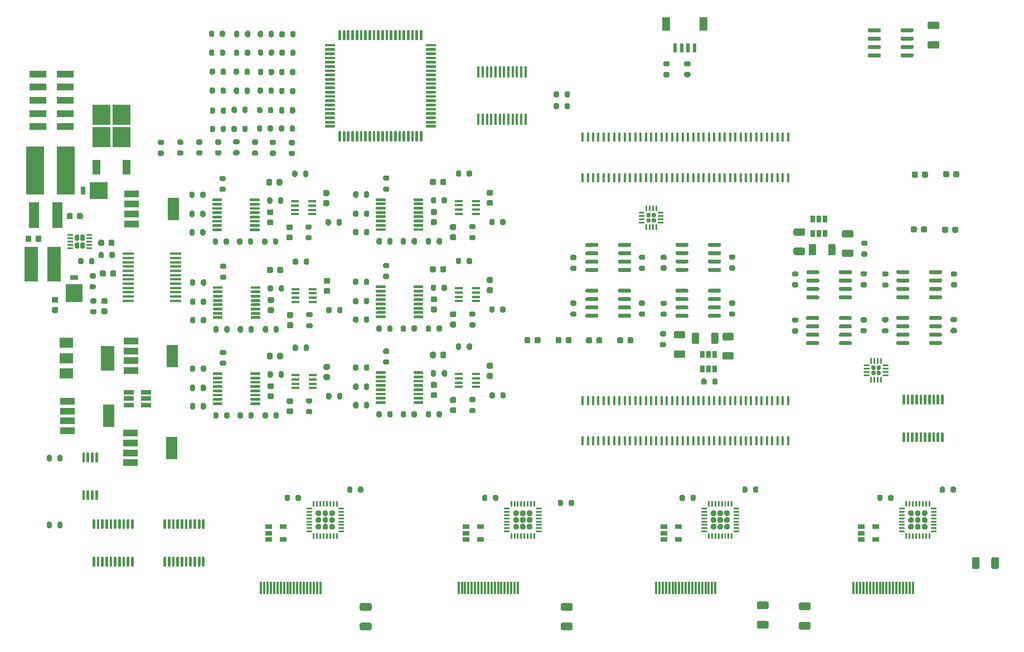
<source format=gtp>
G04 #@! TF.GenerationSoftware,KiCad,Pcbnew,(5.1.9-0-10_14)*
G04 #@! TF.CreationDate,2021-06-30T17:42:43-05:00*
G04 #@! TF.ProjectId,covg_daq_v2,636f7667-5f64-4617-915f-76322e6b6963,rev?*
G04 #@! TF.SameCoordinates,Original*
G04 #@! TF.FileFunction,Paste,Top*
G04 #@! TF.FilePolarity,Positive*
%FSLAX46Y46*%
G04 Gerber Fmt 4.6, Leading zero omitted, Abs format (unit mm)*
G04 Created by KiCad (PCBNEW (5.1.9-0-10_14)) date 2021-06-30 17:42:43*
%MOMM*%
%LPD*%
G01*
G04 APERTURE LIST*
%ADD10C,0.100000*%
%ADD11R,0.300000X1.900000*%
%ADD12R,0.457000X1.448000*%
%ADD13R,2.670000X2.540000*%
%ADD14R,0.762000X1.270000*%
%ADD15R,2.540000X2.670000*%
%ADD16R,1.270000X0.762000*%
%ADD17R,1.198880X1.998980*%
%ADD18R,0.599440X1.348740*%
%ADD19R,2.200000X1.000000*%
%ADD20R,1.800000X3.400000*%
%ADD21R,2.006600X5.308600*%
%ADD22R,2.692400X7.289800*%
%ADD23R,1.498600X3.987800*%
%ADD24R,0.650000X1.060000*%
%ADD25R,1.220000X0.400000*%
%ADD26R,1.060000X0.650000*%
%ADD27R,0.450000X1.750000*%
%ADD28R,1.750000X0.450000*%
%ADD29R,2.750000X3.050000*%
%ADD30R,1.200000X2.200000*%
%ADD31R,1.560000X0.650000*%
%ADD32R,2.000000X1.500000*%
%ADD33R,2.000000X3.800000*%
%ADD34R,2.580000X1.000000*%
G04 APERTURE END LIST*
D10*
G36*
X44156600Y7291800D02*
G01*
X44334400Y7291800D01*
X44334400Y8612600D01*
X44156600Y8612600D01*
X44156600Y7291800D01*
G37*
G36*
X44664600Y7291800D02*
G01*
X44842400Y7291800D01*
X44842400Y8612600D01*
X44664600Y8612600D01*
X44664600Y7291800D01*
G37*
G36*
X45172600Y7291800D02*
G01*
X45350400Y7291800D01*
X45350400Y8612600D01*
X45172600Y8612600D01*
X45172600Y7291800D01*
G37*
G36*
X45655200Y7291800D02*
G01*
X45833000Y7291800D01*
X45833000Y8612600D01*
X45655200Y8612600D01*
X45655200Y7291800D01*
G37*
G36*
X46163200Y7291800D02*
G01*
X46341000Y7291800D01*
X46341000Y8612600D01*
X46163200Y8612600D01*
X46163200Y7291800D01*
G37*
G36*
X46671200Y7266400D02*
G01*
X46849000Y7266400D01*
X46849000Y8587200D01*
X46671200Y8587200D01*
X46671200Y7266400D01*
G37*
G36*
X47153800Y7291800D02*
G01*
X47331600Y7291800D01*
X47331600Y8612600D01*
X47153800Y8612600D01*
X47153800Y7291800D01*
G37*
G36*
X47661800Y7317200D02*
G01*
X47839600Y7317200D01*
X47839600Y8638000D01*
X47661800Y8638000D01*
X47661800Y7317200D01*
G37*
G36*
X48169800Y7266400D02*
G01*
X48347600Y7266400D01*
X48347600Y8587200D01*
X48169800Y8587200D01*
X48169800Y7266400D01*
G37*
G36*
X48677800Y7266400D02*
G01*
X48855600Y7266400D01*
X48855600Y8587200D01*
X48677800Y8587200D01*
X48677800Y7266400D01*
G37*
G36*
X49160400Y7291800D02*
G01*
X49338200Y7291800D01*
X49338200Y8612600D01*
X49160400Y8612600D01*
X49160400Y7291800D01*
G37*
G36*
X49668400Y7266400D02*
G01*
X49846200Y7266400D01*
X49846200Y8587200D01*
X49668400Y8587200D01*
X49668400Y7266400D01*
G37*
G36*
X50151000Y7266400D02*
G01*
X50328800Y7266400D01*
X50328800Y8587200D01*
X50151000Y8587200D01*
X50151000Y7266400D01*
G37*
G36*
X50659000Y7291800D02*
G01*
X50836800Y7291800D01*
X50836800Y8612600D01*
X50659000Y8612600D01*
X50659000Y7291800D01*
G37*
G36*
X51167000Y7291800D02*
G01*
X51344800Y7291800D01*
X51344800Y8612600D01*
X51167000Y8612600D01*
X51167000Y7291800D01*
G37*
G36*
X51649600Y7291800D02*
G01*
X51827400Y7291800D01*
X51827400Y8612600D01*
X51649600Y8612600D01*
X51649600Y7291800D01*
G37*
G36*
X52157600Y7291800D02*
G01*
X52335400Y7291800D01*
X52335400Y8612600D01*
X52157600Y8612600D01*
X52157600Y7291800D01*
G37*
G36*
X52665600Y7291800D02*
G01*
X52843400Y7291800D01*
X52843400Y8612600D01*
X52665600Y8612600D01*
X52665600Y7291800D01*
G37*
G36*
X53173600Y7266400D02*
G01*
X53351400Y7266400D01*
X53351400Y8587200D01*
X53173600Y8587200D01*
X53173600Y7266400D01*
G37*
G36*
X134156600Y7291800D02*
G01*
X134334400Y7291800D01*
X134334400Y8612600D01*
X134156600Y8612600D01*
X134156600Y7291800D01*
G37*
G36*
X134664600Y7291800D02*
G01*
X134842400Y7291800D01*
X134842400Y8612600D01*
X134664600Y8612600D01*
X134664600Y7291800D01*
G37*
G36*
X135172600Y7291800D02*
G01*
X135350400Y7291800D01*
X135350400Y8612600D01*
X135172600Y8612600D01*
X135172600Y7291800D01*
G37*
G36*
X135655200Y7291800D02*
G01*
X135833000Y7291800D01*
X135833000Y8612600D01*
X135655200Y8612600D01*
X135655200Y7291800D01*
G37*
G36*
X136163200Y7291800D02*
G01*
X136341000Y7291800D01*
X136341000Y8612600D01*
X136163200Y8612600D01*
X136163200Y7291800D01*
G37*
G36*
X136671200Y7266400D02*
G01*
X136849000Y7266400D01*
X136849000Y8587200D01*
X136671200Y8587200D01*
X136671200Y7266400D01*
G37*
G36*
X137153800Y7291800D02*
G01*
X137331600Y7291800D01*
X137331600Y8612600D01*
X137153800Y8612600D01*
X137153800Y7291800D01*
G37*
G36*
X137661800Y7317200D02*
G01*
X137839600Y7317200D01*
X137839600Y8638000D01*
X137661800Y8638000D01*
X137661800Y7317200D01*
G37*
G36*
X138169800Y7266400D02*
G01*
X138347600Y7266400D01*
X138347600Y8587200D01*
X138169800Y8587200D01*
X138169800Y7266400D01*
G37*
G36*
X138677800Y7266400D02*
G01*
X138855600Y7266400D01*
X138855600Y8587200D01*
X138677800Y8587200D01*
X138677800Y7266400D01*
G37*
G36*
X139160400Y7291800D02*
G01*
X139338200Y7291800D01*
X139338200Y8612600D01*
X139160400Y8612600D01*
X139160400Y7291800D01*
G37*
G36*
X139668400Y7266400D02*
G01*
X139846200Y7266400D01*
X139846200Y8587200D01*
X139668400Y8587200D01*
X139668400Y7266400D01*
G37*
G36*
X140151000Y7266400D02*
G01*
X140328800Y7266400D01*
X140328800Y8587200D01*
X140151000Y8587200D01*
X140151000Y7266400D01*
G37*
G36*
X140659000Y7291800D02*
G01*
X140836800Y7291800D01*
X140836800Y8612600D01*
X140659000Y8612600D01*
X140659000Y7291800D01*
G37*
G36*
X141167000Y7291800D02*
G01*
X141344800Y7291800D01*
X141344800Y8612600D01*
X141167000Y8612600D01*
X141167000Y7291800D01*
G37*
G36*
X141649600Y7291800D02*
G01*
X141827400Y7291800D01*
X141827400Y8612600D01*
X141649600Y8612600D01*
X141649600Y7291800D01*
G37*
G36*
X142157600Y7291800D02*
G01*
X142335400Y7291800D01*
X142335400Y8612600D01*
X142157600Y8612600D01*
X142157600Y7291800D01*
G37*
G36*
X142665600Y7291800D02*
G01*
X142843400Y7291800D01*
X142843400Y8612600D01*
X142665600Y8612600D01*
X142665600Y7291800D01*
G37*
G36*
X143173600Y7266400D02*
G01*
X143351400Y7266400D01*
X143351400Y8587200D01*
X143173600Y8587200D01*
X143173600Y7266400D01*
G37*
G36*
X104156600Y7291800D02*
G01*
X104334400Y7291800D01*
X104334400Y8612600D01*
X104156600Y8612600D01*
X104156600Y7291800D01*
G37*
G36*
X104664600Y7291800D02*
G01*
X104842400Y7291800D01*
X104842400Y8612600D01*
X104664600Y8612600D01*
X104664600Y7291800D01*
G37*
G36*
X105172600Y7291800D02*
G01*
X105350400Y7291800D01*
X105350400Y8612600D01*
X105172600Y8612600D01*
X105172600Y7291800D01*
G37*
G36*
X105655200Y7291800D02*
G01*
X105833000Y7291800D01*
X105833000Y8612600D01*
X105655200Y8612600D01*
X105655200Y7291800D01*
G37*
G36*
X106163200Y7291800D02*
G01*
X106341000Y7291800D01*
X106341000Y8612600D01*
X106163200Y8612600D01*
X106163200Y7291800D01*
G37*
G36*
X106671200Y7266400D02*
G01*
X106849000Y7266400D01*
X106849000Y8587200D01*
X106671200Y8587200D01*
X106671200Y7266400D01*
G37*
G36*
X107153800Y7291800D02*
G01*
X107331600Y7291800D01*
X107331600Y8612600D01*
X107153800Y8612600D01*
X107153800Y7291800D01*
G37*
G36*
X107661800Y7317200D02*
G01*
X107839600Y7317200D01*
X107839600Y8638000D01*
X107661800Y8638000D01*
X107661800Y7317200D01*
G37*
G36*
X108169800Y7266400D02*
G01*
X108347600Y7266400D01*
X108347600Y8587200D01*
X108169800Y8587200D01*
X108169800Y7266400D01*
G37*
G36*
X108677800Y7266400D02*
G01*
X108855600Y7266400D01*
X108855600Y8587200D01*
X108677800Y8587200D01*
X108677800Y7266400D01*
G37*
G36*
X109160400Y7291800D02*
G01*
X109338200Y7291800D01*
X109338200Y8612600D01*
X109160400Y8612600D01*
X109160400Y7291800D01*
G37*
G36*
X109668400Y7266400D02*
G01*
X109846200Y7266400D01*
X109846200Y8587200D01*
X109668400Y8587200D01*
X109668400Y7266400D01*
G37*
G36*
X110151000Y7266400D02*
G01*
X110328800Y7266400D01*
X110328800Y8587200D01*
X110151000Y8587200D01*
X110151000Y7266400D01*
G37*
G36*
X110659000Y7291800D02*
G01*
X110836800Y7291800D01*
X110836800Y8612600D01*
X110659000Y8612600D01*
X110659000Y7291800D01*
G37*
G36*
X111167000Y7291800D02*
G01*
X111344800Y7291800D01*
X111344800Y8612600D01*
X111167000Y8612600D01*
X111167000Y7291800D01*
G37*
G36*
X111649600Y7291800D02*
G01*
X111827400Y7291800D01*
X111827400Y8612600D01*
X111649600Y8612600D01*
X111649600Y7291800D01*
G37*
G36*
X112157600Y7291800D02*
G01*
X112335400Y7291800D01*
X112335400Y8612600D01*
X112157600Y8612600D01*
X112157600Y7291800D01*
G37*
G36*
X112665600Y7291800D02*
G01*
X112843400Y7291800D01*
X112843400Y8612600D01*
X112665600Y8612600D01*
X112665600Y7291800D01*
G37*
G36*
X113173600Y7266400D02*
G01*
X113351400Y7266400D01*
X113351400Y8587200D01*
X113173600Y8587200D01*
X113173600Y7266400D01*
G37*
G36*
X74156600Y7291800D02*
G01*
X74334400Y7291800D01*
X74334400Y8612600D01*
X74156600Y8612600D01*
X74156600Y7291800D01*
G37*
G36*
X74664600Y7291800D02*
G01*
X74842400Y7291800D01*
X74842400Y8612600D01*
X74664600Y8612600D01*
X74664600Y7291800D01*
G37*
G36*
X75172600Y7291800D02*
G01*
X75350400Y7291800D01*
X75350400Y8612600D01*
X75172600Y8612600D01*
X75172600Y7291800D01*
G37*
G36*
X75655200Y7291800D02*
G01*
X75833000Y7291800D01*
X75833000Y8612600D01*
X75655200Y8612600D01*
X75655200Y7291800D01*
G37*
G36*
X76163200Y7291800D02*
G01*
X76341000Y7291800D01*
X76341000Y8612600D01*
X76163200Y8612600D01*
X76163200Y7291800D01*
G37*
G36*
X76671200Y7266400D02*
G01*
X76849000Y7266400D01*
X76849000Y8587200D01*
X76671200Y8587200D01*
X76671200Y7266400D01*
G37*
G36*
X77153800Y7291800D02*
G01*
X77331600Y7291800D01*
X77331600Y8612600D01*
X77153800Y8612600D01*
X77153800Y7291800D01*
G37*
G36*
X77661800Y7317200D02*
G01*
X77839600Y7317200D01*
X77839600Y8638000D01*
X77661800Y8638000D01*
X77661800Y7317200D01*
G37*
G36*
X78169800Y7266400D02*
G01*
X78347600Y7266400D01*
X78347600Y8587200D01*
X78169800Y8587200D01*
X78169800Y7266400D01*
G37*
G36*
X78677800Y7266400D02*
G01*
X78855600Y7266400D01*
X78855600Y8587200D01*
X78677800Y8587200D01*
X78677800Y7266400D01*
G37*
G36*
X79160400Y7291800D02*
G01*
X79338200Y7291800D01*
X79338200Y8612600D01*
X79160400Y8612600D01*
X79160400Y7291800D01*
G37*
G36*
X79668400Y7266400D02*
G01*
X79846200Y7266400D01*
X79846200Y8587200D01*
X79668400Y8587200D01*
X79668400Y7266400D01*
G37*
G36*
X80151000Y7266400D02*
G01*
X80328800Y7266400D01*
X80328800Y8587200D01*
X80151000Y8587200D01*
X80151000Y7266400D01*
G37*
G36*
X80659000Y7291800D02*
G01*
X80836800Y7291800D01*
X80836800Y8612600D01*
X80659000Y8612600D01*
X80659000Y7291800D01*
G37*
G36*
X81167000Y7291800D02*
G01*
X81344800Y7291800D01*
X81344800Y8612600D01*
X81167000Y8612600D01*
X81167000Y7291800D01*
G37*
G36*
X81649600Y7291800D02*
G01*
X81827400Y7291800D01*
X81827400Y8612600D01*
X81649600Y8612600D01*
X81649600Y7291800D01*
G37*
G36*
X82157600Y7291800D02*
G01*
X82335400Y7291800D01*
X82335400Y8612600D01*
X82157600Y8612600D01*
X82157600Y7291800D01*
G37*
G36*
X82665600Y7291800D02*
G01*
X82843400Y7291800D01*
X82843400Y8612600D01*
X82665600Y8612600D01*
X82665600Y7291800D01*
G37*
G36*
X83173600Y7266400D02*
G01*
X83351400Y7266400D01*
X83351400Y8587200D01*
X83173600Y8587200D01*
X83173600Y7266400D01*
G37*
D11*
X44250000Y7810000D03*
X44750000Y7810000D03*
X45250000Y7810000D03*
X45750000Y7810000D03*
X46250000Y7810000D03*
X46750000Y7810000D03*
X47250000Y7810000D03*
X47750000Y7810000D03*
X48250000Y7810000D03*
X53250000Y7810000D03*
X52750000Y7810000D03*
X52250000Y7810000D03*
X51750000Y7810000D03*
X51250000Y7810000D03*
X50750000Y7810000D03*
X50250000Y7810000D03*
X49750000Y7810000D03*
X49250000Y7810000D03*
X48750000Y7810000D03*
D12*
X109085000Y30095200D03*
X108285000Y30095200D03*
X109885000Y30095200D03*
X110685000Y30095200D03*
X111485000Y30095200D03*
X112285000Y30095200D03*
X113085000Y30095200D03*
X113885000Y30095200D03*
X114685000Y30095200D03*
X115485000Y30095200D03*
X116285000Y30095200D03*
X117085000Y30095200D03*
X117885000Y30095200D03*
X118685000Y30095200D03*
X119485000Y30095200D03*
X120285000Y30095200D03*
X121085000Y30095200D03*
X121885000Y30095200D03*
X122685000Y30095200D03*
X107485000Y30095200D03*
X106685000Y30095200D03*
X105885000Y30095200D03*
X105085000Y30095200D03*
X104285000Y30095200D03*
X103485000Y30095200D03*
X102685000Y30095200D03*
X101885000Y30095200D03*
X101085000Y30095200D03*
X100285000Y30095200D03*
X99485000Y30095200D03*
X98685000Y30095200D03*
X97885000Y30095200D03*
X97085000Y30095200D03*
X96285000Y30095200D03*
X95485000Y30095200D03*
X94685000Y30095200D03*
X123485000Y30095200D03*
X93885000Y30095200D03*
X124285000Y30095200D03*
X93085000Y30095200D03*
X109085000Y36267200D03*
X108285000Y36267200D03*
X109885000Y36267200D03*
X110685000Y36267200D03*
X111485000Y36267200D03*
X112285000Y36267200D03*
X113085000Y36267200D03*
X113885000Y36267200D03*
X114685000Y36267200D03*
X115485000Y36267200D03*
X116285000Y36267200D03*
X117085000Y36267200D03*
X117885000Y36267200D03*
X118685000Y36267200D03*
X119485000Y36267200D03*
X120285000Y36267200D03*
X121085000Y36267200D03*
X121885000Y36267200D03*
X122685000Y36267200D03*
X107485000Y36267200D03*
X106685000Y36267200D03*
X105885000Y36267200D03*
X105085000Y36267200D03*
X104285000Y36267200D03*
X103485000Y36267200D03*
X102685000Y36267200D03*
X101885000Y36267200D03*
X101085000Y36267200D03*
X100285000Y36267200D03*
X99485000Y36267200D03*
X98685000Y36267200D03*
X97885000Y36267200D03*
X97085000Y36267200D03*
X96285000Y36267200D03*
X95485000Y36267200D03*
X94685000Y36267200D03*
X123485000Y36267200D03*
X93885000Y36267200D03*
X124285000Y36267200D03*
X93085000Y36267200D03*
X109085000Y70095200D03*
X108285000Y70095200D03*
X109885000Y70095200D03*
X110685000Y70095200D03*
X111485000Y70095200D03*
X112285000Y70095200D03*
X113085000Y70095200D03*
X113885000Y70095200D03*
X114685000Y70095200D03*
X115485000Y70095200D03*
X116285000Y70095200D03*
X117085000Y70095200D03*
X117885000Y70095200D03*
X118685000Y70095200D03*
X119485000Y70095200D03*
X120285000Y70095200D03*
X121085000Y70095200D03*
X121885000Y70095200D03*
X122685000Y70095200D03*
X107485000Y70095200D03*
X106685000Y70095200D03*
X105885000Y70095200D03*
X105085000Y70095200D03*
X104285000Y70095200D03*
X103485000Y70095200D03*
X102685000Y70095200D03*
X101885000Y70095200D03*
X101085000Y70095200D03*
X100285000Y70095200D03*
X99485000Y70095200D03*
X98685000Y70095200D03*
X97885000Y70095200D03*
X97085000Y70095200D03*
X96285000Y70095200D03*
X95485000Y70095200D03*
X94685000Y70095200D03*
X123485000Y70095200D03*
X93885000Y70095200D03*
X124285000Y70095200D03*
X93085000Y70095200D03*
X109085000Y76267200D03*
X108285000Y76267200D03*
X109885000Y76267200D03*
X110685000Y76267200D03*
X111485000Y76267200D03*
X112285000Y76267200D03*
X113085000Y76267200D03*
X113885000Y76267200D03*
X114685000Y76267200D03*
X115485000Y76267200D03*
X116285000Y76267200D03*
X117085000Y76267200D03*
X117885000Y76267200D03*
X118685000Y76267200D03*
X119485000Y76267200D03*
X120285000Y76267200D03*
X121085000Y76267200D03*
X121885000Y76267200D03*
X122685000Y76267200D03*
X107485000Y76267200D03*
X106685000Y76267200D03*
X105885000Y76267200D03*
X105085000Y76267200D03*
X104285000Y76267200D03*
X103485000Y76267200D03*
X102685000Y76267200D03*
X101885000Y76267200D03*
X101085000Y76267200D03*
X100285000Y76267200D03*
X99485000Y76267200D03*
X98685000Y76267200D03*
X97885000Y76267200D03*
X97085000Y76267200D03*
X96285000Y76267200D03*
X95485000Y76267200D03*
X94685000Y76267200D03*
X123485000Y76267200D03*
X93885000Y76267200D03*
X124285000Y76267200D03*
X93085000Y76267200D03*
G36*
G01*
X144648000Y70336600D02*
X144648000Y70836600D01*
G75*
G02*
X144873000Y71061600I225000J0D01*
G01*
X145323000Y71061600D01*
G75*
G02*
X145548000Y70836600I0J-225000D01*
G01*
X145548000Y70336600D01*
G75*
G02*
X145323000Y70111600I-225000J0D01*
G01*
X144873000Y70111600D01*
G75*
G02*
X144648000Y70336600I0J225000D01*
G01*
G37*
G36*
G01*
X143098000Y70336600D02*
X143098000Y70836600D01*
G75*
G02*
X143323000Y71061600I225000J0D01*
G01*
X143773000Y71061600D01*
G75*
G02*
X143998000Y70836600I0J-225000D01*
G01*
X143998000Y70336600D01*
G75*
G02*
X143773000Y70111600I-225000J0D01*
G01*
X143323000Y70111600D01*
G75*
G02*
X143098000Y70336600I0J225000D01*
G01*
G37*
G36*
G01*
X144495000Y62005400D02*
X144495000Y62505400D01*
G75*
G02*
X144720000Y62730400I225000J0D01*
G01*
X145170000Y62730400D01*
G75*
G02*
X145395000Y62505400I0J-225000D01*
G01*
X145395000Y62005400D01*
G75*
G02*
X145170000Y61780400I-225000J0D01*
G01*
X144720000Y61780400D01*
G75*
G02*
X144495000Y62005400I0J225000D01*
G01*
G37*
G36*
G01*
X142945000Y62005400D02*
X142945000Y62505400D01*
G75*
G02*
X143170000Y62730400I225000J0D01*
G01*
X143620000Y62730400D01*
G75*
G02*
X143845000Y62505400I0J-225000D01*
G01*
X143845000Y62005400D01*
G75*
G02*
X143620000Y61780400I-225000J0D01*
G01*
X143170000Y61780400D01*
G75*
G02*
X142945000Y62005400I0J225000D01*
G01*
G37*
G36*
G01*
X149398000Y70387400D02*
X149398000Y70887400D01*
G75*
G02*
X149623000Y71112400I225000J0D01*
G01*
X150073000Y71112400D01*
G75*
G02*
X150298000Y70887400I0J-225000D01*
G01*
X150298000Y70387400D01*
G75*
G02*
X150073000Y70162400I-225000J0D01*
G01*
X149623000Y70162400D01*
G75*
G02*
X149398000Y70387400I0J225000D01*
G01*
G37*
G36*
G01*
X147848000Y70387400D02*
X147848000Y70887400D01*
G75*
G02*
X148073000Y71112400I225000J0D01*
G01*
X148523000Y71112400D01*
G75*
G02*
X148748000Y70887400I0J-225000D01*
G01*
X148748000Y70387400D01*
G75*
G02*
X148523000Y70162400I-225000J0D01*
G01*
X148073000Y70162400D01*
G75*
G02*
X147848000Y70387400I0J225000D01*
G01*
G37*
G36*
G01*
X149245000Y61954600D02*
X149245000Y62454600D01*
G75*
G02*
X149470000Y62679600I225000J0D01*
G01*
X149920000Y62679600D01*
G75*
G02*
X150145000Y62454600I0J-225000D01*
G01*
X150145000Y61954600D01*
G75*
G02*
X149920000Y61729600I-225000J0D01*
G01*
X149470000Y61729600D01*
G75*
G02*
X149245000Y61954600I0J225000D01*
G01*
G37*
G36*
G01*
X147695000Y61954600D02*
X147695000Y62454600D01*
G75*
G02*
X147920000Y62679600I225000J0D01*
G01*
X148370000Y62679600D01*
G75*
G02*
X148595000Y62454600I0J-225000D01*
G01*
X148595000Y61954600D01*
G75*
G02*
X148370000Y61729600I-225000J0D01*
G01*
X147920000Y61729600D01*
G75*
G02*
X147695000Y61954600I0J225000D01*
G01*
G37*
G36*
G01*
X90520400Y45165200D02*
X90520400Y45665200D01*
G75*
G02*
X90745400Y45890200I225000J0D01*
G01*
X91195400Y45890200D01*
G75*
G02*
X91420400Y45665200I0J-225000D01*
G01*
X91420400Y45165200D01*
G75*
G02*
X91195400Y44940200I-225000J0D01*
G01*
X90745400Y44940200D01*
G75*
G02*
X90520400Y45165200I0J225000D01*
G01*
G37*
G36*
G01*
X88970400Y45165200D02*
X88970400Y45665200D01*
G75*
G02*
X89195400Y45890200I225000J0D01*
G01*
X89645400Y45890200D01*
G75*
G02*
X89870400Y45665200I0J-225000D01*
G01*
X89870400Y45165200D01*
G75*
G02*
X89645400Y44940200I-225000J0D01*
G01*
X89195400Y44940200D01*
G75*
G02*
X88970400Y45165200I0J225000D01*
G01*
G37*
G36*
G01*
X99893000Y45139800D02*
X99893000Y45639800D01*
G75*
G02*
X100118000Y45864800I225000J0D01*
G01*
X100568000Y45864800D01*
G75*
G02*
X100793000Y45639800I0J-225000D01*
G01*
X100793000Y45139800D01*
G75*
G02*
X100568000Y44914800I-225000J0D01*
G01*
X100118000Y44914800D01*
G75*
G02*
X99893000Y45139800I0J225000D01*
G01*
G37*
G36*
G01*
X98343000Y45139800D02*
X98343000Y45639800D01*
G75*
G02*
X98568000Y45864800I225000J0D01*
G01*
X99018000Y45864800D01*
G75*
G02*
X99243000Y45639800I0J-225000D01*
G01*
X99243000Y45139800D01*
G75*
G02*
X99018000Y44914800I-225000J0D01*
G01*
X98568000Y44914800D01*
G75*
G02*
X98343000Y45139800I0J225000D01*
G01*
G37*
G36*
G01*
X85796000Y45165200D02*
X85796000Y45665200D01*
G75*
G02*
X86021000Y45890200I225000J0D01*
G01*
X86471000Y45890200D01*
G75*
G02*
X86696000Y45665200I0J-225000D01*
G01*
X86696000Y45165200D01*
G75*
G02*
X86471000Y44940200I-225000J0D01*
G01*
X86021000Y44940200D01*
G75*
G02*
X85796000Y45165200I0J225000D01*
G01*
G37*
G36*
G01*
X84246000Y45165200D02*
X84246000Y45665200D01*
G75*
G02*
X84471000Y45890200I225000J0D01*
G01*
X84921000Y45890200D01*
G75*
G02*
X85146000Y45665200I0J-225000D01*
G01*
X85146000Y45165200D01*
G75*
G02*
X84921000Y44940200I-225000J0D01*
G01*
X84471000Y44940200D01*
G75*
G02*
X84246000Y45165200I0J225000D01*
G01*
G37*
G36*
G01*
X95168600Y45139800D02*
X95168600Y45639800D01*
G75*
G02*
X95393600Y45864800I225000J0D01*
G01*
X95843600Y45864800D01*
G75*
G02*
X96068600Y45639800I0J-225000D01*
G01*
X96068600Y45139800D01*
G75*
G02*
X95843600Y44914800I-225000J0D01*
G01*
X95393600Y44914800D01*
G75*
G02*
X95168600Y45139800I0J225000D01*
G01*
G37*
G36*
G01*
X93618600Y45139800D02*
X93618600Y45639800D01*
G75*
G02*
X93843600Y45864800I225000J0D01*
G01*
X94293600Y45864800D01*
G75*
G02*
X94518600Y45639800I0J-225000D01*
G01*
X94518600Y45139800D01*
G75*
G02*
X94293600Y44914800I-225000J0D01*
G01*
X93843600Y44914800D01*
G75*
G02*
X93618600Y45139800I0J225000D01*
G01*
G37*
G36*
G01*
X142711000Y52092200D02*
X142711000Y51792200D01*
G75*
G02*
X142561000Y51642200I-150000J0D01*
G01*
X140911000Y51642200D01*
G75*
G02*
X140761000Y51792200I0J150000D01*
G01*
X140761000Y52092200D01*
G75*
G02*
X140911000Y52242200I150000J0D01*
G01*
X142561000Y52242200D01*
G75*
G02*
X142711000Y52092200I0J-150000D01*
G01*
G37*
G36*
G01*
X142711000Y53362200D02*
X142711000Y53062200D01*
G75*
G02*
X142561000Y52912200I-150000J0D01*
G01*
X140911000Y52912200D01*
G75*
G02*
X140761000Y53062200I0J150000D01*
G01*
X140761000Y53362200D01*
G75*
G02*
X140911000Y53512200I150000J0D01*
G01*
X142561000Y53512200D01*
G75*
G02*
X142711000Y53362200I0J-150000D01*
G01*
G37*
G36*
G01*
X142711000Y54632200D02*
X142711000Y54332200D01*
G75*
G02*
X142561000Y54182200I-150000J0D01*
G01*
X140911000Y54182200D01*
G75*
G02*
X140761000Y54332200I0J150000D01*
G01*
X140761000Y54632200D01*
G75*
G02*
X140911000Y54782200I150000J0D01*
G01*
X142561000Y54782200D01*
G75*
G02*
X142711000Y54632200I0J-150000D01*
G01*
G37*
G36*
G01*
X142711000Y55902200D02*
X142711000Y55602200D01*
G75*
G02*
X142561000Y55452200I-150000J0D01*
G01*
X140911000Y55452200D01*
G75*
G02*
X140761000Y55602200I0J150000D01*
G01*
X140761000Y55902200D01*
G75*
G02*
X140911000Y56052200I150000J0D01*
G01*
X142561000Y56052200D01*
G75*
G02*
X142711000Y55902200I0J-150000D01*
G01*
G37*
G36*
G01*
X147661000Y55902200D02*
X147661000Y55602200D01*
G75*
G02*
X147511000Y55452200I-150000J0D01*
G01*
X145861000Y55452200D01*
G75*
G02*
X145711000Y55602200I0J150000D01*
G01*
X145711000Y55902200D01*
G75*
G02*
X145861000Y56052200I150000J0D01*
G01*
X147511000Y56052200D01*
G75*
G02*
X147661000Y55902200I0J-150000D01*
G01*
G37*
G36*
G01*
X147661000Y54632200D02*
X147661000Y54332200D01*
G75*
G02*
X147511000Y54182200I-150000J0D01*
G01*
X145861000Y54182200D01*
G75*
G02*
X145711000Y54332200I0J150000D01*
G01*
X145711000Y54632200D01*
G75*
G02*
X145861000Y54782200I150000J0D01*
G01*
X147511000Y54782200D01*
G75*
G02*
X147661000Y54632200I0J-150000D01*
G01*
G37*
G36*
G01*
X147661000Y53362200D02*
X147661000Y53062200D01*
G75*
G02*
X147511000Y52912200I-150000J0D01*
G01*
X145861000Y52912200D01*
G75*
G02*
X145711000Y53062200I0J150000D01*
G01*
X145711000Y53362200D01*
G75*
G02*
X145861000Y53512200I150000J0D01*
G01*
X147511000Y53512200D01*
G75*
G02*
X147661000Y53362200I0J-150000D01*
G01*
G37*
G36*
G01*
X147661000Y52092200D02*
X147661000Y51792200D01*
G75*
G02*
X147511000Y51642200I-150000J0D01*
G01*
X145861000Y51642200D01*
G75*
G02*
X145711000Y51792200I0J150000D01*
G01*
X145711000Y52092200D01*
G75*
G02*
X145861000Y52242200I150000J0D01*
G01*
X147511000Y52242200D01*
G75*
G02*
X147661000Y52092200I0J-150000D01*
G01*
G37*
G36*
G01*
X142699000Y45136400D02*
X142699000Y44836400D01*
G75*
G02*
X142549000Y44686400I-150000J0D01*
G01*
X140899000Y44686400D01*
G75*
G02*
X140749000Y44836400I0J150000D01*
G01*
X140749000Y45136400D01*
G75*
G02*
X140899000Y45286400I150000J0D01*
G01*
X142549000Y45286400D01*
G75*
G02*
X142699000Y45136400I0J-150000D01*
G01*
G37*
G36*
G01*
X142699000Y46406400D02*
X142699000Y46106400D01*
G75*
G02*
X142549000Y45956400I-150000J0D01*
G01*
X140899000Y45956400D01*
G75*
G02*
X140749000Y46106400I0J150000D01*
G01*
X140749000Y46406400D01*
G75*
G02*
X140899000Y46556400I150000J0D01*
G01*
X142549000Y46556400D01*
G75*
G02*
X142699000Y46406400I0J-150000D01*
G01*
G37*
G36*
G01*
X142699000Y47676400D02*
X142699000Y47376400D01*
G75*
G02*
X142549000Y47226400I-150000J0D01*
G01*
X140899000Y47226400D01*
G75*
G02*
X140749000Y47376400I0J150000D01*
G01*
X140749000Y47676400D01*
G75*
G02*
X140899000Y47826400I150000J0D01*
G01*
X142549000Y47826400D01*
G75*
G02*
X142699000Y47676400I0J-150000D01*
G01*
G37*
G36*
G01*
X142699000Y48946400D02*
X142699000Y48646400D01*
G75*
G02*
X142549000Y48496400I-150000J0D01*
G01*
X140899000Y48496400D01*
G75*
G02*
X140749000Y48646400I0J150000D01*
G01*
X140749000Y48946400D01*
G75*
G02*
X140899000Y49096400I150000J0D01*
G01*
X142549000Y49096400D01*
G75*
G02*
X142699000Y48946400I0J-150000D01*
G01*
G37*
G36*
G01*
X147649000Y48946400D02*
X147649000Y48646400D01*
G75*
G02*
X147499000Y48496400I-150000J0D01*
G01*
X145849000Y48496400D01*
G75*
G02*
X145699000Y48646400I0J150000D01*
G01*
X145699000Y48946400D01*
G75*
G02*
X145849000Y49096400I150000J0D01*
G01*
X147499000Y49096400D01*
G75*
G02*
X147649000Y48946400I0J-150000D01*
G01*
G37*
G36*
G01*
X147649000Y47676400D02*
X147649000Y47376400D01*
G75*
G02*
X147499000Y47226400I-150000J0D01*
G01*
X145849000Y47226400D01*
G75*
G02*
X145699000Y47376400I0J150000D01*
G01*
X145699000Y47676400D01*
G75*
G02*
X145849000Y47826400I150000J0D01*
G01*
X147499000Y47826400D01*
G75*
G02*
X147649000Y47676400I0J-150000D01*
G01*
G37*
G36*
G01*
X147649000Y46406400D02*
X147649000Y46106400D01*
G75*
G02*
X147499000Y45956400I-150000J0D01*
G01*
X145849000Y45956400D01*
G75*
G02*
X145699000Y46106400I0J150000D01*
G01*
X145699000Y46406400D01*
G75*
G02*
X145849000Y46556400I150000J0D01*
G01*
X147499000Y46556400D01*
G75*
G02*
X147649000Y46406400I0J-150000D01*
G01*
G37*
G36*
G01*
X147649000Y45136400D02*
X147649000Y44836400D01*
G75*
G02*
X147499000Y44686400I-150000J0D01*
G01*
X145849000Y44686400D01*
G75*
G02*
X145699000Y44836400I0J150000D01*
G01*
X145699000Y45136400D01*
G75*
G02*
X145849000Y45286400I150000J0D01*
G01*
X147499000Y45286400D01*
G75*
G02*
X147649000Y45136400I0J-150000D01*
G01*
G37*
G36*
G01*
X129014000Y45102200D02*
X129014000Y44802200D01*
G75*
G02*
X128864000Y44652200I-150000J0D01*
G01*
X127214000Y44652200D01*
G75*
G02*
X127064000Y44802200I0J150000D01*
G01*
X127064000Y45102200D01*
G75*
G02*
X127214000Y45252200I150000J0D01*
G01*
X128864000Y45252200D01*
G75*
G02*
X129014000Y45102200I0J-150000D01*
G01*
G37*
G36*
G01*
X129014000Y46372200D02*
X129014000Y46072200D01*
G75*
G02*
X128864000Y45922200I-150000J0D01*
G01*
X127214000Y45922200D01*
G75*
G02*
X127064000Y46072200I0J150000D01*
G01*
X127064000Y46372200D01*
G75*
G02*
X127214000Y46522200I150000J0D01*
G01*
X128864000Y46522200D01*
G75*
G02*
X129014000Y46372200I0J-150000D01*
G01*
G37*
G36*
G01*
X129014000Y47642200D02*
X129014000Y47342200D01*
G75*
G02*
X128864000Y47192200I-150000J0D01*
G01*
X127214000Y47192200D01*
G75*
G02*
X127064000Y47342200I0J150000D01*
G01*
X127064000Y47642200D01*
G75*
G02*
X127214000Y47792200I150000J0D01*
G01*
X128864000Y47792200D01*
G75*
G02*
X129014000Y47642200I0J-150000D01*
G01*
G37*
G36*
G01*
X129014000Y48912200D02*
X129014000Y48612200D01*
G75*
G02*
X128864000Y48462200I-150000J0D01*
G01*
X127214000Y48462200D01*
G75*
G02*
X127064000Y48612200I0J150000D01*
G01*
X127064000Y48912200D01*
G75*
G02*
X127214000Y49062200I150000J0D01*
G01*
X128864000Y49062200D01*
G75*
G02*
X129014000Y48912200I0J-150000D01*
G01*
G37*
G36*
G01*
X133964000Y48912200D02*
X133964000Y48612200D01*
G75*
G02*
X133814000Y48462200I-150000J0D01*
G01*
X132164000Y48462200D01*
G75*
G02*
X132014000Y48612200I0J150000D01*
G01*
X132014000Y48912200D01*
G75*
G02*
X132164000Y49062200I150000J0D01*
G01*
X133814000Y49062200D01*
G75*
G02*
X133964000Y48912200I0J-150000D01*
G01*
G37*
G36*
G01*
X133964000Y47642200D02*
X133964000Y47342200D01*
G75*
G02*
X133814000Y47192200I-150000J0D01*
G01*
X132164000Y47192200D01*
G75*
G02*
X132014000Y47342200I0J150000D01*
G01*
X132014000Y47642200D01*
G75*
G02*
X132164000Y47792200I150000J0D01*
G01*
X133814000Y47792200D01*
G75*
G02*
X133964000Y47642200I0J-150000D01*
G01*
G37*
G36*
G01*
X133964000Y46372200D02*
X133964000Y46072200D01*
G75*
G02*
X133814000Y45922200I-150000J0D01*
G01*
X132164000Y45922200D01*
G75*
G02*
X132014000Y46072200I0J150000D01*
G01*
X132014000Y46372200D01*
G75*
G02*
X132164000Y46522200I150000J0D01*
G01*
X133814000Y46522200D01*
G75*
G02*
X133964000Y46372200I0J-150000D01*
G01*
G37*
G36*
G01*
X133964000Y45102200D02*
X133964000Y44802200D01*
G75*
G02*
X133814000Y44652200I-150000J0D01*
G01*
X132164000Y44652200D01*
G75*
G02*
X132014000Y44802200I0J150000D01*
G01*
X132014000Y45102200D01*
G75*
G02*
X132164000Y45252200I150000J0D01*
G01*
X133814000Y45252200D01*
G75*
G02*
X133964000Y45102200I0J-150000D01*
G01*
G37*
G36*
G01*
X112162000Y59768400D02*
X112162000Y60068400D01*
G75*
G02*
X112312000Y60218400I150000J0D01*
G01*
X113962000Y60218400D01*
G75*
G02*
X114112000Y60068400I0J-150000D01*
G01*
X114112000Y59768400D01*
G75*
G02*
X113962000Y59618400I-150000J0D01*
G01*
X112312000Y59618400D01*
G75*
G02*
X112162000Y59768400I0J150000D01*
G01*
G37*
G36*
G01*
X112162000Y58498400D02*
X112162000Y58798400D01*
G75*
G02*
X112312000Y58948400I150000J0D01*
G01*
X113962000Y58948400D01*
G75*
G02*
X114112000Y58798400I0J-150000D01*
G01*
X114112000Y58498400D01*
G75*
G02*
X113962000Y58348400I-150000J0D01*
G01*
X112312000Y58348400D01*
G75*
G02*
X112162000Y58498400I0J150000D01*
G01*
G37*
G36*
G01*
X112162000Y57228400D02*
X112162000Y57528400D01*
G75*
G02*
X112312000Y57678400I150000J0D01*
G01*
X113962000Y57678400D01*
G75*
G02*
X114112000Y57528400I0J-150000D01*
G01*
X114112000Y57228400D01*
G75*
G02*
X113962000Y57078400I-150000J0D01*
G01*
X112312000Y57078400D01*
G75*
G02*
X112162000Y57228400I0J150000D01*
G01*
G37*
G36*
G01*
X112162000Y55958400D02*
X112162000Y56258400D01*
G75*
G02*
X112312000Y56408400I150000J0D01*
G01*
X113962000Y56408400D01*
G75*
G02*
X114112000Y56258400I0J-150000D01*
G01*
X114112000Y55958400D01*
G75*
G02*
X113962000Y55808400I-150000J0D01*
G01*
X112312000Y55808400D01*
G75*
G02*
X112162000Y55958400I0J150000D01*
G01*
G37*
G36*
G01*
X107212000Y55958400D02*
X107212000Y56258400D01*
G75*
G02*
X107362000Y56408400I150000J0D01*
G01*
X109012000Y56408400D01*
G75*
G02*
X109162000Y56258400I0J-150000D01*
G01*
X109162000Y55958400D01*
G75*
G02*
X109012000Y55808400I-150000J0D01*
G01*
X107362000Y55808400D01*
G75*
G02*
X107212000Y55958400I0J150000D01*
G01*
G37*
G36*
G01*
X107212000Y57228400D02*
X107212000Y57528400D01*
G75*
G02*
X107362000Y57678400I150000J0D01*
G01*
X109012000Y57678400D01*
G75*
G02*
X109162000Y57528400I0J-150000D01*
G01*
X109162000Y57228400D01*
G75*
G02*
X109012000Y57078400I-150000J0D01*
G01*
X107362000Y57078400D01*
G75*
G02*
X107212000Y57228400I0J150000D01*
G01*
G37*
G36*
G01*
X107212000Y58498400D02*
X107212000Y58798400D01*
G75*
G02*
X107362000Y58948400I150000J0D01*
G01*
X109012000Y58948400D01*
G75*
G02*
X109162000Y58798400I0J-150000D01*
G01*
X109162000Y58498400D01*
G75*
G02*
X109012000Y58348400I-150000J0D01*
G01*
X107362000Y58348400D01*
G75*
G02*
X107212000Y58498400I0J150000D01*
G01*
G37*
G36*
G01*
X107212000Y59768400D02*
X107212000Y60068400D01*
G75*
G02*
X107362000Y60218400I150000J0D01*
G01*
X109012000Y60218400D01*
G75*
G02*
X109162000Y60068400I0J-150000D01*
G01*
X109162000Y59768400D01*
G75*
G02*
X109012000Y59618400I-150000J0D01*
G01*
X107362000Y59618400D01*
G75*
G02*
X107212000Y59768400I0J150000D01*
G01*
G37*
G36*
G01*
X129022000Y52094200D02*
X129022000Y51794200D01*
G75*
G02*
X128872000Y51644200I-150000J0D01*
G01*
X127222000Y51644200D01*
G75*
G02*
X127072000Y51794200I0J150000D01*
G01*
X127072000Y52094200D01*
G75*
G02*
X127222000Y52244200I150000J0D01*
G01*
X128872000Y52244200D01*
G75*
G02*
X129022000Y52094200I0J-150000D01*
G01*
G37*
G36*
G01*
X129022000Y53364200D02*
X129022000Y53064200D01*
G75*
G02*
X128872000Y52914200I-150000J0D01*
G01*
X127222000Y52914200D01*
G75*
G02*
X127072000Y53064200I0J150000D01*
G01*
X127072000Y53364200D01*
G75*
G02*
X127222000Y53514200I150000J0D01*
G01*
X128872000Y53514200D01*
G75*
G02*
X129022000Y53364200I0J-150000D01*
G01*
G37*
G36*
G01*
X129022000Y54634200D02*
X129022000Y54334200D01*
G75*
G02*
X128872000Y54184200I-150000J0D01*
G01*
X127222000Y54184200D01*
G75*
G02*
X127072000Y54334200I0J150000D01*
G01*
X127072000Y54634200D01*
G75*
G02*
X127222000Y54784200I150000J0D01*
G01*
X128872000Y54784200D01*
G75*
G02*
X129022000Y54634200I0J-150000D01*
G01*
G37*
G36*
G01*
X129022000Y55904200D02*
X129022000Y55604200D01*
G75*
G02*
X128872000Y55454200I-150000J0D01*
G01*
X127222000Y55454200D01*
G75*
G02*
X127072000Y55604200I0J150000D01*
G01*
X127072000Y55904200D01*
G75*
G02*
X127222000Y56054200I150000J0D01*
G01*
X128872000Y56054200D01*
G75*
G02*
X129022000Y55904200I0J-150000D01*
G01*
G37*
G36*
G01*
X133972000Y55904200D02*
X133972000Y55604200D01*
G75*
G02*
X133822000Y55454200I-150000J0D01*
G01*
X132172000Y55454200D01*
G75*
G02*
X132022000Y55604200I0J150000D01*
G01*
X132022000Y55904200D01*
G75*
G02*
X132172000Y56054200I150000J0D01*
G01*
X133822000Y56054200D01*
G75*
G02*
X133972000Y55904200I0J-150000D01*
G01*
G37*
G36*
G01*
X133972000Y54634200D02*
X133972000Y54334200D01*
G75*
G02*
X133822000Y54184200I-150000J0D01*
G01*
X132172000Y54184200D01*
G75*
G02*
X132022000Y54334200I0J150000D01*
G01*
X132022000Y54634200D01*
G75*
G02*
X132172000Y54784200I150000J0D01*
G01*
X133822000Y54784200D01*
G75*
G02*
X133972000Y54634200I0J-150000D01*
G01*
G37*
G36*
G01*
X133972000Y53364200D02*
X133972000Y53064200D01*
G75*
G02*
X133822000Y52914200I-150000J0D01*
G01*
X132172000Y52914200D01*
G75*
G02*
X132022000Y53064200I0J150000D01*
G01*
X132022000Y53364200D01*
G75*
G02*
X132172000Y53514200I150000J0D01*
G01*
X133822000Y53514200D01*
G75*
G02*
X133972000Y53364200I0J-150000D01*
G01*
G37*
G36*
G01*
X133972000Y52094200D02*
X133972000Y51794200D01*
G75*
G02*
X133822000Y51644200I-150000J0D01*
G01*
X132172000Y51644200D01*
G75*
G02*
X132022000Y51794200I0J150000D01*
G01*
X132022000Y52094200D01*
G75*
G02*
X132172000Y52244200I150000J0D01*
G01*
X133822000Y52244200D01*
G75*
G02*
X133972000Y52094200I0J-150000D01*
G01*
G37*
G36*
G01*
X112154000Y52776400D02*
X112154000Y53076400D01*
G75*
G02*
X112304000Y53226400I150000J0D01*
G01*
X113954000Y53226400D01*
G75*
G02*
X114104000Y53076400I0J-150000D01*
G01*
X114104000Y52776400D01*
G75*
G02*
X113954000Y52626400I-150000J0D01*
G01*
X112304000Y52626400D01*
G75*
G02*
X112154000Y52776400I0J150000D01*
G01*
G37*
G36*
G01*
X112154000Y51506400D02*
X112154000Y51806400D01*
G75*
G02*
X112304000Y51956400I150000J0D01*
G01*
X113954000Y51956400D01*
G75*
G02*
X114104000Y51806400I0J-150000D01*
G01*
X114104000Y51506400D01*
G75*
G02*
X113954000Y51356400I-150000J0D01*
G01*
X112304000Y51356400D01*
G75*
G02*
X112154000Y51506400I0J150000D01*
G01*
G37*
G36*
G01*
X112154000Y50236400D02*
X112154000Y50536400D01*
G75*
G02*
X112304000Y50686400I150000J0D01*
G01*
X113954000Y50686400D01*
G75*
G02*
X114104000Y50536400I0J-150000D01*
G01*
X114104000Y50236400D01*
G75*
G02*
X113954000Y50086400I-150000J0D01*
G01*
X112304000Y50086400D01*
G75*
G02*
X112154000Y50236400I0J150000D01*
G01*
G37*
G36*
G01*
X112154000Y48966400D02*
X112154000Y49266400D01*
G75*
G02*
X112304000Y49416400I150000J0D01*
G01*
X113954000Y49416400D01*
G75*
G02*
X114104000Y49266400I0J-150000D01*
G01*
X114104000Y48966400D01*
G75*
G02*
X113954000Y48816400I-150000J0D01*
G01*
X112304000Y48816400D01*
G75*
G02*
X112154000Y48966400I0J150000D01*
G01*
G37*
G36*
G01*
X107204000Y48966400D02*
X107204000Y49266400D01*
G75*
G02*
X107354000Y49416400I150000J0D01*
G01*
X109004000Y49416400D01*
G75*
G02*
X109154000Y49266400I0J-150000D01*
G01*
X109154000Y48966400D01*
G75*
G02*
X109004000Y48816400I-150000J0D01*
G01*
X107354000Y48816400D01*
G75*
G02*
X107204000Y48966400I0J150000D01*
G01*
G37*
G36*
G01*
X107204000Y50236400D02*
X107204000Y50536400D01*
G75*
G02*
X107354000Y50686400I150000J0D01*
G01*
X109004000Y50686400D01*
G75*
G02*
X109154000Y50536400I0J-150000D01*
G01*
X109154000Y50236400D01*
G75*
G02*
X109004000Y50086400I-150000J0D01*
G01*
X107354000Y50086400D01*
G75*
G02*
X107204000Y50236400I0J150000D01*
G01*
G37*
G36*
G01*
X107204000Y51506400D02*
X107204000Y51806400D01*
G75*
G02*
X107354000Y51956400I150000J0D01*
G01*
X109004000Y51956400D01*
G75*
G02*
X109154000Y51806400I0J-150000D01*
G01*
X109154000Y51506400D01*
G75*
G02*
X109004000Y51356400I-150000J0D01*
G01*
X107354000Y51356400D01*
G75*
G02*
X107204000Y51506400I0J150000D01*
G01*
G37*
G36*
G01*
X107204000Y52776400D02*
X107204000Y53076400D01*
G75*
G02*
X107354000Y53226400I150000J0D01*
G01*
X109004000Y53226400D01*
G75*
G02*
X109154000Y53076400I0J-150000D01*
G01*
X109154000Y52776400D01*
G75*
G02*
X109004000Y52626400I-150000J0D01*
G01*
X107354000Y52626400D01*
G75*
G02*
X107204000Y52776400I0J150000D01*
G01*
G37*
G36*
G01*
X98464400Y52778400D02*
X98464400Y53078400D01*
G75*
G02*
X98614400Y53228400I150000J0D01*
G01*
X100264400Y53228400D01*
G75*
G02*
X100414400Y53078400I0J-150000D01*
G01*
X100414400Y52778400D01*
G75*
G02*
X100264400Y52628400I-150000J0D01*
G01*
X98614400Y52628400D01*
G75*
G02*
X98464400Y52778400I0J150000D01*
G01*
G37*
G36*
G01*
X98464400Y51508400D02*
X98464400Y51808400D01*
G75*
G02*
X98614400Y51958400I150000J0D01*
G01*
X100264400Y51958400D01*
G75*
G02*
X100414400Y51808400I0J-150000D01*
G01*
X100414400Y51508400D01*
G75*
G02*
X100264400Y51358400I-150000J0D01*
G01*
X98614400Y51358400D01*
G75*
G02*
X98464400Y51508400I0J150000D01*
G01*
G37*
G36*
G01*
X98464400Y50238400D02*
X98464400Y50538400D01*
G75*
G02*
X98614400Y50688400I150000J0D01*
G01*
X100264400Y50688400D01*
G75*
G02*
X100414400Y50538400I0J-150000D01*
G01*
X100414400Y50238400D01*
G75*
G02*
X100264400Y50088400I-150000J0D01*
G01*
X98614400Y50088400D01*
G75*
G02*
X98464400Y50238400I0J150000D01*
G01*
G37*
G36*
G01*
X98464400Y48968400D02*
X98464400Y49268400D01*
G75*
G02*
X98614400Y49418400I150000J0D01*
G01*
X100264400Y49418400D01*
G75*
G02*
X100414400Y49268400I0J-150000D01*
G01*
X100414400Y48968400D01*
G75*
G02*
X100264400Y48818400I-150000J0D01*
G01*
X98614400Y48818400D01*
G75*
G02*
X98464400Y48968400I0J150000D01*
G01*
G37*
G36*
G01*
X93514400Y48968400D02*
X93514400Y49268400D01*
G75*
G02*
X93664400Y49418400I150000J0D01*
G01*
X95314400Y49418400D01*
G75*
G02*
X95464400Y49268400I0J-150000D01*
G01*
X95464400Y48968400D01*
G75*
G02*
X95314400Y48818400I-150000J0D01*
G01*
X93664400Y48818400D01*
G75*
G02*
X93514400Y48968400I0J150000D01*
G01*
G37*
G36*
G01*
X93514400Y50238400D02*
X93514400Y50538400D01*
G75*
G02*
X93664400Y50688400I150000J0D01*
G01*
X95314400Y50688400D01*
G75*
G02*
X95464400Y50538400I0J-150000D01*
G01*
X95464400Y50238400D01*
G75*
G02*
X95314400Y50088400I-150000J0D01*
G01*
X93664400Y50088400D01*
G75*
G02*
X93514400Y50238400I0J150000D01*
G01*
G37*
G36*
G01*
X93514400Y51508400D02*
X93514400Y51808400D01*
G75*
G02*
X93664400Y51958400I150000J0D01*
G01*
X95314400Y51958400D01*
G75*
G02*
X95464400Y51808400I0J-150000D01*
G01*
X95464400Y51508400D01*
G75*
G02*
X95314400Y51358400I-150000J0D01*
G01*
X93664400Y51358400D01*
G75*
G02*
X93514400Y51508400I0J150000D01*
G01*
G37*
G36*
G01*
X93514400Y52778400D02*
X93514400Y53078400D01*
G75*
G02*
X93664400Y53228400I150000J0D01*
G01*
X95314400Y53228400D01*
G75*
G02*
X95464400Y53078400I0J-150000D01*
G01*
X95464400Y52778400D01*
G75*
G02*
X95314400Y52628400I-150000J0D01*
G01*
X93664400Y52628400D01*
G75*
G02*
X93514400Y52778400I0J150000D01*
G01*
G37*
G36*
G01*
X98476600Y59734200D02*
X98476600Y60034200D01*
G75*
G02*
X98626600Y60184200I150000J0D01*
G01*
X100276600Y60184200D01*
G75*
G02*
X100426600Y60034200I0J-150000D01*
G01*
X100426600Y59734200D01*
G75*
G02*
X100276600Y59584200I-150000J0D01*
G01*
X98626600Y59584200D01*
G75*
G02*
X98476600Y59734200I0J150000D01*
G01*
G37*
G36*
G01*
X98476600Y58464200D02*
X98476600Y58764200D01*
G75*
G02*
X98626600Y58914200I150000J0D01*
G01*
X100276600Y58914200D01*
G75*
G02*
X100426600Y58764200I0J-150000D01*
G01*
X100426600Y58464200D01*
G75*
G02*
X100276600Y58314200I-150000J0D01*
G01*
X98626600Y58314200D01*
G75*
G02*
X98476600Y58464200I0J150000D01*
G01*
G37*
G36*
G01*
X98476600Y57194200D02*
X98476600Y57494200D01*
G75*
G02*
X98626600Y57644200I150000J0D01*
G01*
X100276600Y57644200D01*
G75*
G02*
X100426600Y57494200I0J-150000D01*
G01*
X100426600Y57194200D01*
G75*
G02*
X100276600Y57044200I-150000J0D01*
G01*
X98626600Y57044200D01*
G75*
G02*
X98476600Y57194200I0J150000D01*
G01*
G37*
G36*
G01*
X98476600Y55924200D02*
X98476600Y56224200D01*
G75*
G02*
X98626600Y56374200I150000J0D01*
G01*
X100276600Y56374200D01*
G75*
G02*
X100426600Y56224200I0J-150000D01*
G01*
X100426600Y55924200D01*
G75*
G02*
X100276600Y55774200I-150000J0D01*
G01*
X98626600Y55774200D01*
G75*
G02*
X98476600Y55924200I0J150000D01*
G01*
G37*
G36*
G01*
X93526600Y55924200D02*
X93526600Y56224200D01*
G75*
G02*
X93676600Y56374200I150000J0D01*
G01*
X95326600Y56374200D01*
G75*
G02*
X95476600Y56224200I0J-150000D01*
G01*
X95476600Y55924200D01*
G75*
G02*
X95326600Y55774200I-150000J0D01*
G01*
X93676600Y55774200D01*
G75*
G02*
X93526600Y55924200I0J150000D01*
G01*
G37*
G36*
G01*
X93526600Y57194200D02*
X93526600Y57494200D01*
G75*
G02*
X93676600Y57644200I150000J0D01*
G01*
X95326600Y57644200D01*
G75*
G02*
X95476600Y57494200I0J-150000D01*
G01*
X95476600Y57194200D01*
G75*
G02*
X95326600Y57044200I-150000J0D01*
G01*
X93676600Y57044200D01*
G75*
G02*
X93526600Y57194200I0J150000D01*
G01*
G37*
G36*
G01*
X93526600Y58464200D02*
X93526600Y58764200D01*
G75*
G02*
X93676600Y58914200I150000J0D01*
G01*
X95326600Y58914200D01*
G75*
G02*
X95476600Y58764200I0J-150000D01*
G01*
X95476600Y58464200D01*
G75*
G02*
X95326600Y58314200I-150000J0D01*
G01*
X93676600Y58314200D01*
G75*
G02*
X93526600Y58464200I0J150000D01*
G01*
G37*
G36*
G01*
X93526600Y59734200D02*
X93526600Y60034200D01*
G75*
G02*
X93676600Y60184200I150000J0D01*
G01*
X95326600Y60184200D01*
G75*
G02*
X95476600Y60034200I0J-150000D01*
G01*
X95476600Y59734200D01*
G75*
G02*
X95326600Y59584200I-150000J0D01*
G01*
X93676600Y59584200D01*
G75*
G02*
X93526600Y59734200I0J150000D01*
G01*
G37*
G36*
G01*
X138790000Y54219200D02*
X139340000Y54219200D01*
G75*
G02*
X139540000Y54019200I0J-200000D01*
G01*
X139540000Y53619200D01*
G75*
G02*
X139340000Y53419200I-200000J0D01*
G01*
X138790000Y53419200D01*
G75*
G02*
X138590000Y53619200I0J200000D01*
G01*
X138590000Y54019200D01*
G75*
G02*
X138790000Y54219200I200000J0D01*
G01*
G37*
G36*
G01*
X138790000Y55869200D02*
X139340000Y55869200D01*
G75*
G02*
X139540000Y55669200I0J-200000D01*
G01*
X139540000Y55269200D01*
G75*
G02*
X139340000Y55069200I-200000J0D01*
G01*
X138790000Y55069200D01*
G75*
G02*
X138590000Y55269200I0J200000D01*
G01*
X138590000Y55669200D01*
G75*
G02*
X138790000Y55869200I200000J0D01*
G01*
G37*
G36*
G01*
X149204000Y54244600D02*
X149754000Y54244600D01*
G75*
G02*
X149954000Y54044600I0J-200000D01*
G01*
X149954000Y53644600D01*
G75*
G02*
X149754000Y53444600I-200000J0D01*
G01*
X149204000Y53444600D01*
G75*
G02*
X149004000Y53644600I0J200000D01*
G01*
X149004000Y54044600D01*
G75*
G02*
X149204000Y54244600I200000J0D01*
G01*
G37*
G36*
G01*
X149204000Y55894600D02*
X149754000Y55894600D01*
G75*
G02*
X149954000Y55694600I0J-200000D01*
G01*
X149954000Y55294600D01*
G75*
G02*
X149754000Y55094600I-200000J0D01*
G01*
X149204000Y55094600D01*
G75*
G02*
X149004000Y55294600I0J200000D01*
G01*
X149004000Y55694600D01*
G75*
G02*
X149204000Y55894600I200000J0D01*
G01*
G37*
G36*
G01*
X138778000Y47263400D02*
X139328000Y47263400D01*
G75*
G02*
X139528000Y47063400I0J-200000D01*
G01*
X139528000Y46663400D01*
G75*
G02*
X139328000Y46463400I-200000J0D01*
G01*
X138778000Y46463400D01*
G75*
G02*
X138578000Y46663400I0J200000D01*
G01*
X138578000Y47063400D01*
G75*
G02*
X138778000Y47263400I200000J0D01*
G01*
G37*
G36*
G01*
X138778000Y48913400D02*
X139328000Y48913400D01*
G75*
G02*
X139528000Y48713400I0J-200000D01*
G01*
X139528000Y48313400D01*
G75*
G02*
X139328000Y48113400I-200000J0D01*
G01*
X138778000Y48113400D01*
G75*
G02*
X138578000Y48313400I0J200000D01*
G01*
X138578000Y48713400D01*
G75*
G02*
X138778000Y48913400I200000J0D01*
G01*
G37*
G36*
G01*
X149192000Y47288800D02*
X149742000Y47288800D01*
G75*
G02*
X149942000Y47088800I0J-200000D01*
G01*
X149942000Y46688800D01*
G75*
G02*
X149742000Y46488800I-200000J0D01*
G01*
X149192000Y46488800D01*
G75*
G02*
X148992000Y46688800I0J200000D01*
G01*
X148992000Y47088800D01*
G75*
G02*
X149192000Y47288800I200000J0D01*
G01*
G37*
G36*
G01*
X149192000Y48938800D02*
X149742000Y48938800D01*
G75*
G02*
X149942000Y48738800I0J-200000D01*
G01*
X149942000Y48338800D01*
G75*
G02*
X149742000Y48138800I-200000J0D01*
G01*
X149192000Y48138800D01*
G75*
G02*
X148992000Y48338800I0J200000D01*
G01*
X148992000Y48738800D01*
G75*
G02*
X149192000Y48938800I200000J0D01*
G01*
G37*
G36*
G01*
X125093000Y47229200D02*
X125643000Y47229200D01*
G75*
G02*
X125843000Y47029200I0J-200000D01*
G01*
X125843000Y46629200D01*
G75*
G02*
X125643000Y46429200I-200000J0D01*
G01*
X125093000Y46429200D01*
G75*
G02*
X124893000Y46629200I0J200000D01*
G01*
X124893000Y47029200D01*
G75*
G02*
X125093000Y47229200I200000J0D01*
G01*
G37*
G36*
G01*
X125093000Y48879200D02*
X125643000Y48879200D01*
G75*
G02*
X125843000Y48679200I0J-200000D01*
G01*
X125843000Y48279200D01*
G75*
G02*
X125643000Y48079200I-200000J0D01*
G01*
X125093000Y48079200D01*
G75*
G02*
X124893000Y48279200I0J200000D01*
G01*
X124893000Y48679200D01*
G75*
G02*
X125093000Y48879200I200000J0D01*
G01*
G37*
G36*
G01*
X135507000Y47254600D02*
X136057000Y47254600D01*
G75*
G02*
X136257000Y47054600I0J-200000D01*
G01*
X136257000Y46654600D01*
G75*
G02*
X136057000Y46454600I-200000J0D01*
G01*
X135507000Y46454600D01*
G75*
G02*
X135307000Y46654600I0J200000D01*
G01*
X135307000Y47054600D01*
G75*
G02*
X135507000Y47254600I200000J0D01*
G01*
G37*
G36*
G01*
X135507000Y48904600D02*
X136057000Y48904600D01*
G75*
G02*
X136257000Y48704600I0J-200000D01*
G01*
X136257000Y48304600D01*
G75*
G02*
X136057000Y48104600I-200000J0D01*
G01*
X135507000Y48104600D01*
G75*
G02*
X135307000Y48304600I0J200000D01*
G01*
X135307000Y48704600D01*
G75*
G02*
X135507000Y48904600I200000J0D01*
G01*
G37*
G36*
G01*
X125101000Y54221200D02*
X125651000Y54221200D01*
G75*
G02*
X125851000Y54021200I0J-200000D01*
G01*
X125851000Y53621200D01*
G75*
G02*
X125651000Y53421200I-200000J0D01*
G01*
X125101000Y53421200D01*
G75*
G02*
X124901000Y53621200I0J200000D01*
G01*
X124901000Y54021200D01*
G75*
G02*
X125101000Y54221200I200000J0D01*
G01*
G37*
G36*
G01*
X125101000Y55871200D02*
X125651000Y55871200D01*
G75*
G02*
X125851000Y55671200I0J-200000D01*
G01*
X125851000Y55271200D01*
G75*
G02*
X125651000Y55071200I-200000J0D01*
G01*
X125101000Y55071200D01*
G75*
G02*
X124901000Y55271200I0J200000D01*
G01*
X124901000Y55671200D01*
G75*
G02*
X125101000Y55871200I200000J0D01*
G01*
G37*
G36*
G01*
X135515000Y54246600D02*
X136065000Y54246600D01*
G75*
G02*
X136265000Y54046600I0J-200000D01*
G01*
X136265000Y53646600D01*
G75*
G02*
X136065000Y53446600I-200000J0D01*
G01*
X135515000Y53446600D01*
G75*
G02*
X135315000Y53646600I0J200000D01*
G01*
X135315000Y54046600D01*
G75*
G02*
X135515000Y54246600I200000J0D01*
G01*
G37*
G36*
G01*
X135515000Y55896600D02*
X136065000Y55896600D01*
G75*
G02*
X136265000Y55696600I0J-200000D01*
G01*
X136265000Y55296600D01*
G75*
G02*
X136065000Y55096600I-200000J0D01*
G01*
X135515000Y55096600D01*
G75*
G02*
X135315000Y55296600I0J200000D01*
G01*
X135315000Y55696600D01*
G75*
G02*
X135515000Y55896600I200000J0D01*
G01*
G37*
G36*
G01*
X116083000Y57641400D02*
X115533000Y57641400D01*
G75*
G02*
X115333000Y57841400I0J200000D01*
G01*
X115333000Y58241400D01*
G75*
G02*
X115533000Y58441400I200000J0D01*
G01*
X116083000Y58441400D01*
G75*
G02*
X116283000Y58241400I0J-200000D01*
G01*
X116283000Y57841400D01*
G75*
G02*
X116083000Y57641400I-200000J0D01*
G01*
G37*
G36*
G01*
X116083000Y55991400D02*
X115533000Y55991400D01*
G75*
G02*
X115333000Y56191400I0J200000D01*
G01*
X115333000Y56591400D01*
G75*
G02*
X115533000Y56791400I200000J0D01*
G01*
X116083000Y56791400D01*
G75*
G02*
X116283000Y56591400I0J-200000D01*
G01*
X116283000Y56191400D01*
G75*
G02*
X116083000Y55991400I-200000J0D01*
G01*
G37*
G36*
G01*
X105669000Y57616000D02*
X105119000Y57616000D01*
G75*
G02*
X104919000Y57816000I0J200000D01*
G01*
X104919000Y58216000D01*
G75*
G02*
X105119000Y58416000I200000J0D01*
G01*
X105669000Y58416000D01*
G75*
G02*
X105869000Y58216000I0J-200000D01*
G01*
X105869000Y57816000D01*
G75*
G02*
X105669000Y57616000I-200000J0D01*
G01*
G37*
G36*
G01*
X105669000Y55966000D02*
X105119000Y55966000D01*
G75*
G02*
X104919000Y56166000I0J200000D01*
G01*
X104919000Y56566000D01*
G75*
G02*
X105119000Y56766000I200000J0D01*
G01*
X105669000Y56766000D01*
G75*
G02*
X105869000Y56566000I0J-200000D01*
G01*
X105869000Y56166000D01*
G75*
G02*
X105669000Y55966000I-200000J0D01*
G01*
G37*
G36*
G01*
X116075000Y50649400D02*
X115525000Y50649400D01*
G75*
G02*
X115325000Y50849400I0J200000D01*
G01*
X115325000Y51249400D01*
G75*
G02*
X115525000Y51449400I200000J0D01*
G01*
X116075000Y51449400D01*
G75*
G02*
X116275000Y51249400I0J-200000D01*
G01*
X116275000Y50849400D01*
G75*
G02*
X116075000Y50649400I-200000J0D01*
G01*
G37*
G36*
G01*
X116075000Y48999400D02*
X115525000Y48999400D01*
G75*
G02*
X115325000Y49199400I0J200000D01*
G01*
X115325000Y49599400D01*
G75*
G02*
X115525000Y49799400I200000J0D01*
G01*
X116075000Y49799400D01*
G75*
G02*
X116275000Y49599400I0J-200000D01*
G01*
X116275000Y49199400D01*
G75*
G02*
X116075000Y48999400I-200000J0D01*
G01*
G37*
G36*
G01*
X105661000Y50624000D02*
X105111000Y50624000D01*
G75*
G02*
X104911000Y50824000I0J200000D01*
G01*
X104911000Y51224000D01*
G75*
G02*
X105111000Y51424000I200000J0D01*
G01*
X105661000Y51424000D01*
G75*
G02*
X105861000Y51224000I0J-200000D01*
G01*
X105861000Y50824000D01*
G75*
G02*
X105661000Y50624000I-200000J0D01*
G01*
G37*
G36*
G01*
X105661000Y48974000D02*
X105111000Y48974000D01*
G75*
G02*
X104911000Y49174000I0J200000D01*
G01*
X104911000Y49574000D01*
G75*
G02*
X105111000Y49774000I200000J0D01*
G01*
X105661000Y49774000D01*
G75*
G02*
X105861000Y49574000I0J-200000D01*
G01*
X105861000Y49174000D01*
G75*
G02*
X105661000Y48974000I-200000J0D01*
G01*
G37*
G36*
G01*
X102385000Y50651400D02*
X101835000Y50651400D01*
G75*
G02*
X101635000Y50851400I0J200000D01*
G01*
X101635000Y51251400D01*
G75*
G02*
X101835000Y51451400I200000J0D01*
G01*
X102385000Y51451400D01*
G75*
G02*
X102585000Y51251400I0J-200000D01*
G01*
X102585000Y50851400D01*
G75*
G02*
X102385000Y50651400I-200000J0D01*
G01*
G37*
G36*
G01*
X102385000Y49001400D02*
X101835000Y49001400D01*
G75*
G02*
X101635000Y49201400I0J200000D01*
G01*
X101635000Y49601400D01*
G75*
G02*
X101835000Y49801400I200000J0D01*
G01*
X102385000Y49801400D01*
G75*
G02*
X102585000Y49601400I0J-200000D01*
G01*
X102585000Y49201400D01*
G75*
G02*
X102385000Y49001400I-200000J0D01*
G01*
G37*
G36*
G01*
X91971400Y50626000D02*
X91421400Y50626000D01*
G75*
G02*
X91221400Y50826000I0J200000D01*
G01*
X91221400Y51226000D01*
G75*
G02*
X91421400Y51426000I200000J0D01*
G01*
X91971400Y51426000D01*
G75*
G02*
X92171400Y51226000I0J-200000D01*
G01*
X92171400Y50826000D01*
G75*
G02*
X91971400Y50626000I-200000J0D01*
G01*
G37*
G36*
G01*
X91971400Y48976000D02*
X91421400Y48976000D01*
G75*
G02*
X91221400Y49176000I0J200000D01*
G01*
X91221400Y49576000D01*
G75*
G02*
X91421400Y49776000I200000J0D01*
G01*
X91971400Y49776000D01*
G75*
G02*
X92171400Y49576000I0J-200000D01*
G01*
X92171400Y49176000D01*
G75*
G02*
X91971400Y48976000I-200000J0D01*
G01*
G37*
G36*
G01*
X102398000Y57607200D02*
X101848000Y57607200D01*
G75*
G02*
X101648000Y57807200I0J200000D01*
G01*
X101648000Y58207200D01*
G75*
G02*
X101848000Y58407200I200000J0D01*
G01*
X102398000Y58407200D01*
G75*
G02*
X102598000Y58207200I0J-200000D01*
G01*
X102598000Y57807200D01*
G75*
G02*
X102398000Y57607200I-200000J0D01*
G01*
G37*
G36*
G01*
X102398000Y55957200D02*
X101848000Y55957200D01*
G75*
G02*
X101648000Y56157200I0J200000D01*
G01*
X101648000Y56557200D01*
G75*
G02*
X101848000Y56757200I200000J0D01*
G01*
X102398000Y56757200D01*
G75*
G02*
X102598000Y56557200I0J-200000D01*
G01*
X102598000Y56157200D01*
G75*
G02*
X102398000Y55957200I-200000J0D01*
G01*
G37*
G36*
G01*
X91983600Y57581800D02*
X91433600Y57581800D01*
G75*
G02*
X91233600Y57781800I0J200000D01*
G01*
X91233600Y58181800D01*
G75*
G02*
X91433600Y58381800I200000J0D01*
G01*
X91983600Y58381800D01*
G75*
G02*
X92183600Y58181800I0J-200000D01*
G01*
X92183600Y57781800D01*
G75*
G02*
X91983600Y57581800I-200000J0D01*
G01*
G37*
G36*
G01*
X91983600Y55931800D02*
X91433600Y55931800D01*
G75*
G02*
X91233600Y56131800I0J200000D01*
G01*
X91233600Y56531800D01*
G75*
G02*
X91433600Y56731800I200000J0D01*
G01*
X91983600Y56731800D01*
G75*
G02*
X92183600Y56531800I0J-200000D01*
G01*
X92183600Y56131800D01*
G75*
G02*
X91983600Y55931800I-200000J0D01*
G01*
G37*
D13*
X19564300Y68148200D03*
D14*
X17213300Y68148200D03*
D15*
X15824200Y52590700D03*
D16*
X15824200Y54941700D03*
G36*
G01*
X16638200Y61308700D02*
X16638200Y60683700D01*
G75*
G02*
X16470700Y60516200I-167500J0D01*
G01*
X16135700Y60516200D01*
G75*
G02*
X15968200Y60683700I0J167500D01*
G01*
X15968200Y61308700D01*
G75*
G02*
X16135700Y61476200I167500J0D01*
G01*
X16470700Y61476200D01*
G75*
G02*
X16638200Y61308700I0J-167500D01*
G01*
G37*
G36*
G01*
X16638200Y60118700D02*
X16638200Y59493700D01*
G75*
G02*
X16470700Y59326200I-167500J0D01*
G01*
X16135700Y59326200D01*
G75*
G02*
X15968200Y59493700I0J167500D01*
G01*
X15968200Y60118700D01*
G75*
G02*
X16135700Y60286200I167500J0D01*
G01*
X16470700Y60286200D01*
G75*
G02*
X16638200Y60118700I0J-167500D01*
G01*
G37*
G36*
G01*
X17458200Y61308700D02*
X17458200Y60683700D01*
G75*
G02*
X17290700Y60516200I-167500J0D01*
G01*
X16955700Y60516200D01*
G75*
G02*
X16788200Y60683700I0J167500D01*
G01*
X16788200Y61308700D01*
G75*
G02*
X16955700Y61476200I167500J0D01*
G01*
X17290700Y61476200D01*
G75*
G02*
X17458200Y61308700I0J-167500D01*
G01*
G37*
G36*
G01*
X17458200Y60118700D02*
X17458200Y59493700D01*
G75*
G02*
X17290700Y59326200I-167500J0D01*
G01*
X16955700Y59326200D01*
G75*
G02*
X16788200Y59493700I0J167500D01*
G01*
X16788200Y60118700D01*
G75*
G02*
X16955700Y60286200I167500J0D01*
G01*
X17290700Y60286200D01*
G75*
G02*
X17458200Y60118700I0J-167500D01*
G01*
G37*
G36*
G01*
X15688200Y59463700D02*
X15688200Y59338700D01*
G75*
G02*
X15625700Y59276200I-62500J0D01*
G01*
X14900700Y59276200D01*
G75*
G02*
X14838200Y59338700I0J62500D01*
G01*
X14838200Y59463700D01*
G75*
G02*
X14900700Y59526200I62500J0D01*
G01*
X15625700Y59526200D01*
G75*
G02*
X15688200Y59463700I0J-62500D01*
G01*
G37*
G36*
G01*
X15688200Y59963700D02*
X15688200Y59838700D01*
G75*
G02*
X15625700Y59776200I-62500J0D01*
G01*
X14900700Y59776200D01*
G75*
G02*
X14838200Y59838700I0J62500D01*
G01*
X14838200Y59963700D01*
G75*
G02*
X14900700Y60026200I62500J0D01*
G01*
X15625700Y60026200D01*
G75*
G02*
X15688200Y59963700I0J-62500D01*
G01*
G37*
G36*
G01*
X15688200Y60463700D02*
X15688200Y60338700D01*
G75*
G02*
X15625700Y60276200I-62500J0D01*
G01*
X14900700Y60276200D01*
G75*
G02*
X14838200Y60338700I0J62500D01*
G01*
X14838200Y60463700D01*
G75*
G02*
X14900700Y60526200I62500J0D01*
G01*
X15625700Y60526200D01*
G75*
G02*
X15688200Y60463700I0J-62500D01*
G01*
G37*
G36*
G01*
X15688200Y60963700D02*
X15688200Y60838700D01*
G75*
G02*
X15625700Y60776200I-62500J0D01*
G01*
X14900700Y60776200D01*
G75*
G02*
X14838200Y60838700I0J62500D01*
G01*
X14838200Y60963700D01*
G75*
G02*
X14900700Y61026200I62500J0D01*
G01*
X15625700Y61026200D01*
G75*
G02*
X15688200Y60963700I0J-62500D01*
G01*
G37*
G36*
G01*
X15688200Y61463700D02*
X15688200Y61338700D01*
G75*
G02*
X15625700Y61276200I-62500J0D01*
G01*
X14900700Y61276200D01*
G75*
G02*
X14838200Y61338700I0J62500D01*
G01*
X14838200Y61463700D01*
G75*
G02*
X14900700Y61526200I62500J0D01*
G01*
X15625700Y61526200D01*
G75*
G02*
X15688200Y61463700I0J-62500D01*
G01*
G37*
G36*
G01*
X18588200Y61463700D02*
X18588200Y61338700D01*
G75*
G02*
X18525700Y61276200I-62500J0D01*
G01*
X17800700Y61276200D01*
G75*
G02*
X17738200Y61338700I0J62500D01*
G01*
X17738200Y61463700D01*
G75*
G02*
X17800700Y61526200I62500J0D01*
G01*
X18525700Y61526200D01*
G75*
G02*
X18588200Y61463700I0J-62500D01*
G01*
G37*
G36*
G01*
X18588200Y60963700D02*
X18588200Y60838700D01*
G75*
G02*
X18525700Y60776200I-62500J0D01*
G01*
X17800700Y60776200D01*
G75*
G02*
X17738200Y60838700I0J62500D01*
G01*
X17738200Y60963700D01*
G75*
G02*
X17800700Y61026200I62500J0D01*
G01*
X18525700Y61026200D01*
G75*
G02*
X18588200Y60963700I0J-62500D01*
G01*
G37*
G36*
G01*
X18588200Y60463700D02*
X18588200Y60338700D01*
G75*
G02*
X18525700Y60276200I-62500J0D01*
G01*
X17800700Y60276200D01*
G75*
G02*
X17738200Y60338700I0J62500D01*
G01*
X17738200Y60463700D01*
G75*
G02*
X17800700Y60526200I62500J0D01*
G01*
X18525700Y60526200D01*
G75*
G02*
X18588200Y60463700I0J-62500D01*
G01*
G37*
G36*
G01*
X18588200Y59963700D02*
X18588200Y59838700D01*
G75*
G02*
X18525700Y59776200I-62500J0D01*
G01*
X17800700Y59776200D01*
G75*
G02*
X17738200Y59838700I0J62500D01*
G01*
X17738200Y59963700D01*
G75*
G02*
X17800700Y60026200I62500J0D01*
G01*
X18525700Y60026200D01*
G75*
G02*
X18588200Y59963700I0J-62500D01*
G01*
G37*
G36*
G01*
X18588200Y59463700D02*
X18588200Y59338700D01*
G75*
G02*
X18525700Y59276200I-62500J0D01*
G01*
X17800700Y59276200D01*
G75*
G02*
X17738200Y59338700I0J62500D01*
G01*
X17738200Y59463700D01*
G75*
G02*
X17800700Y59526200I62500J0D01*
G01*
X18525700Y59526200D01*
G75*
G02*
X18588200Y59463700I0J-62500D01*
G01*
G37*
G36*
G01*
X12471800Y27783200D02*
X12471800Y27233200D01*
G75*
G02*
X12271800Y27033200I-200000J0D01*
G01*
X11871800Y27033200D01*
G75*
G02*
X11671800Y27233200I0J200000D01*
G01*
X11671800Y27783200D01*
G75*
G02*
X11871800Y27983200I200000J0D01*
G01*
X12271800Y27983200D01*
G75*
G02*
X12471800Y27783200I0J-200000D01*
G01*
G37*
G36*
G01*
X14121800Y27783200D02*
X14121800Y27233200D01*
G75*
G02*
X13921800Y27033200I-200000J0D01*
G01*
X13521800Y27033200D01*
G75*
G02*
X13321800Y27233200I0J200000D01*
G01*
X13321800Y27783200D01*
G75*
G02*
X13521800Y27983200I200000J0D01*
G01*
X13921800Y27983200D01*
G75*
G02*
X14121800Y27783200I0J-200000D01*
G01*
G37*
G36*
G01*
X13321800Y17073200D02*
X13321800Y17623200D01*
G75*
G02*
X13521800Y17823200I200000J0D01*
G01*
X13921800Y17823200D01*
G75*
G02*
X14121800Y17623200I0J-200000D01*
G01*
X14121800Y17073200D01*
G75*
G02*
X13921800Y16873200I-200000J0D01*
G01*
X13521800Y16873200D01*
G75*
G02*
X13321800Y17073200I0J200000D01*
G01*
G37*
G36*
G01*
X11671800Y17073200D02*
X11671800Y17623200D01*
G75*
G02*
X11871800Y17823200I200000J0D01*
G01*
X12271800Y17823200D01*
G75*
G02*
X12471800Y17623200I0J-200000D01*
G01*
X12471800Y17073200D01*
G75*
G02*
X12271800Y16873200I-200000J0D01*
G01*
X11871800Y16873200D01*
G75*
G02*
X11671800Y17073200I0J200000D01*
G01*
G37*
D17*
X111409080Y93487240D03*
X105810920Y93487240D03*
D18*
X107111400Y89814400D03*
X108112160Y89814400D03*
X109107840Y89814400D03*
X110108600Y89814400D03*
G36*
G01*
X59873400Y61563200D02*
X59873400Y62113200D01*
G75*
G02*
X60073400Y62313200I200000J0D01*
G01*
X60473400Y62313200D01*
G75*
G02*
X60673400Y62113200I0J-200000D01*
G01*
X60673400Y61563200D01*
G75*
G02*
X60473400Y61363200I-200000J0D01*
G01*
X60073400Y61363200D01*
G75*
G02*
X59873400Y61563200I0J200000D01*
G01*
G37*
G36*
G01*
X58223400Y61563200D02*
X58223400Y62113200D01*
G75*
G02*
X58423400Y62313200I200000J0D01*
G01*
X58823400Y62313200D01*
G75*
G02*
X59023400Y62113200I0J-200000D01*
G01*
X59023400Y61563200D01*
G75*
G02*
X58823400Y61363200I-200000J0D01*
G01*
X58423400Y61363200D01*
G75*
G02*
X58223400Y61563200I0J200000D01*
G01*
G37*
G36*
G01*
X59873400Y67278200D02*
X59873400Y67828200D01*
G75*
G02*
X60073400Y68028200I200000J0D01*
G01*
X60473400Y68028200D01*
G75*
G02*
X60673400Y67828200I0J-200000D01*
G01*
X60673400Y67278200D01*
G75*
G02*
X60473400Y67078200I-200000J0D01*
G01*
X60073400Y67078200D01*
G75*
G02*
X59873400Y67278200I0J200000D01*
G01*
G37*
G36*
G01*
X58223400Y67278200D02*
X58223400Y67828200D01*
G75*
G02*
X58423400Y68028200I200000J0D01*
G01*
X58823400Y68028200D01*
G75*
G02*
X59023400Y67828200I0J-200000D01*
G01*
X59023400Y67278200D01*
G75*
G02*
X58823400Y67078200I-200000J0D01*
G01*
X58423400Y67078200D01*
G75*
G02*
X58223400Y67278200I0J200000D01*
G01*
G37*
G36*
G01*
X59875400Y35279200D02*
X59875400Y35829200D01*
G75*
G02*
X60075400Y36029200I200000J0D01*
G01*
X60475400Y36029200D01*
G75*
G02*
X60675400Y35829200I0J-200000D01*
G01*
X60675400Y35279200D01*
G75*
G02*
X60475400Y35079200I-200000J0D01*
G01*
X60075400Y35079200D01*
G75*
G02*
X59875400Y35279200I0J200000D01*
G01*
G37*
G36*
G01*
X58225400Y35279200D02*
X58225400Y35829200D01*
G75*
G02*
X58425400Y36029200I200000J0D01*
G01*
X58825400Y36029200D01*
G75*
G02*
X59025400Y35829200I0J-200000D01*
G01*
X59025400Y35279200D01*
G75*
G02*
X58825400Y35079200I-200000J0D01*
G01*
X58425400Y35079200D01*
G75*
G02*
X58225400Y35279200I0J200000D01*
G01*
G37*
G36*
G01*
X59875400Y40994200D02*
X59875400Y41544200D01*
G75*
G02*
X60075400Y41744200I200000J0D01*
G01*
X60475400Y41744200D01*
G75*
G02*
X60675400Y41544200I0J-200000D01*
G01*
X60675400Y40994200D01*
G75*
G02*
X60475400Y40794200I-200000J0D01*
G01*
X60075400Y40794200D01*
G75*
G02*
X59875400Y40994200I0J200000D01*
G01*
G37*
G36*
G01*
X58225400Y40994200D02*
X58225400Y41544200D01*
G75*
G02*
X58425400Y41744200I200000J0D01*
G01*
X58825400Y41744200D01*
G75*
G02*
X59025400Y41544200I0J-200000D01*
G01*
X59025400Y40994200D01*
G75*
G02*
X58825400Y40794200I-200000J0D01*
G01*
X58425400Y40794200D01*
G75*
G02*
X58225400Y40994200I0J200000D01*
G01*
G37*
G36*
G01*
X59874400Y48301200D02*
X59874400Y48851200D01*
G75*
G02*
X60074400Y49051200I200000J0D01*
G01*
X60474400Y49051200D01*
G75*
G02*
X60674400Y48851200I0J-200000D01*
G01*
X60674400Y48301200D01*
G75*
G02*
X60474400Y48101200I-200000J0D01*
G01*
X60074400Y48101200D01*
G75*
G02*
X59874400Y48301200I0J200000D01*
G01*
G37*
G36*
G01*
X58224400Y48301200D02*
X58224400Y48851200D01*
G75*
G02*
X58424400Y49051200I200000J0D01*
G01*
X58824400Y49051200D01*
G75*
G02*
X59024400Y48851200I0J-200000D01*
G01*
X59024400Y48301200D01*
G75*
G02*
X58824400Y48101200I-200000J0D01*
G01*
X58424400Y48101200D01*
G75*
G02*
X58224400Y48301200I0J200000D01*
G01*
G37*
G36*
G01*
X59874400Y54016200D02*
X59874400Y54566200D01*
G75*
G02*
X60074400Y54766200I200000J0D01*
G01*
X60474400Y54766200D01*
G75*
G02*
X60674400Y54566200I0J-200000D01*
G01*
X60674400Y54016200D01*
G75*
G02*
X60474400Y53816200I-200000J0D01*
G01*
X60074400Y53816200D01*
G75*
G02*
X59874400Y54016200I0J200000D01*
G01*
G37*
G36*
G01*
X58224400Y54016200D02*
X58224400Y54566200D01*
G75*
G02*
X58424400Y54766200I200000J0D01*
G01*
X58824400Y54766200D01*
G75*
G02*
X59024400Y54566200I0J-200000D01*
G01*
X59024400Y54016200D01*
G75*
G02*
X58824400Y53816200I-200000J0D01*
G01*
X58424400Y53816200D01*
G75*
G02*
X58224400Y54016200I0J200000D01*
G01*
G37*
G36*
G01*
X35117400Y48188200D02*
X35117400Y48738200D01*
G75*
G02*
X35317400Y48938200I200000J0D01*
G01*
X35717400Y48938200D01*
G75*
G02*
X35917400Y48738200I0J-200000D01*
G01*
X35917400Y48188200D01*
G75*
G02*
X35717400Y47988200I-200000J0D01*
G01*
X35317400Y47988200D01*
G75*
G02*
X35117400Y48188200I0J200000D01*
G01*
G37*
G36*
G01*
X33467400Y48188200D02*
X33467400Y48738200D01*
G75*
G02*
X33667400Y48938200I200000J0D01*
G01*
X34067400Y48938200D01*
G75*
G02*
X34267400Y48738200I0J-200000D01*
G01*
X34267400Y48188200D01*
G75*
G02*
X34067400Y47988200I-200000J0D01*
G01*
X33667400Y47988200D01*
G75*
G02*
X33467400Y48188200I0J200000D01*
G01*
G37*
G36*
G01*
X35117400Y53903200D02*
X35117400Y54453200D01*
G75*
G02*
X35317400Y54653200I200000J0D01*
G01*
X35717400Y54653200D01*
G75*
G02*
X35917400Y54453200I0J-200000D01*
G01*
X35917400Y53903200D01*
G75*
G02*
X35717400Y53703200I-200000J0D01*
G01*
X35317400Y53703200D01*
G75*
G02*
X35117400Y53903200I0J200000D01*
G01*
G37*
G36*
G01*
X33467400Y53903200D02*
X33467400Y54453200D01*
G75*
G02*
X33667400Y54653200I200000J0D01*
G01*
X34067400Y54653200D01*
G75*
G02*
X34267400Y54453200I0J-200000D01*
G01*
X34267400Y53903200D01*
G75*
G02*
X34067400Y53703200I-200000J0D01*
G01*
X33667400Y53703200D01*
G75*
G02*
X33467400Y53903200I0J200000D01*
G01*
G37*
G36*
G01*
X35013400Y61523200D02*
X35013400Y62073200D01*
G75*
G02*
X35213400Y62273200I200000J0D01*
G01*
X35613400Y62273200D01*
G75*
G02*
X35813400Y62073200I0J-200000D01*
G01*
X35813400Y61523200D01*
G75*
G02*
X35613400Y61323200I-200000J0D01*
G01*
X35213400Y61323200D01*
G75*
G02*
X35013400Y61523200I0J200000D01*
G01*
G37*
G36*
G01*
X33363400Y61523200D02*
X33363400Y62073200D01*
G75*
G02*
X33563400Y62273200I200000J0D01*
G01*
X33963400Y62273200D01*
G75*
G02*
X34163400Y62073200I0J-200000D01*
G01*
X34163400Y61523200D01*
G75*
G02*
X33963400Y61323200I-200000J0D01*
G01*
X33563400Y61323200D01*
G75*
G02*
X33363400Y61523200I0J200000D01*
G01*
G37*
G36*
G01*
X35013400Y67238200D02*
X35013400Y67788200D01*
G75*
G02*
X35213400Y67988200I200000J0D01*
G01*
X35613400Y67988200D01*
G75*
G02*
X35813400Y67788200I0J-200000D01*
G01*
X35813400Y67238200D01*
G75*
G02*
X35613400Y67038200I-200000J0D01*
G01*
X35213400Y67038200D01*
G75*
G02*
X35013400Y67238200I0J200000D01*
G01*
G37*
G36*
G01*
X33363400Y67238200D02*
X33363400Y67788200D01*
G75*
G02*
X33563400Y67988200I200000J0D01*
G01*
X33963400Y67988200D01*
G75*
G02*
X34163400Y67788200I0J-200000D01*
G01*
X34163400Y67238200D01*
G75*
G02*
X33963400Y67038200I-200000J0D01*
G01*
X33563400Y67038200D01*
G75*
G02*
X33363400Y67238200I0J200000D01*
G01*
G37*
G36*
G01*
X35087400Y35108200D02*
X35087400Y35658200D01*
G75*
G02*
X35287400Y35858200I200000J0D01*
G01*
X35687400Y35858200D01*
G75*
G02*
X35887400Y35658200I0J-200000D01*
G01*
X35887400Y35108200D01*
G75*
G02*
X35687400Y34908200I-200000J0D01*
G01*
X35287400Y34908200D01*
G75*
G02*
X35087400Y35108200I0J200000D01*
G01*
G37*
G36*
G01*
X33437400Y35108200D02*
X33437400Y35658200D01*
G75*
G02*
X33637400Y35858200I200000J0D01*
G01*
X34037400Y35858200D01*
G75*
G02*
X34237400Y35658200I0J-200000D01*
G01*
X34237400Y35108200D01*
G75*
G02*
X34037400Y34908200I-200000J0D01*
G01*
X33637400Y34908200D01*
G75*
G02*
X33437400Y35108200I0J200000D01*
G01*
G37*
G36*
G01*
X35087400Y40823200D02*
X35087400Y41373200D01*
G75*
G02*
X35287400Y41573200I200000J0D01*
G01*
X35687400Y41573200D01*
G75*
G02*
X35887400Y41373200I0J-200000D01*
G01*
X35887400Y40823200D01*
G75*
G02*
X35687400Y40623200I-200000J0D01*
G01*
X35287400Y40623200D01*
G75*
G02*
X35087400Y40823200I0J200000D01*
G01*
G37*
G36*
G01*
X33437400Y40823200D02*
X33437400Y41373200D01*
G75*
G02*
X33637400Y41573200I200000J0D01*
G01*
X34037400Y41573200D01*
G75*
G02*
X34237400Y41373200I0J-200000D01*
G01*
X34237400Y40823200D01*
G75*
G02*
X34037400Y40623200I-200000J0D01*
G01*
X33637400Y40623200D01*
G75*
G02*
X33437400Y40823200I0J200000D01*
G01*
G37*
D19*
X24472600Y45285100D03*
X24472600Y42285100D03*
D20*
X30772600Y43035100D03*
D19*
X24472600Y43785100D03*
X24472600Y40785100D03*
X24401000Y31294900D03*
X24401000Y28294900D03*
D20*
X30701000Y29044900D03*
D19*
X24401000Y29794900D03*
X24401000Y26794900D03*
X24591500Y67604200D03*
X24591500Y64604200D03*
D20*
X30891500Y65354200D03*
D19*
X24591500Y66104200D03*
X24591500Y63104200D03*
X14812500Y36159000D03*
X14812500Y33159000D03*
D20*
X21112500Y33909000D03*
D19*
X14812500Y34659000D03*
X14812500Y31659000D03*
D21*
X12852400Y56997600D03*
X9347200Y56997600D03*
D22*
X14560500Y71196200D03*
X9963100Y71196200D03*
D23*
X9753600Y64439800D03*
X13360400Y64439800D03*
G36*
G01*
X56001000Y91074000D02*
X56001000Y92424000D01*
G75*
G02*
X56101000Y92524000I100000J0D01*
G01*
X56301000Y92524000D01*
G75*
G02*
X56401000Y92424000I0J-100000D01*
G01*
X56401000Y91074000D01*
G75*
G02*
X56301000Y90974000I-100000J0D01*
G01*
X56101000Y90974000D01*
G75*
G02*
X56001000Y91074000I0J100000D01*
G01*
G37*
G36*
G01*
X56651000Y91074000D02*
X56651000Y92424000D01*
G75*
G02*
X56751000Y92524000I100000J0D01*
G01*
X56951000Y92524000D01*
G75*
G02*
X57051000Y92424000I0J-100000D01*
G01*
X57051000Y91074000D01*
G75*
G02*
X56951000Y90974000I-100000J0D01*
G01*
X56751000Y90974000D01*
G75*
G02*
X56651000Y91074000I0J100000D01*
G01*
G37*
G36*
G01*
X57301000Y91074000D02*
X57301000Y92424000D01*
G75*
G02*
X57401000Y92524000I100000J0D01*
G01*
X57601000Y92524000D01*
G75*
G02*
X57701000Y92424000I0J-100000D01*
G01*
X57701000Y91074000D01*
G75*
G02*
X57601000Y90974000I-100000J0D01*
G01*
X57401000Y90974000D01*
G75*
G02*
X57301000Y91074000I0J100000D01*
G01*
G37*
G36*
G01*
X57951000Y91074000D02*
X57951000Y92424000D01*
G75*
G02*
X58051000Y92524000I100000J0D01*
G01*
X58251000Y92524000D01*
G75*
G02*
X58351000Y92424000I0J-100000D01*
G01*
X58351000Y91074000D01*
G75*
G02*
X58251000Y90974000I-100000J0D01*
G01*
X58051000Y90974000D01*
G75*
G02*
X57951000Y91074000I0J100000D01*
G01*
G37*
G36*
G01*
X58601000Y91074000D02*
X58601000Y92424000D01*
G75*
G02*
X58701000Y92524000I100000J0D01*
G01*
X58901000Y92524000D01*
G75*
G02*
X59001000Y92424000I0J-100000D01*
G01*
X59001000Y91074000D01*
G75*
G02*
X58901000Y90974000I-100000J0D01*
G01*
X58701000Y90974000D01*
G75*
G02*
X58601000Y91074000I0J100000D01*
G01*
G37*
G36*
G01*
X59251000Y91074000D02*
X59251000Y92424000D01*
G75*
G02*
X59351000Y92524000I100000J0D01*
G01*
X59551000Y92524000D01*
G75*
G02*
X59651000Y92424000I0J-100000D01*
G01*
X59651000Y91074000D01*
G75*
G02*
X59551000Y90974000I-100000J0D01*
G01*
X59351000Y90974000D01*
G75*
G02*
X59251000Y91074000I0J100000D01*
G01*
G37*
G36*
G01*
X59901000Y91074000D02*
X59901000Y92424000D01*
G75*
G02*
X60001000Y92524000I100000J0D01*
G01*
X60201000Y92524000D01*
G75*
G02*
X60301000Y92424000I0J-100000D01*
G01*
X60301000Y91074000D01*
G75*
G02*
X60201000Y90974000I-100000J0D01*
G01*
X60001000Y90974000D01*
G75*
G02*
X59901000Y91074000I0J100000D01*
G01*
G37*
G36*
G01*
X60551000Y91074000D02*
X60551000Y92424000D01*
G75*
G02*
X60651000Y92524000I100000J0D01*
G01*
X60851000Y92524000D01*
G75*
G02*
X60951000Y92424000I0J-100000D01*
G01*
X60951000Y91074000D01*
G75*
G02*
X60851000Y90974000I-100000J0D01*
G01*
X60651000Y90974000D01*
G75*
G02*
X60551000Y91074000I0J100000D01*
G01*
G37*
G36*
G01*
X61201000Y91074000D02*
X61201000Y92424000D01*
G75*
G02*
X61301000Y92524000I100000J0D01*
G01*
X61501000Y92524000D01*
G75*
G02*
X61601000Y92424000I0J-100000D01*
G01*
X61601000Y91074000D01*
G75*
G02*
X61501000Y90974000I-100000J0D01*
G01*
X61301000Y90974000D01*
G75*
G02*
X61201000Y91074000I0J100000D01*
G01*
G37*
G36*
G01*
X61851000Y91074000D02*
X61851000Y92424000D01*
G75*
G02*
X61951000Y92524000I100000J0D01*
G01*
X62151000Y92524000D01*
G75*
G02*
X62251000Y92424000I0J-100000D01*
G01*
X62251000Y91074000D01*
G75*
G02*
X62151000Y90974000I-100000J0D01*
G01*
X61951000Y90974000D01*
G75*
G02*
X61851000Y91074000I0J100000D01*
G01*
G37*
G36*
G01*
X62501000Y91074000D02*
X62501000Y92424000D01*
G75*
G02*
X62601000Y92524000I100000J0D01*
G01*
X62801000Y92524000D01*
G75*
G02*
X62901000Y92424000I0J-100000D01*
G01*
X62901000Y91074000D01*
G75*
G02*
X62801000Y90974000I-100000J0D01*
G01*
X62601000Y90974000D01*
G75*
G02*
X62501000Y91074000I0J100000D01*
G01*
G37*
G36*
G01*
X63151000Y91074000D02*
X63151000Y92424000D01*
G75*
G02*
X63251000Y92524000I100000J0D01*
G01*
X63451000Y92524000D01*
G75*
G02*
X63551000Y92424000I0J-100000D01*
G01*
X63551000Y91074000D01*
G75*
G02*
X63451000Y90974000I-100000J0D01*
G01*
X63251000Y90974000D01*
G75*
G02*
X63151000Y91074000I0J100000D01*
G01*
G37*
G36*
G01*
X63801000Y91074000D02*
X63801000Y92424000D01*
G75*
G02*
X63901000Y92524000I100000J0D01*
G01*
X64101000Y92524000D01*
G75*
G02*
X64201000Y92424000I0J-100000D01*
G01*
X64201000Y91074000D01*
G75*
G02*
X64101000Y90974000I-100000J0D01*
G01*
X63901000Y90974000D01*
G75*
G02*
X63801000Y91074000I0J100000D01*
G01*
G37*
G36*
G01*
X64451000Y91074000D02*
X64451000Y92424000D01*
G75*
G02*
X64551000Y92524000I100000J0D01*
G01*
X64751000Y92524000D01*
G75*
G02*
X64851000Y92424000I0J-100000D01*
G01*
X64851000Y91074000D01*
G75*
G02*
X64751000Y90974000I-100000J0D01*
G01*
X64551000Y90974000D01*
G75*
G02*
X64451000Y91074000I0J100000D01*
G01*
G37*
G36*
G01*
X65101000Y91074000D02*
X65101000Y92424000D01*
G75*
G02*
X65201000Y92524000I100000J0D01*
G01*
X65401000Y92524000D01*
G75*
G02*
X65501000Y92424000I0J-100000D01*
G01*
X65501000Y91074000D01*
G75*
G02*
X65401000Y90974000I-100000J0D01*
G01*
X65201000Y90974000D01*
G75*
G02*
X65101000Y91074000I0J100000D01*
G01*
G37*
G36*
G01*
X65751000Y91074000D02*
X65751000Y92424000D01*
G75*
G02*
X65851000Y92524000I100000J0D01*
G01*
X66051000Y92524000D01*
G75*
G02*
X66151000Y92424000I0J-100000D01*
G01*
X66151000Y91074000D01*
G75*
G02*
X66051000Y90974000I-100000J0D01*
G01*
X65851000Y90974000D01*
G75*
G02*
X65751000Y91074000I0J100000D01*
G01*
G37*
G36*
G01*
X66401000Y91074000D02*
X66401000Y92424000D01*
G75*
G02*
X66501000Y92524000I100000J0D01*
G01*
X66701000Y92524000D01*
G75*
G02*
X66801000Y92424000I0J-100000D01*
G01*
X66801000Y91074000D01*
G75*
G02*
X66701000Y90974000I-100000J0D01*
G01*
X66501000Y90974000D01*
G75*
G02*
X66401000Y91074000I0J100000D01*
G01*
G37*
G36*
G01*
X67051000Y91074000D02*
X67051000Y92424000D01*
G75*
G02*
X67151000Y92524000I100000J0D01*
G01*
X67351000Y92524000D01*
G75*
G02*
X67451000Y92424000I0J-100000D01*
G01*
X67451000Y91074000D01*
G75*
G02*
X67351000Y90974000I-100000J0D01*
G01*
X67151000Y90974000D01*
G75*
G02*
X67051000Y91074000I0J100000D01*
G01*
G37*
G36*
G01*
X67701000Y91074000D02*
X67701000Y92424000D01*
G75*
G02*
X67801000Y92524000I100000J0D01*
G01*
X68001000Y92524000D01*
G75*
G02*
X68101000Y92424000I0J-100000D01*
G01*
X68101000Y91074000D01*
G75*
G02*
X68001000Y90974000I-100000J0D01*
G01*
X67801000Y90974000D01*
G75*
G02*
X67701000Y91074000I0J100000D01*
G01*
G37*
G36*
G01*
X68351000Y91074000D02*
X68351000Y92424000D01*
G75*
G02*
X68451000Y92524000I100000J0D01*
G01*
X68651000Y92524000D01*
G75*
G02*
X68751000Y92424000I0J-100000D01*
G01*
X68751000Y91074000D01*
G75*
G02*
X68651000Y90974000I-100000J0D01*
G01*
X68451000Y90974000D01*
G75*
G02*
X68351000Y91074000I0J100000D01*
G01*
G37*
G36*
G01*
X69276000Y90149000D02*
X69276000Y90349000D01*
G75*
G02*
X69376000Y90449000I100000J0D01*
G01*
X70726000Y90449000D01*
G75*
G02*
X70826000Y90349000I0J-100000D01*
G01*
X70826000Y90149000D01*
G75*
G02*
X70726000Y90049000I-100000J0D01*
G01*
X69376000Y90049000D01*
G75*
G02*
X69276000Y90149000I0J100000D01*
G01*
G37*
G36*
G01*
X69276000Y89499000D02*
X69276000Y89699000D01*
G75*
G02*
X69376000Y89799000I100000J0D01*
G01*
X70726000Y89799000D01*
G75*
G02*
X70826000Y89699000I0J-100000D01*
G01*
X70826000Y89499000D01*
G75*
G02*
X70726000Y89399000I-100000J0D01*
G01*
X69376000Y89399000D01*
G75*
G02*
X69276000Y89499000I0J100000D01*
G01*
G37*
G36*
G01*
X69276000Y88849000D02*
X69276000Y89049000D01*
G75*
G02*
X69376000Y89149000I100000J0D01*
G01*
X70726000Y89149000D01*
G75*
G02*
X70826000Y89049000I0J-100000D01*
G01*
X70826000Y88849000D01*
G75*
G02*
X70726000Y88749000I-100000J0D01*
G01*
X69376000Y88749000D01*
G75*
G02*
X69276000Y88849000I0J100000D01*
G01*
G37*
G36*
G01*
X69276000Y88199000D02*
X69276000Y88399000D01*
G75*
G02*
X69376000Y88499000I100000J0D01*
G01*
X70726000Y88499000D01*
G75*
G02*
X70826000Y88399000I0J-100000D01*
G01*
X70826000Y88199000D01*
G75*
G02*
X70726000Y88099000I-100000J0D01*
G01*
X69376000Y88099000D01*
G75*
G02*
X69276000Y88199000I0J100000D01*
G01*
G37*
G36*
G01*
X69276000Y87549000D02*
X69276000Y87749000D01*
G75*
G02*
X69376000Y87849000I100000J0D01*
G01*
X70726000Y87849000D01*
G75*
G02*
X70826000Y87749000I0J-100000D01*
G01*
X70826000Y87549000D01*
G75*
G02*
X70726000Y87449000I-100000J0D01*
G01*
X69376000Y87449000D01*
G75*
G02*
X69276000Y87549000I0J100000D01*
G01*
G37*
G36*
G01*
X69276000Y86899000D02*
X69276000Y87099000D01*
G75*
G02*
X69376000Y87199000I100000J0D01*
G01*
X70726000Y87199000D01*
G75*
G02*
X70826000Y87099000I0J-100000D01*
G01*
X70826000Y86899000D01*
G75*
G02*
X70726000Y86799000I-100000J0D01*
G01*
X69376000Y86799000D01*
G75*
G02*
X69276000Y86899000I0J100000D01*
G01*
G37*
G36*
G01*
X69276000Y86249000D02*
X69276000Y86449000D01*
G75*
G02*
X69376000Y86549000I100000J0D01*
G01*
X70726000Y86549000D01*
G75*
G02*
X70826000Y86449000I0J-100000D01*
G01*
X70826000Y86249000D01*
G75*
G02*
X70726000Y86149000I-100000J0D01*
G01*
X69376000Y86149000D01*
G75*
G02*
X69276000Y86249000I0J100000D01*
G01*
G37*
G36*
G01*
X69276000Y85599000D02*
X69276000Y85799000D01*
G75*
G02*
X69376000Y85899000I100000J0D01*
G01*
X70726000Y85899000D01*
G75*
G02*
X70826000Y85799000I0J-100000D01*
G01*
X70826000Y85599000D01*
G75*
G02*
X70726000Y85499000I-100000J0D01*
G01*
X69376000Y85499000D01*
G75*
G02*
X69276000Y85599000I0J100000D01*
G01*
G37*
G36*
G01*
X69276000Y84949000D02*
X69276000Y85149000D01*
G75*
G02*
X69376000Y85249000I100000J0D01*
G01*
X70726000Y85249000D01*
G75*
G02*
X70826000Y85149000I0J-100000D01*
G01*
X70826000Y84949000D01*
G75*
G02*
X70726000Y84849000I-100000J0D01*
G01*
X69376000Y84849000D01*
G75*
G02*
X69276000Y84949000I0J100000D01*
G01*
G37*
G36*
G01*
X69276000Y84299000D02*
X69276000Y84499000D01*
G75*
G02*
X69376000Y84599000I100000J0D01*
G01*
X70726000Y84599000D01*
G75*
G02*
X70826000Y84499000I0J-100000D01*
G01*
X70826000Y84299000D01*
G75*
G02*
X70726000Y84199000I-100000J0D01*
G01*
X69376000Y84199000D01*
G75*
G02*
X69276000Y84299000I0J100000D01*
G01*
G37*
G36*
G01*
X69276000Y83649000D02*
X69276000Y83849000D01*
G75*
G02*
X69376000Y83949000I100000J0D01*
G01*
X70726000Y83949000D01*
G75*
G02*
X70826000Y83849000I0J-100000D01*
G01*
X70826000Y83649000D01*
G75*
G02*
X70726000Y83549000I-100000J0D01*
G01*
X69376000Y83549000D01*
G75*
G02*
X69276000Y83649000I0J100000D01*
G01*
G37*
G36*
G01*
X69276000Y82999000D02*
X69276000Y83199000D01*
G75*
G02*
X69376000Y83299000I100000J0D01*
G01*
X70726000Y83299000D01*
G75*
G02*
X70826000Y83199000I0J-100000D01*
G01*
X70826000Y82999000D01*
G75*
G02*
X70726000Y82899000I-100000J0D01*
G01*
X69376000Y82899000D01*
G75*
G02*
X69276000Y82999000I0J100000D01*
G01*
G37*
G36*
G01*
X69276000Y82349000D02*
X69276000Y82549000D01*
G75*
G02*
X69376000Y82649000I100000J0D01*
G01*
X70726000Y82649000D01*
G75*
G02*
X70826000Y82549000I0J-100000D01*
G01*
X70826000Y82349000D01*
G75*
G02*
X70726000Y82249000I-100000J0D01*
G01*
X69376000Y82249000D01*
G75*
G02*
X69276000Y82349000I0J100000D01*
G01*
G37*
G36*
G01*
X69276000Y81699000D02*
X69276000Y81899000D01*
G75*
G02*
X69376000Y81999000I100000J0D01*
G01*
X70726000Y81999000D01*
G75*
G02*
X70826000Y81899000I0J-100000D01*
G01*
X70826000Y81699000D01*
G75*
G02*
X70726000Y81599000I-100000J0D01*
G01*
X69376000Y81599000D01*
G75*
G02*
X69276000Y81699000I0J100000D01*
G01*
G37*
G36*
G01*
X69276000Y81049000D02*
X69276000Y81249000D01*
G75*
G02*
X69376000Y81349000I100000J0D01*
G01*
X70726000Y81349000D01*
G75*
G02*
X70826000Y81249000I0J-100000D01*
G01*
X70826000Y81049000D01*
G75*
G02*
X70726000Y80949000I-100000J0D01*
G01*
X69376000Y80949000D01*
G75*
G02*
X69276000Y81049000I0J100000D01*
G01*
G37*
G36*
G01*
X69276000Y80399000D02*
X69276000Y80599000D01*
G75*
G02*
X69376000Y80699000I100000J0D01*
G01*
X70726000Y80699000D01*
G75*
G02*
X70826000Y80599000I0J-100000D01*
G01*
X70826000Y80399000D01*
G75*
G02*
X70726000Y80299000I-100000J0D01*
G01*
X69376000Y80299000D01*
G75*
G02*
X69276000Y80399000I0J100000D01*
G01*
G37*
G36*
G01*
X69276000Y79749000D02*
X69276000Y79949000D01*
G75*
G02*
X69376000Y80049000I100000J0D01*
G01*
X70726000Y80049000D01*
G75*
G02*
X70826000Y79949000I0J-100000D01*
G01*
X70826000Y79749000D01*
G75*
G02*
X70726000Y79649000I-100000J0D01*
G01*
X69376000Y79649000D01*
G75*
G02*
X69276000Y79749000I0J100000D01*
G01*
G37*
G36*
G01*
X69276000Y79099000D02*
X69276000Y79299000D01*
G75*
G02*
X69376000Y79399000I100000J0D01*
G01*
X70726000Y79399000D01*
G75*
G02*
X70826000Y79299000I0J-100000D01*
G01*
X70826000Y79099000D01*
G75*
G02*
X70726000Y78999000I-100000J0D01*
G01*
X69376000Y78999000D01*
G75*
G02*
X69276000Y79099000I0J100000D01*
G01*
G37*
G36*
G01*
X69276000Y78449000D02*
X69276000Y78649000D01*
G75*
G02*
X69376000Y78749000I100000J0D01*
G01*
X70726000Y78749000D01*
G75*
G02*
X70826000Y78649000I0J-100000D01*
G01*
X70826000Y78449000D01*
G75*
G02*
X70726000Y78349000I-100000J0D01*
G01*
X69376000Y78349000D01*
G75*
G02*
X69276000Y78449000I0J100000D01*
G01*
G37*
G36*
G01*
X69276000Y77799000D02*
X69276000Y77999000D01*
G75*
G02*
X69376000Y78099000I100000J0D01*
G01*
X70726000Y78099000D01*
G75*
G02*
X70826000Y77999000I0J-100000D01*
G01*
X70826000Y77799000D01*
G75*
G02*
X70726000Y77699000I-100000J0D01*
G01*
X69376000Y77699000D01*
G75*
G02*
X69276000Y77799000I0J100000D01*
G01*
G37*
G36*
G01*
X68351000Y75724000D02*
X68351000Y77074000D01*
G75*
G02*
X68451000Y77174000I100000J0D01*
G01*
X68651000Y77174000D01*
G75*
G02*
X68751000Y77074000I0J-100000D01*
G01*
X68751000Y75724000D01*
G75*
G02*
X68651000Y75624000I-100000J0D01*
G01*
X68451000Y75624000D01*
G75*
G02*
X68351000Y75724000I0J100000D01*
G01*
G37*
G36*
G01*
X67701000Y75724000D02*
X67701000Y77074000D01*
G75*
G02*
X67801000Y77174000I100000J0D01*
G01*
X68001000Y77174000D01*
G75*
G02*
X68101000Y77074000I0J-100000D01*
G01*
X68101000Y75724000D01*
G75*
G02*
X68001000Y75624000I-100000J0D01*
G01*
X67801000Y75624000D01*
G75*
G02*
X67701000Y75724000I0J100000D01*
G01*
G37*
G36*
G01*
X67051000Y75724000D02*
X67051000Y77074000D01*
G75*
G02*
X67151000Y77174000I100000J0D01*
G01*
X67351000Y77174000D01*
G75*
G02*
X67451000Y77074000I0J-100000D01*
G01*
X67451000Y75724000D01*
G75*
G02*
X67351000Y75624000I-100000J0D01*
G01*
X67151000Y75624000D01*
G75*
G02*
X67051000Y75724000I0J100000D01*
G01*
G37*
G36*
G01*
X66401000Y75724000D02*
X66401000Y77074000D01*
G75*
G02*
X66501000Y77174000I100000J0D01*
G01*
X66701000Y77174000D01*
G75*
G02*
X66801000Y77074000I0J-100000D01*
G01*
X66801000Y75724000D01*
G75*
G02*
X66701000Y75624000I-100000J0D01*
G01*
X66501000Y75624000D01*
G75*
G02*
X66401000Y75724000I0J100000D01*
G01*
G37*
G36*
G01*
X65751000Y75724000D02*
X65751000Y77074000D01*
G75*
G02*
X65851000Y77174000I100000J0D01*
G01*
X66051000Y77174000D01*
G75*
G02*
X66151000Y77074000I0J-100000D01*
G01*
X66151000Y75724000D01*
G75*
G02*
X66051000Y75624000I-100000J0D01*
G01*
X65851000Y75624000D01*
G75*
G02*
X65751000Y75724000I0J100000D01*
G01*
G37*
G36*
G01*
X65101000Y75724000D02*
X65101000Y77074000D01*
G75*
G02*
X65201000Y77174000I100000J0D01*
G01*
X65401000Y77174000D01*
G75*
G02*
X65501000Y77074000I0J-100000D01*
G01*
X65501000Y75724000D01*
G75*
G02*
X65401000Y75624000I-100000J0D01*
G01*
X65201000Y75624000D01*
G75*
G02*
X65101000Y75724000I0J100000D01*
G01*
G37*
G36*
G01*
X64451000Y75724000D02*
X64451000Y77074000D01*
G75*
G02*
X64551000Y77174000I100000J0D01*
G01*
X64751000Y77174000D01*
G75*
G02*
X64851000Y77074000I0J-100000D01*
G01*
X64851000Y75724000D01*
G75*
G02*
X64751000Y75624000I-100000J0D01*
G01*
X64551000Y75624000D01*
G75*
G02*
X64451000Y75724000I0J100000D01*
G01*
G37*
G36*
G01*
X63801000Y75724000D02*
X63801000Y77074000D01*
G75*
G02*
X63901000Y77174000I100000J0D01*
G01*
X64101000Y77174000D01*
G75*
G02*
X64201000Y77074000I0J-100000D01*
G01*
X64201000Y75724000D01*
G75*
G02*
X64101000Y75624000I-100000J0D01*
G01*
X63901000Y75624000D01*
G75*
G02*
X63801000Y75724000I0J100000D01*
G01*
G37*
G36*
G01*
X63151000Y75724000D02*
X63151000Y77074000D01*
G75*
G02*
X63251000Y77174000I100000J0D01*
G01*
X63451000Y77174000D01*
G75*
G02*
X63551000Y77074000I0J-100000D01*
G01*
X63551000Y75724000D01*
G75*
G02*
X63451000Y75624000I-100000J0D01*
G01*
X63251000Y75624000D01*
G75*
G02*
X63151000Y75724000I0J100000D01*
G01*
G37*
G36*
G01*
X62501000Y75724000D02*
X62501000Y77074000D01*
G75*
G02*
X62601000Y77174000I100000J0D01*
G01*
X62801000Y77174000D01*
G75*
G02*
X62901000Y77074000I0J-100000D01*
G01*
X62901000Y75724000D01*
G75*
G02*
X62801000Y75624000I-100000J0D01*
G01*
X62601000Y75624000D01*
G75*
G02*
X62501000Y75724000I0J100000D01*
G01*
G37*
G36*
G01*
X61851000Y75724000D02*
X61851000Y77074000D01*
G75*
G02*
X61951000Y77174000I100000J0D01*
G01*
X62151000Y77174000D01*
G75*
G02*
X62251000Y77074000I0J-100000D01*
G01*
X62251000Y75724000D01*
G75*
G02*
X62151000Y75624000I-100000J0D01*
G01*
X61951000Y75624000D01*
G75*
G02*
X61851000Y75724000I0J100000D01*
G01*
G37*
G36*
G01*
X61201000Y75724000D02*
X61201000Y77074000D01*
G75*
G02*
X61301000Y77174000I100000J0D01*
G01*
X61501000Y77174000D01*
G75*
G02*
X61601000Y77074000I0J-100000D01*
G01*
X61601000Y75724000D01*
G75*
G02*
X61501000Y75624000I-100000J0D01*
G01*
X61301000Y75624000D01*
G75*
G02*
X61201000Y75724000I0J100000D01*
G01*
G37*
G36*
G01*
X60551000Y75724000D02*
X60551000Y77074000D01*
G75*
G02*
X60651000Y77174000I100000J0D01*
G01*
X60851000Y77174000D01*
G75*
G02*
X60951000Y77074000I0J-100000D01*
G01*
X60951000Y75724000D01*
G75*
G02*
X60851000Y75624000I-100000J0D01*
G01*
X60651000Y75624000D01*
G75*
G02*
X60551000Y75724000I0J100000D01*
G01*
G37*
G36*
G01*
X59901000Y75724000D02*
X59901000Y77074000D01*
G75*
G02*
X60001000Y77174000I100000J0D01*
G01*
X60201000Y77174000D01*
G75*
G02*
X60301000Y77074000I0J-100000D01*
G01*
X60301000Y75724000D01*
G75*
G02*
X60201000Y75624000I-100000J0D01*
G01*
X60001000Y75624000D01*
G75*
G02*
X59901000Y75724000I0J100000D01*
G01*
G37*
G36*
G01*
X59251000Y75724000D02*
X59251000Y77074000D01*
G75*
G02*
X59351000Y77174000I100000J0D01*
G01*
X59551000Y77174000D01*
G75*
G02*
X59651000Y77074000I0J-100000D01*
G01*
X59651000Y75724000D01*
G75*
G02*
X59551000Y75624000I-100000J0D01*
G01*
X59351000Y75624000D01*
G75*
G02*
X59251000Y75724000I0J100000D01*
G01*
G37*
G36*
G01*
X58601000Y75724000D02*
X58601000Y77074000D01*
G75*
G02*
X58701000Y77174000I100000J0D01*
G01*
X58901000Y77174000D01*
G75*
G02*
X59001000Y77074000I0J-100000D01*
G01*
X59001000Y75724000D01*
G75*
G02*
X58901000Y75624000I-100000J0D01*
G01*
X58701000Y75624000D01*
G75*
G02*
X58601000Y75724000I0J100000D01*
G01*
G37*
G36*
G01*
X57951000Y75724000D02*
X57951000Y77074000D01*
G75*
G02*
X58051000Y77174000I100000J0D01*
G01*
X58251000Y77174000D01*
G75*
G02*
X58351000Y77074000I0J-100000D01*
G01*
X58351000Y75724000D01*
G75*
G02*
X58251000Y75624000I-100000J0D01*
G01*
X58051000Y75624000D01*
G75*
G02*
X57951000Y75724000I0J100000D01*
G01*
G37*
G36*
G01*
X57301000Y75724000D02*
X57301000Y77074000D01*
G75*
G02*
X57401000Y77174000I100000J0D01*
G01*
X57601000Y77174000D01*
G75*
G02*
X57701000Y77074000I0J-100000D01*
G01*
X57701000Y75724000D01*
G75*
G02*
X57601000Y75624000I-100000J0D01*
G01*
X57401000Y75624000D01*
G75*
G02*
X57301000Y75724000I0J100000D01*
G01*
G37*
G36*
G01*
X56651000Y75724000D02*
X56651000Y77074000D01*
G75*
G02*
X56751000Y77174000I100000J0D01*
G01*
X56951000Y77174000D01*
G75*
G02*
X57051000Y77074000I0J-100000D01*
G01*
X57051000Y75724000D01*
G75*
G02*
X56951000Y75624000I-100000J0D01*
G01*
X56751000Y75624000D01*
G75*
G02*
X56651000Y75724000I0J100000D01*
G01*
G37*
G36*
G01*
X56001000Y75724000D02*
X56001000Y77074000D01*
G75*
G02*
X56101000Y77174000I100000J0D01*
G01*
X56301000Y77174000D01*
G75*
G02*
X56401000Y77074000I0J-100000D01*
G01*
X56401000Y75724000D01*
G75*
G02*
X56301000Y75624000I-100000J0D01*
G01*
X56101000Y75624000D01*
G75*
G02*
X56001000Y75724000I0J100000D01*
G01*
G37*
G36*
G01*
X53926000Y77799000D02*
X53926000Y77999000D01*
G75*
G02*
X54026000Y78099000I100000J0D01*
G01*
X55376000Y78099000D01*
G75*
G02*
X55476000Y77999000I0J-100000D01*
G01*
X55476000Y77799000D01*
G75*
G02*
X55376000Y77699000I-100000J0D01*
G01*
X54026000Y77699000D01*
G75*
G02*
X53926000Y77799000I0J100000D01*
G01*
G37*
G36*
G01*
X53926000Y78449000D02*
X53926000Y78649000D01*
G75*
G02*
X54026000Y78749000I100000J0D01*
G01*
X55376000Y78749000D01*
G75*
G02*
X55476000Y78649000I0J-100000D01*
G01*
X55476000Y78449000D01*
G75*
G02*
X55376000Y78349000I-100000J0D01*
G01*
X54026000Y78349000D01*
G75*
G02*
X53926000Y78449000I0J100000D01*
G01*
G37*
G36*
G01*
X53926000Y79099000D02*
X53926000Y79299000D01*
G75*
G02*
X54026000Y79399000I100000J0D01*
G01*
X55376000Y79399000D01*
G75*
G02*
X55476000Y79299000I0J-100000D01*
G01*
X55476000Y79099000D01*
G75*
G02*
X55376000Y78999000I-100000J0D01*
G01*
X54026000Y78999000D01*
G75*
G02*
X53926000Y79099000I0J100000D01*
G01*
G37*
G36*
G01*
X53926000Y79749000D02*
X53926000Y79949000D01*
G75*
G02*
X54026000Y80049000I100000J0D01*
G01*
X55376000Y80049000D01*
G75*
G02*
X55476000Y79949000I0J-100000D01*
G01*
X55476000Y79749000D01*
G75*
G02*
X55376000Y79649000I-100000J0D01*
G01*
X54026000Y79649000D01*
G75*
G02*
X53926000Y79749000I0J100000D01*
G01*
G37*
G36*
G01*
X53926000Y80399000D02*
X53926000Y80599000D01*
G75*
G02*
X54026000Y80699000I100000J0D01*
G01*
X55376000Y80699000D01*
G75*
G02*
X55476000Y80599000I0J-100000D01*
G01*
X55476000Y80399000D01*
G75*
G02*
X55376000Y80299000I-100000J0D01*
G01*
X54026000Y80299000D01*
G75*
G02*
X53926000Y80399000I0J100000D01*
G01*
G37*
G36*
G01*
X53926000Y81049000D02*
X53926000Y81249000D01*
G75*
G02*
X54026000Y81349000I100000J0D01*
G01*
X55376000Y81349000D01*
G75*
G02*
X55476000Y81249000I0J-100000D01*
G01*
X55476000Y81049000D01*
G75*
G02*
X55376000Y80949000I-100000J0D01*
G01*
X54026000Y80949000D01*
G75*
G02*
X53926000Y81049000I0J100000D01*
G01*
G37*
G36*
G01*
X53926000Y81699000D02*
X53926000Y81899000D01*
G75*
G02*
X54026000Y81999000I100000J0D01*
G01*
X55376000Y81999000D01*
G75*
G02*
X55476000Y81899000I0J-100000D01*
G01*
X55476000Y81699000D01*
G75*
G02*
X55376000Y81599000I-100000J0D01*
G01*
X54026000Y81599000D01*
G75*
G02*
X53926000Y81699000I0J100000D01*
G01*
G37*
G36*
G01*
X53926000Y82349000D02*
X53926000Y82549000D01*
G75*
G02*
X54026000Y82649000I100000J0D01*
G01*
X55376000Y82649000D01*
G75*
G02*
X55476000Y82549000I0J-100000D01*
G01*
X55476000Y82349000D01*
G75*
G02*
X55376000Y82249000I-100000J0D01*
G01*
X54026000Y82249000D01*
G75*
G02*
X53926000Y82349000I0J100000D01*
G01*
G37*
G36*
G01*
X53926000Y82999000D02*
X53926000Y83199000D01*
G75*
G02*
X54026000Y83299000I100000J0D01*
G01*
X55376000Y83299000D01*
G75*
G02*
X55476000Y83199000I0J-100000D01*
G01*
X55476000Y82999000D01*
G75*
G02*
X55376000Y82899000I-100000J0D01*
G01*
X54026000Y82899000D01*
G75*
G02*
X53926000Y82999000I0J100000D01*
G01*
G37*
G36*
G01*
X53926000Y83649000D02*
X53926000Y83849000D01*
G75*
G02*
X54026000Y83949000I100000J0D01*
G01*
X55376000Y83949000D01*
G75*
G02*
X55476000Y83849000I0J-100000D01*
G01*
X55476000Y83649000D01*
G75*
G02*
X55376000Y83549000I-100000J0D01*
G01*
X54026000Y83549000D01*
G75*
G02*
X53926000Y83649000I0J100000D01*
G01*
G37*
G36*
G01*
X53926000Y84299000D02*
X53926000Y84499000D01*
G75*
G02*
X54026000Y84599000I100000J0D01*
G01*
X55376000Y84599000D01*
G75*
G02*
X55476000Y84499000I0J-100000D01*
G01*
X55476000Y84299000D01*
G75*
G02*
X55376000Y84199000I-100000J0D01*
G01*
X54026000Y84199000D01*
G75*
G02*
X53926000Y84299000I0J100000D01*
G01*
G37*
G36*
G01*
X53926000Y84949000D02*
X53926000Y85149000D01*
G75*
G02*
X54026000Y85249000I100000J0D01*
G01*
X55376000Y85249000D01*
G75*
G02*
X55476000Y85149000I0J-100000D01*
G01*
X55476000Y84949000D01*
G75*
G02*
X55376000Y84849000I-100000J0D01*
G01*
X54026000Y84849000D01*
G75*
G02*
X53926000Y84949000I0J100000D01*
G01*
G37*
G36*
G01*
X53926000Y85599000D02*
X53926000Y85799000D01*
G75*
G02*
X54026000Y85899000I100000J0D01*
G01*
X55376000Y85899000D01*
G75*
G02*
X55476000Y85799000I0J-100000D01*
G01*
X55476000Y85599000D01*
G75*
G02*
X55376000Y85499000I-100000J0D01*
G01*
X54026000Y85499000D01*
G75*
G02*
X53926000Y85599000I0J100000D01*
G01*
G37*
G36*
G01*
X53926000Y86249000D02*
X53926000Y86449000D01*
G75*
G02*
X54026000Y86549000I100000J0D01*
G01*
X55376000Y86549000D01*
G75*
G02*
X55476000Y86449000I0J-100000D01*
G01*
X55476000Y86249000D01*
G75*
G02*
X55376000Y86149000I-100000J0D01*
G01*
X54026000Y86149000D01*
G75*
G02*
X53926000Y86249000I0J100000D01*
G01*
G37*
G36*
G01*
X53926000Y86899000D02*
X53926000Y87099000D01*
G75*
G02*
X54026000Y87199000I100000J0D01*
G01*
X55376000Y87199000D01*
G75*
G02*
X55476000Y87099000I0J-100000D01*
G01*
X55476000Y86899000D01*
G75*
G02*
X55376000Y86799000I-100000J0D01*
G01*
X54026000Y86799000D01*
G75*
G02*
X53926000Y86899000I0J100000D01*
G01*
G37*
G36*
G01*
X53926000Y87549000D02*
X53926000Y87749000D01*
G75*
G02*
X54026000Y87849000I100000J0D01*
G01*
X55376000Y87849000D01*
G75*
G02*
X55476000Y87749000I0J-100000D01*
G01*
X55476000Y87549000D01*
G75*
G02*
X55376000Y87449000I-100000J0D01*
G01*
X54026000Y87449000D01*
G75*
G02*
X53926000Y87549000I0J100000D01*
G01*
G37*
G36*
G01*
X53926000Y88199000D02*
X53926000Y88399000D01*
G75*
G02*
X54026000Y88499000I100000J0D01*
G01*
X55376000Y88499000D01*
G75*
G02*
X55476000Y88399000I0J-100000D01*
G01*
X55476000Y88199000D01*
G75*
G02*
X55376000Y88099000I-100000J0D01*
G01*
X54026000Y88099000D01*
G75*
G02*
X53926000Y88199000I0J100000D01*
G01*
G37*
G36*
G01*
X53926000Y88849000D02*
X53926000Y89049000D01*
G75*
G02*
X54026000Y89149000I100000J0D01*
G01*
X55376000Y89149000D01*
G75*
G02*
X55476000Y89049000I0J-100000D01*
G01*
X55476000Y88849000D01*
G75*
G02*
X55376000Y88749000I-100000J0D01*
G01*
X54026000Y88749000D01*
G75*
G02*
X53926000Y88849000I0J100000D01*
G01*
G37*
G36*
G01*
X53926000Y89499000D02*
X53926000Y89699000D01*
G75*
G02*
X54026000Y89799000I100000J0D01*
G01*
X55376000Y89799000D01*
G75*
G02*
X55476000Y89699000I0J-100000D01*
G01*
X55476000Y89499000D01*
G75*
G02*
X55376000Y89399000I-100000J0D01*
G01*
X54026000Y89399000D01*
G75*
G02*
X53926000Y89499000I0J100000D01*
G01*
G37*
G36*
G01*
X53926000Y90149000D02*
X53926000Y90349000D01*
G75*
G02*
X54026000Y90449000I100000J0D01*
G01*
X55376000Y90449000D01*
G75*
G02*
X55476000Y90349000I0J-100000D01*
G01*
X55476000Y90149000D01*
G75*
G02*
X55376000Y90049000I-100000J0D01*
G01*
X54026000Y90049000D01*
G75*
G02*
X53926000Y90149000I0J100000D01*
G01*
G37*
G36*
G01*
X143385000Y19337500D02*
X143385000Y18922500D01*
G75*
G02*
X143177500Y18715000I-207500J0D01*
G01*
X142762500Y18715000D01*
G75*
G02*
X142555000Y18922500I0J207500D01*
G01*
X142555000Y19337500D01*
G75*
G02*
X142762500Y19545000I207500J0D01*
G01*
X143177500Y19545000D01*
G75*
G02*
X143385000Y19337500I0J-207500D01*
G01*
G37*
G36*
G01*
X143385000Y18307500D02*
X143385000Y17892500D01*
G75*
G02*
X143177500Y17685000I-207500J0D01*
G01*
X142762500Y17685000D01*
G75*
G02*
X142555000Y17892500I0J207500D01*
G01*
X142555000Y18307500D01*
G75*
G02*
X142762500Y18515000I207500J0D01*
G01*
X143177500Y18515000D01*
G75*
G02*
X143385000Y18307500I0J-207500D01*
G01*
G37*
G36*
G01*
X143385000Y17277500D02*
X143385000Y16862500D01*
G75*
G02*
X143177500Y16655000I-207500J0D01*
G01*
X142762500Y16655000D01*
G75*
G02*
X142555000Y16862500I0J207500D01*
G01*
X142555000Y17277500D01*
G75*
G02*
X142762500Y17485000I207500J0D01*
G01*
X143177500Y17485000D01*
G75*
G02*
X143385000Y17277500I0J-207500D01*
G01*
G37*
G36*
G01*
X144415000Y19337500D02*
X144415000Y18922500D01*
G75*
G02*
X144207500Y18715000I-207500J0D01*
G01*
X143792500Y18715000D01*
G75*
G02*
X143585000Y18922500I0J207500D01*
G01*
X143585000Y19337500D01*
G75*
G02*
X143792500Y19545000I207500J0D01*
G01*
X144207500Y19545000D01*
G75*
G02*
X144415000Y19337500I0J-207500D01*
G01*
G37*
G36*
G01*
X144415000Y18307500D02*
X144415000Y17892500D01*
G75*
G02*
X144207500Y17685000I-207500J0D01*
G01*
X143792500Y17685000D01*
G75*
G02*
X143585000Y17892500I0J207500D01*
G01*
X143585000Y18307500D01*
G75*
G02*
X143792500Y18515000I207500J0D01*
G01*
X144207500Y18515000D01*
G75*
G02*
X144415000Y18307500I0J-207500D01*
G01*
G37*
G36*
G01*
X144415000Y17277500D02*
X144415000Y16862500D01*
G75*
G02*
X144207500Y16655000I-207500J0D01*
G01*
X143792500Y16655000D01*
G75*
G02*
X143585000Y16862500I0J207500D01*
G01*
X143585000Y17277500D01*
G75*
G02*
X143792500Y17485000I207500J0D01*
G01*
X144207500Y17485000D01*
G75*
G02*
X144415000Y17277500I0J-207500D01*
G01*
G37*
G36*
G01*
X145445000Y19337500D02*
X145445000Y18922500D01*
G75*
G02*
X145237500Y18715000I-207500J0D01*
G01*
X144822500Y18715000D01*
G75*
G02*
X144615000Y18922500I0J207500D01*
G01*
X144615000Y19337500D01*
G75*
G02*
X144822500Y19545000I207500J0D01*
G01*
X145237500Y19545000D01*
G75*
G02*
X145445000Y19337500I0J-207500D01*
G01*
G37*
G36*
G01*
X145445000Y18307500D02*
X145445000Y17892500D01*
G75*
G02*
X145237500Y17685000I-207500J0D01*
G01*
X144822500Y17685000D01*
G75*
G02*
X144615000Y17892500I0J207500D01*
G01*
X144615000Y18307500D01*
G75*
G02*
X144822500Y18515000I207500J0D01*
G01*
X145237500Y18515000D01*
G75*
G02*
X145445000Y18307500I0J-207500D01*
G01*
G37*
G36*
G01*
X145445000Y17277500D02*
X145445000Y16862500D01*
G75*
G02*
X145237500Y16655000I-207500J0D01*
G01*
X144822500Y16655000D01*
G75*
G02*
X144615000Y16862500I0J207500D01*
G01*
X144615000Y17277500D01*
G75*
G02*
X144822500Y17485000I207500J0D01*
G01*
X145237500Y17485000D01*
G75*
G02*
X145445000Y17277500I0J-207500D01*
G01*
G37*
G36*
G01*
X145875000Y16037500D02*
X145875000Y15287500D01*
G75*
G02*
X145812500Y15225000I-62500J0D01*
G01*
X145687500Y15225000D01*
G75*
G02*
X145625000Y15287500I0J62500D01*
G01*
X145625000Y16037500D01*
G75*
G02*
X145687500Y16100000I62500J0D01*
G01*
X145812500Y16100000D01*
G75*
G02*
X145875000Y16037500I0J-62500D01*
G01*
G37*
G36*
G01*
X145375000Y16037500D02*
X145375000Y15287500D01*
G75*
G02*
X145312500Y15225000I-62500J0D01*
G01*
X145187500Y15225000D01*
G75*
G02*
X145125000Y15287500I0J62500D01*
G01*
X145125000Y16037500D01*
G75*
G02*
X145187500Y16100000I62500J0D01*
G01*
X145312500Y16100000D01*
G75*
G02*
X145375000Y16037500I0J-62500D01*
G01*
G37*
G36*
G01*
X144875000Y16037500D02*
X144875000Y15287500D01*
G75*
G02*
X144812500Y15225000I-62500J0D01*
G01*
X144687500Y15225000D01*
G75*
G02*
X144625000Y15287500I0J62500D01*
G01*
X144625000Y16037500D01*
G75*
G02*
X144687500Y16100000I62500J0D01*
G01*
X144812500Y16100000D01*
G75*
G02*
X144875000Y16037500I0J-62500D01*
G01*
G37*
G36*
G01*
X144375000Y16037500D02*
X144375000Y15287500D01*
G75*
G02*
X144312500Y15225000I-62500J0D01*
G01*
X144187500Y15225000D01*
G75*
G02*
X144125000Y15287500I0J62500D01*
G01*
X144125000Y16037500D01*
G75*
G02*
X144187500Y16100000I62500J0D01*
G01*
X144312500Y16100000D01*
G75*
G02*
X144375000Y16037500I0J-62500D01*
G01*
G37*
G36*
G01*
X143875000Y16037500D02*
X143875000Y15287500D01*
G75*
G02*
X143812500Y15225000I-62500J0D01*
G01*
X143687500Y15225000D01*
G75*
G02*
X143625000Y15287500I0J62500D01*
G01*
X143625000Y16037500D01*
G75*
G02*
X143687500Y16100000I62500J0D01*
G01*
X143812500Y16100000D01*
G75*
G02*
X143875000Y16037500I0J-62500D01*
G01*
G37*
G36*
G01*
X143375000Y16037500D02*
X143375000Y15287500D01*
G75*
G02*
X143312500Y15225000I-62500J0D01*
G01*
X143187500Y15225000D01*
G75*
G02*
X143125000Y15287500I0J62500D01*
G01*
X143125000Y16037500D01*
G75*
G02*
X143187500Y16100000I62500J0D01*
G01*
X143312500Y16100000D01*
G75*
G02*
X143375000Y16037500I0J-62500D01*
G01*
G37*
G36*
G01*
X142875000Y16037500D02*
X142875000Y15287500D01*
G75*
G02*
X142812500Y15225000I-62500J0D01*
G01*
X142687500Y15225000D01*
G75*
G02*
X142625000Y15287500I0J62500D01*
G01*
X142625000Y16037500D01*
G75*
G02*
X142687500Y16100000I62500J0D01*
G01*
X142812500Y16100000D01*
G75*
G02*
X142875000Y16037500I0J-62500D01*
G01*
G37*
G36*
G01*
X142375000Y16037500D02*
X142375000Y15287500D01*
G75*
G02*
X142312500Y15225000I-62500J0D01*
G01*
X142187500Y15225000D01*
G75*
G02*
X142125000Y15287500I0J62500D01*
G01*
X142125000Y16037500D01*
G75*
G02*
X142187500Y16100000I62500J0D01*
G01*
X142312500Y16100000D01*
G75*
G02*
X142375000Y16037500I0J-62500D01*
G01*
G37*
G36*
G01*
X142000000Y16412500D02*
X142000000Y16287500D01*
G75*
G02*
X141937500Y16225000I-62500J0D01*
G01*
X141187500Y16225000D01*
G75*
G02*
X141125000Y16287500I0J62500D01*
G01*
X141125000Y16412500D01*
G75*
G02*
X141187500Y16475000I62500J0D01*
G01*
X141937500Y16475000D01*
G75*
G02*
X142000000Y16412500I0J-62500D01*
G01*
G37*
G36*
G01*
X142000000Y16912500D02*
X142000000Y16787500D01*
G75*
G02*
X141937500Y16725000I-62500J0D01*
G01*
X141187500Y16725000D01*
G75*
G02*
X141125000Y16787500I0J62500D01*
G01*
X141125000Y16912500D01*
G75*
G02*
X141187500Y16975000I62500J0D01*
G01*
X141937500Y16975000D01*
G75*
G02*
X142000000Y16912500I0J-62500D01*
G01*
G37*
G36*
G01*
X142000000Y17412500D02*
X142000000Y17287500D01*
G75*
G02*
X141937500Y17225000I-62500J0D01*
G01*
X141187500Y17225000D01*
G75*
G02*
X141125000Y17287500I0J62500D01*
G01*
X141125000Y17412500D01*
G75*
G02*
X141187500Y17475000I62500J0D01*
G01*
X141937500Y17475000D01*
G75*
G02*
X142000000Y17412500I0J-62500D01*
G01*
G37*
G36*
G01*
X142000000Y17912500D02*
X142000000Y17787500D01*
G75*
G02*
X141937500Y17725000I-62500J0D01*
G01*
X141187500Y17725000D01*
G75*
G02*
X141125000Y17787500I0J62500D01*
G01*
X141125000Y17912500D01*
G75*
G02*
X141187500Y17975000I62500J0D01*
G01*
X141937500Y17975000D01*
G75*
G02*
X142000000Y17912500I0J-62500D01*
G01*
G37*
G36*
G01*
X142000000Y18412500D02*
X142000000Y18287500D01*
G75*
G02*
X141937500Y18225000I-62500J0D01*
G01*
X141187500Y18225000D01*
G75*
G02*
X141125000Y18287500I0J62500D01*
G01*
X141125000Y18412500D01*
G75*
G02*
X141187500Y18475000I62500J0D01*
G01*
X141937500Y18475000D01*
G75*
G02*
X142000000Y18412500I0J-62500D01*
G01*
G37*
G36*
G01*
X142000000Y18912500D02*
X142000000Y18787500D01*
G75*
G02*
X141937500Y18725000I-62500J0D01*
G01*
X141187500Y18725000D01*
G75*
G02*
X141125000Y18787500I0J62500D01*
G01*
X141125000Y18912500D01*
G75*
G02*
X141187500Y18975000I62500J0D01*
G01*
X141937500Y18975000D01*
G75*
G02*
X142000000Y18912500I0J-62500D01*
G01*
G37*
G36*
G01*
X142000000Y19412500D02*
X142000000Y19287500D01*
G75*
G02*
X141937500Y19225000I-62500J0D01*
G01*
X141187500Y19225000D01*
G75*
G02*
X141125000Y19287500I0J62500D01*
G01*
X141125000Y19412500D01*
G75*
G02*
X141187500Y19475000I62500J0D01*
G01*
X141937500Y19475000D01*
G75*
G02*
X142000000Y19412500I0J-62500D01*
G01*
G37*
G36*
G01*
X142000000Y19912500D02*
X142000000Y19787500D01*
G75*
G02*
X141937500Y19725000I-62500J0D01*
G01*
X141187500Y19725000D01*
G75*
G02*
X141125000Y19787500I0J62500D01*
G01*
X141125000Y19912500D01*
G75*
G02*
X141187500Y19975000I62500J0D01*
G01*
X141937500Y19975000D01*
G75*
G02*
X142000000Y19912500I0J-62500D01*
G01*
G37*
G36*
G01*
X142375000Y20912500D02*
X142375000Y20162500D01*
G75*
G02*
X142312500Y20100000I-62500J0D01*
G01*
X142187500Y20100000D01*
G75*
G02*
X142125000Y20162500I0J62500D01*
G01*
X142125000Y20912500D01*
G75*
G02*
X142187500Y20975000I62500J0D01*
G01*
X142312500Y20975000D01*
G75*
G02*
X142375000Y20912500I0J-62500D01*
G01*
G37*
G36*
G01*
X142875000Y20912500D02*
X142875000Y20162500D01*
G75*
G02*
X142812500Y20100000I-62500J0D01*
G01*
X142687500Y20100000D01*
G75*
G02*
X142625000Y20162500I0J62500D01*
G01*
X142625000Y20912500D01*
G75*
G02*
X142687500Y20975000I62500J0D01*
G01*
X142812500Y20975000D01*
G75*
G02*
X142875000Y20912500I0J-62500D01*
G01*
G37*
G36*
G01*
X143375000Y20912500D02*
X143375000Y20162500D01*
G75*
G02*
X143312500Y20100000I-62500J0D01*
G01*
X143187500Y20100000D01*
G75*
G02*
X143125000Y20162500I0J62500D01*
G01*
X143125000Y20912500D01*
G75*
G02*
X143187500Y20975000I62500J0D01*
G01*
X143312500Y20975000D01*
G75*
G02*
X143375000Y20912500I0J-62500D01*
G01*
G37*
G36*
G01*
X143875000Y20912500D02*
X143875000Y20162500D01*
G75*
G02*
X143812500Y20100000I-62500J0D01*
G01*
X143687500Y20100000D01*
G75*
G02*
X143625000Y20162500I0J62500D01*
G01*
X143625000Y20912500D01*
G75*
G02*
X143687500Y20975000I62500J0D01*
G01*
X143812500Y20975000D01*
G75*
G02*
X143875000Y20912500I0J-62500D01*
G01*
G37*
G36*
G01*
X144375000Y20912500D02*
X144375000Y20162500D01*
G75*
G02*
X144312500Y20100000I-62500J0D01*
G01*
X144187500Y20100000D01*
G75*
G02*
X144125000Y20162500I0J62500D01*
G01*
X144125000Y20912500D01*
G75*
G02*
X144187500Y20975000I62500J0D01*
G01*
X144312500Y20975000D01*
G75*
G02*
X144375000Y20912500I0J-62500D01*
G01*
G37*
G36*
G01*
X144875000Y20912500D02*
X144875000Y20162500D01*
G75*
G02*
X144812500Y20100000I-62500J0D01*
G01*
X144687500Y20100000D01*
G75*
G02*
X144625000Y20162500I0J62500D01*
G01*
X144625000Y20912500D01*
G75*
G02*
X144687500Y20975000I62500J0D01*
G01*
X144812500Y20975000D01*
G75*
G02*
X144875000Y20912500I0J-62500D01*
G01*
G37*
G36*
G01*
X145375000Y20912500D02*
X145375000Y20162500D01*
G75*
G02*
X145312500Y20100000I-62500J0D01*
G01*
X145187500Y20100000D01*
G75*
G02*
X145125000Y20162500I0J62500D01*
G01*
X145125000Y20912500D01*
G75*
G02*
X145187500Y20975000I62500J0D01*
G01*
X145312500Y20975000D01*
G75*
G02*
X145375000Y20912500I0J-62500D01*
G01*
G37*
G36*
G01*
X145875000Y20912500D02*
X145875000Y20162500D01*
G75*
G02*
X145812500Y20100000I-62500J0D01*
G01*
X145687500Y20100000D01*
G75*
G02*
X145625000Y20162500I0J62500D01*
G01*
X145625000Y20912500D01*
G75*
G02*
X145687500Y20975000I62500J0D01*
G01*
X145812500Y20975000D01*
G75*
G02*
X145875000Y20912500I0J-62500D01*
G01*
G37*
G36*
G01*
X146875000Y19912500D02*
X146875000Y19787500D01*
G75*
G02*
X146812500Y19725000I-62500J0D01*
G01*
X146062500Y19725000D01*
G75*
G02*
X146000000Y19787500I0J62500D01*
G01*
X146000000Y19912500D01*
G75*
G02*
X146062500Y19975000I62500J0D01*
G01*
X146812500Y19975000D01*
G75*
G02*
X146875000Y19912500I0J-62500D01*
G01*
G37*
G36*
G01*
X146875000Y19412500D02*
X146875000Y19287500D01*
G75*
G02*
X146812500Y19225000I-62500J0D01*
G01*
X146062500Y19225000D01*
G75*
G02*
X146000000Y19287500I0J62500D01*
G01*
X146000000Y19412500D01*
G75*
G02*
X146062500Y19475000I62500J0D01*
G01*
X146812500Y19475000D01*
G75*
G02*
X146875000Y19412500I0J-62500D01*
G01*
G37*
G36*
G01*
X146875000Y18912500D02*
X146875000Y18787500D01*
G75*
G02*
X146812500Y18725000I-62500J0D01*
G01*
X146062500Y18725000D01*
G75*
G02*
X146000000Y18787500I0J62500D01*
G01*
X146000000Y18912500D01*
G75*
G02*
X146062500Y18975000I62500J0D01*
G01*
X146812500Y18975000D01*
G75*
G02*
X146875000Y18912500I0J-62500D01*
G01*
G37*
G36*
G01*
X146875000Y18412500D02*
X146875000Y18287500D01*
G75*
G02*
X146812500Y18225000I-62500J0D01*
G01*
X146062500Y18225000D01*
G75*
G02*
X146000000Y18287500I0J62500D01*
G01*
X146000000Y18412500D01*
G75*
G02*
X146062500Y18475000I62500J0D01*
G01*
X146812500Y18475000D01*
G75*
G02*
X146875000Y18412500I0J-62500D01*
G01*
G37*
G36*
G01*
X146875000Y17912500D02*
X146875000Y17787500D01*
G75*
G02*
X146812500Y17725000I-62500J0D01*
G01*
X146062500Y17725000D01*
G75*
G02*
X146000000Y17787500I0J62500D01*
G01*
X146000000Y17912500D01*
G75*
G02*
X146062500Y17975000I62500J0D01*
G01*
X146812500Y17975000D01*
G75*
G02*
X146875000Y17912500I0J-62500D01*
G01*
G37*
G36*
G01*
X146875000Y17412500D02*
X146875000Y17287500D01*
G75*
G02*
X146812500Y17225000I-62500J0D01*
G01*
X146062500Y17225000D01*
G75*
G02*
X146000000Y17287500I0J62500D01*
G01*
X146000000Y17412500D01*
G75*
G02*
X146062500Y17475000I62500J0D01*
G01*
X146812500Y17475000D01*
G75*
G02*
X146875000Y17412500I0J-62500D01*
G01*
G37*
G36*
G01*
X146875000Y16912500D02*
X146875000Y16787500D01*
G75*
G02*
X146812500Y16725000I-62500J0D01*
G01*
X146062500Y16725000D01*
G75*
G02*
X146000000Y16787500I0J62500D01*
G01*
X146000000Y16912500D01*
G75*
G02*
X146062500Y16975000I62500J0D01*
G01*
X146812500Y16975000D01*
G75*
G02*
X146875000Y16912500I0J-62500D01*
G01*
G37*
G36*
G01*
X146875000Y16412500D02*
X146875000Y16287500D01*
G75*
G02*
X146812500Y16225000I-62500J0D01*
G01*
X146062500Y16225000D01*
G75*
G02*
X146000000Y16287500I0J62500D01*
G01*
X146000000Y16412500D01*
G75*
G02*
X146062500Y16475000I62500J0D01*
G01*
X146812500Y16475000D01*
G75*
G02*
X146875000Y16412500I0J-62500D01*
G01*
G37*
G36*
G01*
X113385000Y19337500D02*
X113385000Y18922500D01*
G75*
G02*
X113177500Y18715000I-207500J0D01*
G01*
X112762500Y18715000D01*
G75*
G02*
X112555000Y18922500I0J207500D01*
G01*
X112555000Y19337500D01*
G75*
G02*
X112762500Y19545000I207500J0D01*
G01*
X113177500Y19545000D01*
G75*
G02*
X113385000Y19337500I0J-207500D01*
G01*
G37*
G36*
G01*
X113385000Y18307500D02*
X113385000Y17892500D01*
G75*
G02*
X113177500Y17685000I-207500J0D01*
G01*
X112762500Y17685000D01*
G75*
G02*
X112555000Y17892500I0J207500D01*
G01*
X112555000Y18307500D01*
G75*
G02*
X112762500Y18515000I207500J0D01*
G01*
X113177500Y18515000D01*
G75*
G02*
X113385000Y18307500I0J-207500D01*
G01*
G37*
G36*
G01*
X113385000Y17277500D02*
X113385000Y16862500D01*
G75*
G02*
X113177500Y16655000I-207500J0D01*
G01*
X112762500Y16655000D01*
G75*
G02*
X112555000Y16862500I0J207500D01*
G01*
X112555000Y17277500D01*
G75*
G02*
X112762500Y17485000I207500J0D01*
G01*
X113177500Y17485000D01*
G75*
G02*
X113385000Y17277500I0J-207500D01*
G01*
G37*
G36*
G01*
X114415000Y19337500D02*
X114415000Y18922500D01*
G75*
G02*
X114207500Y18715000I-207500J0D01*
G01*
X113792500Y18715000D01*
G75*
G02*
X113585000Y18922500I0J207500D01*
G01*
X113585000Y19337500D01*
G75*
G02*
X113792500Y19545000I207500J0D01*
G01*
X114207500Y19545000D01*
G75*
G02*
X114415000Y19337500I0J-207500D01*
G01*
G37*
G36*
G01*
X114415000Y18307500D02*
X114415000Y17892500D01*
G75*
G02*
X114207500Y17685000I-207500J0D01*
G01*
X113792500Y17685000D01*
G75*
G02*
X113585000Y17892500I0J207500D01*
G01*
X113585000Y18307500D01*
G75*
G02*
X113792500Y18515000I207500J0D01*
G01*
X114207500Y18515000D01*
G75*
G02*
X114415000Y18307500I0J-207500D01*
G01*
G37*
G36*
G01*
X114415000Y17277500D02*
X114415000Y16862500D01*
G75*
G02*
X114207500Y16655000I-207500J0D01*
G01*
X113792500Y16655000D01*
G75*
G02*
X113585000Y16862500I0J207500D01*
G01*
X113585000Y17277500D01*
G75*
G02*
X113792500Y17485000I207500J0D01*
G01*
X114207500Y17485000D01*
G75*
G02*
X114415000Y17277500I0J-207500D01*
G01*
G37*
G36*
G01*
X115445000Y19337500D02*
X115445000Y18922500D01*
G75*
G02*
X115237500Y18715000I-207500J0D01*
G01*
X114822500Y18715000D01*
G75*
G02*
X114615000Y18922500I0J207500D01*
G01*
X114615000Y19337500D01*
G75*
G02*
X114822500Y19545000I207500J0D01*
G01*
X115237500Y19545000D01*
G75*
G02*
X115445000Y19337500I0J-207500D01*
G01*
G37*
G36*
G01*
X115445000Y18307500D02*
X115445000Y17892500D01*
G75*
G02*
X115237500Y17685000I-207500J0D01*
G01*
X114822500Y17685000D01*
G75*
G02*
X114615000Y17892500I0J207500D01*
G01*
X114615000Y18307500D01*
G75*
G02*
X114822500Y18515000I207500J0D01*
G01*
X115237500Y18515000D01*
G75*
G02*
X115445000Y18307500I0J-207500D01*
G01*
G37*
G36*
G01*
X115445000Y17277500D02*
X115445000Y16862500D01*
G75*
G02*
X115237500Y16655000I-207500J0D01*
G01*
X114822500Y16655000D01*
G75*
G02*
X114615000Y16862500I0J207500D01*
G01*
X114615000Y17277500D01*
G75*
G02*
X114822500Y17485000I207500J0D01*
G01*
X115237500Y17485000D01*
G75*
G02*
X115445000Y17277500I0J-207500D01*
G01*
G37*
G36*
G01*
X115875000Y16037500D02*
X115875000Y15287500D01*
G75*
G02*
X115812500Y15225000I-62500J0D01*
G01*
X115687500Y15225000D01*
G75*
G02*
X115625000Y15287500I0J62500D01*
G01*
X115625000Y16037500D01*
G75*
G02*
X115687500Y16100000I62500J0D01*
G01*
X115812500Y16100000D01*
G75*
G02*
X115875000Y16037500I0J-62500D01*
G01*
G37*
G36*
G01*
X115375000Y16037500D02*
X115375000Y15287500D01*
G75*
G02*
X115312500Y15225000I-62500J0D01*
G01*
X115187500Y15225000D01*
G75*
G02*
X115125000Y15287500I0J62500D01*
G01*
X115125000Y16037500D01*
G75*
G02*
X115187500Y16100000I62500J0D01*
G01*
X115312500Y16100000D01*
G75*
G02*
X115375000Y16037500I0J-62500D01*
G01*
G37*
G36*
G01*
X114875000Y16037500D02*
X114875000Y15287500D01*
G75*
G02*
X114812500Y15225000I-62500J0D01*
G01*
X114687500Y15225000D01*
G75*
G02*
X114625000Y15287500I0J62500D01*
G01*
X114625000Y16037500D01*
G75*
G02*
X114687500Y16100000I62500J0D01*
G01*
X114812500Y16100000D01*
G75*
G02*
X114875000Y16037500I0J-62500D01*
G01*
G37*
G36*
G01*
X114375000Y16037500D02*
X114375000Y15287500D01*
G75*
G02*
X114312500Y15225000I-62500J0D01*
G01*
X114187500Y15225000D01*
G75*
G02*
X114125000Y15287500I0J62500D01*
G01*
X114125000Y16037500D01*
G75*
G02*
X114187500Y16100000I62500J0D01*
G01*
X114312500Y16100000D01*
G75*
G02*
X114375000Y16037500I0J-62500D01*
G01*
G37*
G36*
G01*
X113875000Y16037500D02*
X113875000Y15287500D01*
G75*
G02*
X113812500Y15225000I-62500J0D01*
G01*
X113687500Y15225000D01*
G75*
G02*
X113625000Y15287500I0J62500D01*
G01*
X113625000Y16037500D01*
G75*
G02*
X113687500Y16100000I62500J0D01*
G01*
X113812500Y16100000D01*
G75*
G02*
X113875000Y16037500I0J-62500D01*
G01*
G37*
G36*
G01*
X113375000Y16037500D02*
X113375000Y15287500D01*
G75*
G02*
X113312500Y15225000I-62500J0D01*
G01*
X113187500Y15225000D01*
G75*
G02*
X113125000Y15287500I0J62500D01*
G01*
X113125000Y16037500D01*
G75*
G02*
X113187500Y16100000I62500J0D01*
G01*
X113312500Y16100000D01*
G75*
G02*
X113375000Y16037500I0J-62500D01*
G01*
G37*
G36*
G01*
X112875000Y16037500D02*
X112875000Y15287500D01*
G75*
G02*
X112812500Y15225000I-62500J0D01*
G01*
X112687500Y15225000D01*
G75*
G02*
X112625000Y15287500I0J62500D01*
G01*
X112625000Y16037500D01*
G75*
G02*
X112687500Y16100000I62500J0D01*
G01*
X112812500Y16100000D01*
G75*
G02*
X112875000Y16037500I0J-62500D01*
G01*
G37*
G36*
G01*
X112375000Y16037500D02*
X112375000Y15287500D01*
G75*
G02*
X112312500Y15225000I-62500J0D01*
G01*
X112187500Y15225000D01*
G75*
G02*
X112125000Y15287500I0J62500D01*
G01*
X112125000Y16037500D01*
G75*
G02*
X112187500Y16100000I62500J0D01*
G01*
X112312500Y16100000D01*
G75*
G02*
X112375000Y16037500I0J-62500D01*
G01*
G37*
G36*
G01*
X112000000Y16412500D02*
X112000000Y16287500D01*
G75*
G02*
X111937500Y16225000I-62500J0D01*
G01*
X111187500Y16225000D01*
G75*
G02*
X111125000Y16287500I0J62500D01*
G01*
X111125000Y16412500D01*
G75*
G02*
X111187500Y16475000I62500J0D01*
G01*
X111937500Y16475000D01*
G75*
G02*
X112000000Y16412500I0J-62500D01*
G01*
G37*
G36*
G01*
X112000000Y16912500D02*
X112000000Y16787500D01*
G75*
G02*
X111937500Y16725000I-62500J0D01*
G01*
X111187500Y16725000D01*
G75*
G02*
X111125000Y16787500I0J62500D01*
G01*
X111125000Y16912500D01*
G75*
G02*
X111187500Y16975000I62500J0D01*
G01*
X111937500Y16975000D01*
G75*
G02*
X112000000Y16912500I0J-62500D01*
G01*
G37*
G36*
G01*
X112000000Y17412500D02*
X112000000Y17287500D01*
G75*
G02*
X111937500Y17225000I-62500J0D01*
G01*
X111187500Y17225000D01*
G75*
G02*
X111125000Y17287500I0J62500D01*
G01*
X111125000Y17412500D01*
G75*
G02*
X111187500Y17475000I62500J0D01*
G01*
X111937500Y17475000D01*
G75*
G02*
X112000000Y17412500I0J-62500D01*
G01*
G37*
G36*
G01*
X112000000Y17912500D02*
X112000000Y17787500D01*
G75*
G02*
X111937500Y17725000I-62500J0D01*
G01*
X111187500Y17725000D01*
G75*
G02*
X111125000Y17787500I0J62500D01*
G01*
X111125000Y17912500D01*
G75*
G02*
X111187500Y17975000I62500J0D01*
G01*
X111937500Y17975000D01*
G75*
G02*
X112000000Y17912500I0J-62500D01*
G01*
G37*
G36*
G01*
X112000000Y18412500D02*
X112000000Y18287500D01*
G75*
G02*
X111937500Y18225000I-62500J0D01*
G01*
X111187500Y18225000D01*
G75*
G02*
X111125000Y18287500I0J62500D01*
G01*
X111125000Y18412500D01*
G75*
G02*
X111187500Y18475000I62500J0D01*
G01*
X111937500Y18475000D01*
G75*
G02*
X112000000Y18412500I0J-62500D01*
G01*
G37*
G36*
G01*
X112000000Y18912500D02*
X112000000Y18787500D01*
G75*
G02*
X111937500Y18725000I-62500J0D01*
G01*
X111187500Y18725000D01*
G75*
G02*
X111125000Y18787500I0J62500D01*
G01*
X111125000Y18912500D01*
G75*
G02*
X111187500Y18975000I62500J0D01*
G01*
X111937500Y18975000D01*
G75*
G02*
X112000000Y18912500I0J-62500D01*
G01*
G37*
G36*
G01*
X112000000Y19412500D02*
X112000000Y19287500D01*
G75*
G02*
X111937500Y19225000I-62500J0D01*
G01*
X111187500Y19225000D01*
G75*
G02*
X111125000Y19287500I0J62500D01*
G01*
X111125000Y19412500D01*
G75*
G02*
X111187500Y19475000I62500J0D01*
G01*
X111937500Y19475000D01*
G75*
G02*
X112000000Y19412500I0J-62500D01*
G01*
G37*
G36*
G01*
X112000000Y19912500D02*
X112000000Y19787500D01*
G75*
G02*
X111937500Y19725000I-62500J0D01*
G01*
X111187500Y19725000D01*
G75*
G02*
X111125000Y19787500I0J62500D01*
G01*
X111125000Y19912500D01*
G75*
G02*
X111187500Y19975000I62500J0D01*
G01*
X111937500Y19975000D01*
G75*
G02*
X112000000Y19912500I0J-62500D01*
G01*
G37*
G36*
G01*
X112375000Y20912500D02*
X112375000Y20162500D01*
G75*
G02*
X112312500Y20100000I-62500J0D01*
G01*
X112187500Y20100000D01*
G75*
G02*
X112125000Y20162500I0J62500D01*
G01*
X112125000Y20912500D01*
G75*
G02*
X112187500Y20975000I62500J0D01*
G01*
X112312500Y20975000D01*
G75*
G02*
X112375000Y20912500I0J-62500D01*
G01*
G37*
G36*
G01*
X112875000Y20912500D02*
X112875000Y20162500D01*
G75*
G02*
X112812500Y20100000I-62500J0D01*
G01*
X112687500Y20100000D01*
G75*
G02*
X112625000Y20162500I0J62500D01*
G01*
X112625000Y20912500D01*
G75*
G02*
X112687500Y20975000I62500J0D01*
G01*
X112812500Y20975000D01*
G75*
G02*
X112875000Y20912500I0J-62500D01*
G01*
G37*
G36*
G01*
X113375000Y20912500D02*
X113375000Y20162500D01*
G75*
G02*
X113312500Y20100000I-62500J0D01*
G01*
X113187500Y20100000D01*
G75*
G02*
X113125000Y20162500I0J62500D01*
G01*
X113125000Y20912500D01*
G75*
G02*
X113187500Y20975000I62500J0D01*
G01*
X113312500Y20975000D01*
G75*
G02*
X113375000Y20912500I0J-62500D01*
G01*
G37*
G36*
G01*
X113875000Y20912500D02*
X113875000Y20162500D01*
G75*
G02*
X113812500Y20100000I-62500J0D01*
G01*
X113687500Y20100000D01*
G75*
G02*
X113625000Y20162500I0J62500D01*
G01*
X113625000Y20912500D01*
G75*
G02*
X113687500Y20975000I62500J0D01*
G01*
X113812500Y20975000D01*
G75*
G02*
X113875000Y20912500I0J-62500D01*
G01*
G37*
G36*
G01*
X114375000Y20912500D02*
X114375000Y20162500D01*
G75*
G02*
X114312500Y20100000I-62500J0D01*
G01*
X114187500Y20100000D01*
G75*
G02*
X114125000Y20162500I0J62500D01*
G01*
X114125000Y20912500D01*
G75*
G02*
X114187500Y20975000I62500J0D01*
G01*
X114312500Y20975000D01*
G75*
G02*
X114375000Y20912500I0J-62500D01*
G01*
G37*
G36*
G01*
X114875000Y20912500D02*
X114875000Y20162500D01*
G75*
G02*
X114812500Y20100000I-62500J0D01*
G01*
X114687500Y20100000D01*
G75*
G02*
X114625000Y20162500I0J62500D01*
G01*
X114625000Y20912500D01*
G75*
G02*
X114687500Y20975000I62500J0D01*
G01*
X114812500Y20975000D01*
G75*
G02*
X114875000Y20912500I0J-62500D01*
G01*
G37*
G36*
G01*
X115375000Y20912500D02*
X115375000Y20162500D01*
G75*
G02*
X115312500Y20100000I-62500J0D01*
G01*
X115187500Y20100000D01*
G75*
G02*
X115125000Y20162500I0J62500D01*
G01*
X115125000Y20912500D01*
G75*
G02*
X115187500Y20975000I62500J0D01*
G01*
X115312500Y20975000D01*
G75*
G02*
X115375000Y20912500I0J-62500D01*
G01*
G37*
G36*
G01*
X115875000Y20912500D02*
X115875000Y20162500D01*
G75*
G02*
X115812500Y20100000I-62500J0D01*
G01*
X115687500Y20100000D01*
G75*
G02*
X115625000Y20162500I0J62500D01*
G01*
X115625000Y20912500D01*
G75*
G02*
X115687500Y20975000I62500J0D01*
G01*
X115812500Y20975000D01*
G75*
G02*
X115875000Y20912500I0J-62500D01*
G01*
G37*
G36*
G01*
X116875000Y19912500D02*
X116875000Y19787500D01*
G75*
G02*
X116812500Y19725000I-62500J0D01*
G01*
X116062500Y19725000D01*
G75*
G02*
X116000000Y19787500I0J62500D01*
G01*
X116000000Y19912500D01*
G75*
G02*
X116062500Y19975000I62500J0D01*
G01*
X116812500Y19975000D01*
G75*
G02*
X116875000Y19912500I0J-62500D01*
G01*
G37*
G36*
G01*
X116875000Y19412500D02*
X116875000Y19287500D01*
G75*
G02*
X116812500Y19225000I-62500J0D01*
G01*
X116062500Y19225000D01*
G75*
G02*
X116000000Y19287500I0J62500D01*
G01*
X116000000Y19412500D01*
G75*
G02*
X116062500Y19475000I62500J0D01*
G01*
X116812500Y19475000D01*
G75*
G02*
X116875000Y19412500I0J-62500D01*
G01*
G37*
G36*
G01*
X116875000Y18912500D02*
X116875000Y18787500D01*
G75*
G02*
X116812500Y18725000I-62500J0D01*
G01*
X116062500Y18725000D01*
G75*
G02*
X116000000Y18787500I0J62500D01*
G01*
X116000000Y18912500D01*
G75*
G02*
X116062500Y18975000I62500J0D01*
G01*
X116812500Y18975000D01*
G75*
G02*
X116875000Y18912500I0J-62500D01*
G01*
G37*
G36*
G01*
X116875000Y18412500D02*
X116875000Y18287500D01*
G75*
G02*
X116812500Y18225000I-62500J0D01*
G01*
X116062500Y18225000D01*
G75*
G02*
X116000000Y18287500I0J62500D01*
G01*
X116000000Y18412500D01*
G75*
G02*
X116062500Y18475000I62500J0D01*
G01*
X116812500Y18475000D01*
G75*
G02*
X116875000Y18412500I0J-62500D01*
G01*
G37*
G36*
G01*
X116875000Y17912500D02*
X116875000Y17787500D01*
G75*
G02*
X116812500Y17725000I-62500J0D01*
G01*
X116062500Y17725000D01*
G75*
G02*
X116000000Y17787500I0J62500D01*
G01*
X116000000Y17912500D01*
G75*
G02*
X116062500Y17975000I62500J0D01*
G01*
X116812500Y17975000D01*
G75*
G02*
X116875000Y17912500I0J-62500D01*
G01*
G37*
G36*
G01*
X116875000Y17412500D02*
X116875000Y17287500D01*
G75*
G02*
X116812500Y17225000I-62500J0D01*
G01*
X116062500Y17225000D01*
G75*
G02*
X116000000Y17287500I0J62500D01*
G01*
X116000000Y17412500D01*
G75*
G02*
X116062500Y17475000I62500J0D01*
G01*
X116812500Y17475000D01*
G75*
G02*
X116875000Y17412500I0J-62500D01*
G01*
G37*
G36*
G01*
X116875000Y16912500D02*
X116875000Y16787500D01*
G75*
G02*
X116812500Y16725000I-62500J0D01*
G01*
X116062500Y16725000D01*
G75*
G02*
X116000000Y16787500I0J62500D01*
G01*
X116000000Y16912500D01*
G75*
G02*
X116062500Y16975000I62500J0D01*
G01*
X116812500Y16975000D01*
G75*
G02*
X116875000Y16912500I0J-62500D01*
G01*
G37*
G36*
G01*
X116875000Y16412500D02*
X116875000Y16287500D01*
G75*
G02*
X116812500Y16225000I-62500J0D01*
G01*
X116062500Y16225000D01*
G75*
G02*
X116000000Y16287500I0J62500D01*
G01*
X116000000Y16412500D01*
G75*
G02*
X116062500Y16475000I62500J0D01*
G01*
X116812500Y16475000D01*
G75*
G02*
X116875000Y16412500I0J-62500D01*
G01*
G37*
G36*
G01*
X83385000Y19337500D02*
X83385000Y18922500D01*
G75*
G02*
X83177500Y18715000I-207500J0D01*
G01*
X82762500Y18715000D01*
G75*
G02*
X82555000Y18922500I0J207500D01*
G01*
X82555000Y19337500D01*
G75*
G02*
X82762500Y19545000I207500J0D01*
G01*
X83177500Y19545000D01*
G75*
G02*
X83385000Y19337500I0J-207500D01*
G01*
G37*
G36*
G01*
X83385000Y18307500D02*
X83385000Y17892500D01*
G75*
G02*
X83177500Y17685000I-207500J0D01*
G01*
X82762500Y17685000D01*
G75*
G02*
X82555000Y17892500I0J207500D01*
G01*
X82555000Y18307500D01*
G75*
G02*
X82762500Y18515000I207500J0D01*
G01*
X83177500Y18515000D01*
G75*
G02*
X83385000Y18307500I0J-207500D01*
G01*
G37*
G36*
G01*
X83385000Y17277500D02*
X83385000Y16862500D01*
G75*
G02*
X83177500Y16655000I-207500J0D01*
G01*
X82762500Y16655000D01*
G75*
G02*
X82555000Y16862500I0J207500D01*
G01*
X82555000Y17277500D01*
G75*
G02*
X82762500Y17485000I207500J0D01*
G01*
X83177500Y17485000D01*
G75*
G02*
X83385000Y17277500I0J-207500D01*
G01*
G37*
G36*
G01*
X84415000Y19337500D02*
X84415000Y18922500D01*
G75*
G02*
X84207500Y18715000I-207500J0D01*
G01*
X83792500Y18715000D01*
G75*
G02*
X83585000Y18922500I0J207500D01*
G01*
X83585000Y19337500D01*
G75*
G02*
X83792500Y19545000I207500J0D01*
G01*
X84207500Y19545000D01*
G75*
G02*
X84415000Y19337500I0J-207500D01*
G01*
G37*
G36*
G01*
X84415000Y18307500D02*
X84415000Y17892500D01*
G75*
G02*
X84207500Y17685000I-207500J0D01*
G01*
X83792500Y17685000D01*
G75*
G02*
X83585000Y17892500I0J207500D01*
G01*
X83585000Y18307500D01*
G75*
G02*
X83792500Y18515000I207500J0D01*
G01*
X84207500Y18515000D01*
G75*
G02*
X84415000Y18307500I0J-207500D01*
G01*
G37*
G36*
G01*
X84415000Y17277500D02*
X84415000Y16862500D01*
G75*
G02*
X84207500Y16655000I-207500J0D01*
G01*
X83792500Y16655000D01*
G75*
G02*
X83585000Y16862500I0J207500D01*
G01*
X83585000Y17277500D01*
G75*
G02*
X83792500Y17485000I207500J0D01*
G01*
X84207500Y17485000D01*
G75*
G02*
X84415000Y17277500I0J-207500D01*
G01*
G37*
G36*
G01*
X85445000Y19337500D02*
X85445000Y18922500D01*
G75*
G02*
X85237500Y18715000I-207500J0D01*
G01*
X84822500Y18715000D01*
G75*
G02*
X84615000Y18922500I0J207500D01*
G01*
X84615000Y19337500D01*
G75*
G02*
X84822500Y19545000I207500J0D01*
G01*
X85237500Y19545000D01*
G75*
G02*
X85445000Y19337500I0J-207500D01*
G01*
G37*
G36*
G01*
X85445000Y18307500D02*
X85445000Y17892500D01*
G75*
G02*
X85237500Y17685000I-207500J0D01*
G01*
X84822500Y17685000D01*
G75*
G02*
X84615000Y17892500I0J207500D01*
G01*
X84615000Y18307500D01*
G75*
G02*
X84822500Y18515000I207500J0D01*
G01*
X85237500Y18515000D01*
G75*
G02*
X85445000Y18307500I0J-207500D01*
G01*
G37*
G36*
G01*
X85445000Y17277500D02*
X85445000Y16862500D01*
G75*
G02*
X85237500Y16655000I-207500J0D01*
G01*
X84822500Y16655000D01*
G75*
G02*
X84615000Y16862500I0J207500D01*
G01*
X84615000Y17277500D01*
G75*
G02*
X84822500Y17485000I207500J0D01*
G01*
X85237500Y17485000D01*
G75*
G02*
X85445000Y17277500I0J-207500D01*
G01*
G37*
G36*
G01*
X85875000Y16037500D02*
X85875000Y15287500D01*
G75*
G02*
X85812500Y15225000I-62500J0D01*
G01*
X85687500Y15225000D01*
G75*
G02*
X85625000Y15287500I0J62500D01*
G01*
X85625000Y16037500D01*
G75*
G02*
X85687500Y16100000I62500J0D01*
G01*
X85812500Y16100000D01*
G75*
G02*
X85875000Y16037500I0J-62500D01*
G01*
G37*
G36*
G01*
X85375000Y16037500D02*
X85375000Y15287500D01*
G75*
G02*
X85312500Y15225000I-62500J0D01*
G01*
X85187500Y15225000D01*
G75*
G02*
X85125000Y15287500I0J62500D01*
G01*
X85125000Y16037500D01*
G75*
G02*
X85187500Y16100000I62500J0D01*
G01*
X85312500Y16100000D01*
G75*
G02*
X85375000Y16037500I0J-62500D01*
G01*
G37*
G36*
G01*
X84875000Y16037500D02*
X84875000Y15287500D01*
G75*
G02*
X84812500Y15225000I-62500J0D01*
G01*
X84687500Y15225000D01*
G75*
G02*
X84625000Y15287500I0J62500D01*
G01*
X84625000Y16037500D01*
G75*
G02*
X84687500Y16100000I62500J0D01*
G01*
X84812500Y16100000D01*
G75*
G02*
X84875000Y16037500I0J-62500D01*
G01*
G37*
G36*
G01*
X84375000Y16037500D02*
X84375000Y15287500D01*
G75*
G02*
X84312500Y15225000I-62500J0D01*
G01*
X84187500Y15225000D01*
G75*
G02*
X84125000Y15287500I0J62500D01*
G01*
X84125000Y16037500D01*
G75*
G02*
X84187500Y16100000I62500J0D01*
G01*
X84312500Y16100000D01*
G75*
G02*
X84375000Y16037500I0J-62500D01*
G01*
G37*
G36*
G01*
X83875000Y16037500D02*
X83875000Y15287500D01*
G75*
G02*
X83812500Y15225000I-62500J0D01*
G01*
X83687500Y15225000D01*
G75*
G02*
X83625000Y15287500I0J62500D01*
G01*
X83625000Y16037500D01*
G75*
G02*
X83687500Y16100000I62500J0D01*
G01*
X83812500Y16100000D01*
G75*
G02*
X83875000Y16037500I0J-62500D01*
G01*
G37*
G36*
G01*
X83375000Y16037500D02*
X83375000Y15287500D01*
G75*
G02*
X83312500Y15225000I-62500J0D01*
G01*
X83187500Y15225000D01*
G75*
G02*
X83125000Y15287500I0J62500D01*
G01*
X83125000Y16037500D01*
G75*
G02*
X83187500Y16100000I62500J0D01*
G01*
X83312500Y16100000D01*
G75*
G02*
X83375000Y16037500I0J-62500D01*
G01*
G37*
G36*
G01*
X82875000Y16037500D02*
X82875000Y15287500D01*
G75*
G02*
X82812500Y15225000I-62500J0D01*
G01*
X82687500Y15225000D01*
G75*
G02*
X82625000Y15287500I0J62500D01*
G01*
X82625000Y16037500D01*
G75*
G02*
X82687500Y16100000I62500J0D01*
G01*
X82812500Y16100000D01*
G75*
G02*
X82875000Y16037500I0J-62500D01*
G01*
G37*
G36*
G01*
X82375000Y16037500D02*
X82375000Y15287500D01*
G75*
G02*
X82312500Y15225000I-62500J0D01*
G01*
X82187500Y15225000D01*
G75*
G02*
X82125000Y15287500I0J62500D01*
G01*
X82125000Y16037500D01*
G75*
G02*
X82187500Y16100000I62500J0D01*
G01*
X82312500Y16100000D01*
G75*
G02*
X82375000Y16037500I0J-62500D01*
G01*
G37*
G36*
G01*
X82000000Y16412500D02*
X82000000Y16287500D01*
G75*
G02*
X81937500Y16225000I-62500J0D01*
G01*
X81187500Y16225000D01*
G75*
G02*
X81125000Y16287500I0J62500D01*
G01*
X81125000Y16412500D01*
G75*
G02*
X81187500Y16475000I62500J0D01*
G01*
X81937500Y16475000D01*
G75*
G02*
X82000000Y16412500I0J-62500D01*
G01*
G37*
G36*
G01*
X82000000Y16912500D02*
X82000000Y16787500D01*
G75*
G02*
X81937500Y16725000I-62500J0D01*
G01*
X81187500Y16725000D01*
G75*
G02*
X81125000Y16787500I0J62500D01*
G01*
X81125000Y16912500D01*
G75*
G02*
X81187500Y16975000I62500J0D01*
G01*
X81937500Y16975000D01*
G75*
G02*
X82000000Y16912500I0J-62500D01*
G01*
G37*
G36*
G01*
X82000000Y17412500D02*
X82000000Y17287500D01*
G75*
G02*
X81937500Y17225000I-62500J0D01*
G01*
X81187500Y17225000D01*
G75*
G02*
X81125000Y17287500I0J62500D01*
G01*
X81125000Y17412500D01*
G75*
G02*
X81187500Y17475000I62500J0D01*
G01*
X81937500Y17475000D01*
G75*
G02*
X82000000Y17412500I0J-62500D01*
G01*
G37*
G36*
G01*
X82000000Y17912500D02*
X82000000Y17787500D01*
G75*
G02*
X81937500Y17725000I-62500J0D01*
G01*
X81187500Y17725000D01*
G75*
G02*
X81125000Y17787500I0J62500D01*
G01*
X81125000Y17912500D01*
G75*
G02*
X81187500Y17975000I62500J0D01*
G01*
X81937500Y17975000D01*
G75*
G02*
X82000000Y17912500I0J-62500D01*
G01*
G37*
G36*
G01*
X82000000Y18412500D02*
X82000000Y18287500D01*
G75*
G02*
X81937500Y18225000I-62500J0D01*
G01*
X81187500Y18225000D01*
G75*
G02*
X81125000Y18287500I0J62500D01*
G01*
X81125000Y18412500D01*
G75*
G02*
X81187500Y18475000I62500J0D01*
G01*
X81937500Y18475000D01*
G75*
G02*
X82000000Y18412500I0J-62500D01*
G01*
G37*
G36*
G01*
X82000000Y18912500D02*
X82000000Y18787500D01*
G75*
G02*
X81937500Y18725000I-62500J0D01*
G01*
X81187500Y18725000D01*
G75*
G02*
X81125000Y18787500I0J62500D01*
G01*
X81125000Y18912500D01*
G75*
G02*
X81187500Y18975000I62500J0D01*
G01*
X81937500Y18975000D01*
G75*
G02*
X82000000Y18912500I0J-62500D01*
G01*
G37*
G36*
G01*
X82000000Y19412500D02*
X82000000Y19287500D01*
G75*
G02*
X81937500Y19225000I-62500J0D01*
G01*
X81187500Y19225000D01*
G75*
G02*
X81125000Y19287500I0J62500D01*
G01*
X81125000Y19412500D01*
G75*
G02*
X81187500Y19475000I62500J0D01*
G01*
X81937500Y19475000D01*
G75*
G02*
X82000000Y19412500I0J-62500D01*
G01*
G37*
G36*
G01*
X82000000Y19912500D02*
X82000000Y19787500D01*
G75*
G02*
X81937500Y19725000I-62500J0D01*
G01*
X81187500Y19725000D01*
G75*
G02*
X81125000Y19787500I0J62500D01*
G01*
X81125000Y19912500D01*
G75*
G02*
X81187500Y19975000I62500J0D01*
G01*
X81937500Y19975000D01*
G75*
G02*
X82000000Y19912500I0J-62500D01*
G01*
G37*
G36*
G01*
X82375000Y20912500D02*
X82375000Y20162500D01*
G75*
G02*
X82312500Y20100000I-62500J0D01*
G01*
X82187500Y20100000D01*
G75*
G02*
X82125000Y20162500I0J62500D01*
G01*
X82125000Y20912500D01*
G75*
G02*
X82187500Y20975000I62500J0D01*
G01*
X82312500Y20975000D01*
G75*
G02*
X82375000Y20912500I0J-62500D01*
G01*
G37*
G36*
G01*
X82875000Y20912500D02*
X82875000Y20162500D01*
G75*
G02*
X82812500Y20100000I-62500J0D01*
G01*
X82687500Y20100000D01*
G75*
G02*
X82625000Y20162500I0J62500D01*
G01*
X82625000Y20912500D01*
G75*
G02*
X82687500Y20975000I62500J0D01*
G01*
X82812500Y20975000D01*
G75*
G02*
X82875000Y20912500I0J-62500D01*
G01*
G37*
G36*
G01*
X83375000Y20912500D02*
X83375000Y20162500D01*
G75*
G02*
X83312500Y20100000I-62500J0D01*
G01*
X83187500Y20100000D01*
G75*
G02*
X83125000Y20162500I0J62500D01*
G01*
X83125000Y20912500D01*
G75*
G02*
X83187500Y20975000I62500J0D01*
G01*
X83312500Y20975000D01*
G75*
G02*
X83375000Y20912500I0J-62500D01*
G01*
G37*
G36*
G01*
X83875000Y20912500D02*
X83875000Y20162500D01*
G75*
G02*
X83812500Y20100000I-62500J0D01*
G01*
X83687500Y20100000D01*
G75*
G02*
X83625000Y20162500I0J62500D01*
G01*
X83625000Y20912500D01*
G75*
G02*
X83687500Y20975000I62500J0D01*
G01*
X83812500Y20975000D01*
G75*
G02*
X83875000Y20912500I0J-62500D01*
G01*
G37*
G36*
G01*
X84375000Y20912500D02*
X84375000Y20162500D01*
G75*
G02*
X84312500Y20100000I-62500J0D01*
G01*
X84187500Y20100000D01*
G75*
G02*
X84125000Y20162500I0J62500D01*
G01*
X84125000Y20912500D01*
G75*
G02*
X84187500Y20975000I62500J0D01*
G01*
X84312500Y20975000D01*
G75*
G02*
X84375000Y20912500I0J-62500D01*
G01*
G37*
G36*
G01*
X84875000Y20912500D02*
X84875000Y20162500D01*
G75*
G02*
X84812500Y20100000I-62500J0D01*
G01*
X84687500Y20100000D01*
G75*
G02*
X84625000Y20162500I0J62500D01*
G01*
X84625000Y20912500D01*
G75*
G02*
X84687500Y20975000I62500J0D01*
G01*
X84812500Y20975000D01*
G75*
G02*
X84875000Y20912500I0J-62500D01*
G01*
G37*
G36*
G01*
X85375000Y20912500D02*
X85375000Y20162500D01*
G75*
G02*
X85312500Y20100000I-62500J0D01*
G01*
X85187500Y20100000D01*
G75*
G02*
X85125000Y20162500I0J62500D01*
G01*
X85125000Y20912500D01*
G75*
G02*
X85187500Y20975000I62500J0D01*
G01*
X85312500Y20975000D01*
G75*
G02*
X85375000Y20912500I0J-62500D01*
G01*
G37*
G36*
G01*
X85875000Y20912500D02*
X85875000Y20162500D01*
G75*
G02*
X85812500Y20100000I-62500J0D01*
G01*
X85687500Y20100000D01*
G75*
G02*
X85625000Y20162500I0J62500D01*
G01*
X85625000Y20912500D01*
G75*
G02*
X85687500Y20975000I62500J0D01*
G01*
X85812500Y20975000D01*
G75*
G02*
X85875000Y20912500I0J-62500D01*
G01*
G37*
G36*
G01*
X86875000Y19912500D02*
X86875000Y19787500D01*
G75*
G02*
X86812500Y19725000I-62500J0D01*
G01*
X86062500Y19725000D01*
G75*
G02*
X86000000Y19787500I0J62500D01*
G01*
X86000000Y19912500D01*
G75*
G02*
X86062500Y19975000I62500J0D01*
G01*
X86812500Y19975000D01*
G75*
G02*
X86875000Y19912500I0J-62500D01*
G01*
G37*
G36*
G01*
X86875000Y19412500D02*
X86875000Y19287500D01*
G75*
G02*
X86812500Y19225000I-62500J0D01*
G01*
X86062500Y19225000D01*
G75*
G02*
X86000000Y19287500I0J62500D01*
G01*
X86000000Y19412500D01*
G75*
G02*
X86062500Y19475000I62500J0D01*
G01*
X86812500Y19475000D01*
G75*
G02*
X86875000Y19412500I0J-62500D01*
G01*
G37*
G36*
G01*
X86875000Y18912500D02*
X86875000Y18787500D01*
G75*
G02*
X86812500Y18725000I-62500J0D01*
G01*
X86062500Y18725000D01*
G75*
G02*
X86000000Y18787500I0J62500D01*
G01*
X86000000Y18912500D01*
G75*
G02*
X86062500Y18975000I62500J0D01*
G01*
X86812500Y18975000D01*
G75*
G02*
X86875000Y18912500I0J-62500D01*
G01*
G37*
G36*
G01*
X86875000Y18412500D02*
X86875000Y18287500D01*
G75*
G02*
X86812500Y18225000I-62500J0D01*
G01*
X86062500Y18225000D01*
G75*
G02*
X86000000Y18287500I0J62500D01*
G01*
X86000000Y18412500D01*
G75*
G02*
X86062500Y18475000I62500J0D01*
G01*
X86812500Y18475000D01*
G75*
G02*
X86875000Y18412500I0J-62500D01*
G01*
G37*
G36*
G01*
X86875000Y17912500D02*
X86875000Y17787500D01*
G75*
G02*
X86812500Y17725000I-62500J0D01*
G01*
X86062500Y17725000D01*
G75*
G02*
X86000000Y17787500I0J62500D01*
G01*
X86000000Y17912500D01*
G75*
G02*
X86062500Y17975000I62500J0D01*
G01*
X86812500Y17975000D01*
G75*
G02*
X86875000Y17912500I0J-62500D01*
G01*
G37*
G36*
G01*
X86875000Y17412500D02*
X86875000Y17287500D01*
G75*
G02*
X86812500Y17225000I-62500J0D01*
G01*
X86062500Y17225000D01*
G75*
G02*
X86000000Y17287500I0J62500D01*
G01*
X86000000Y17412500D01*
G75*
G02*
X86062500Y17475000I62500J0D01*
G01*
X86812500Y17475000D01*
G75*
G02*
X86875000Y17412500I0J-62500D01*
G01*
G37*
G36*
G01*
X86875000Y16912500D02*
X86875000Y16787500D01*
G75*
G02*
X86812500Y16725000I-62500J0D01*
G01*
X86062500Y16725000D01*
G75*
G02*
X86000000Y16787500I0J62500D01*
G01*
X86000000Y16912500D01*
G75*
G02*
X86062500Y16975000I62500J0D01*
G01*
X86812500Y16975000D01*
G75*
G02*
X86875000Y16912500I0J-62500D01*
G01*
G37*
G36*
G01*
X86875000Y16412500D02*
X86875000Y16287500D01*
G75*
G02*
X86812500Y16225000I-62500J0D01*
G01*
X86062500Y16225000D01*
G75*
G02*
X86000000Y16287500I0J62500D01*
G01*
X86000000Y16412500D01*
G75*
G02*
X86062500Y16475000I62500J0D01*
G01*
X86812500Y16475000D01*
G75*
G02*
X86875000Y16412500I0J-62500D01*
G01*
G37*
G36*
G01*
X53385000Y19337500D02*
X53385000Y18922500D01*
G75*
G02*
X53177500Y18715000I-207500J0D01*
G01*
X52762500Y18715000D01*
G75*
G02*
X52555000Y18922500I0J207500D01*
G01*
X52555000Y19337500D01*
G75*
G02*
X52762500Y19545000I207500J0D01*
G01*
X53177500Y19545000D01*
G75*
G02*
X53385000Y19337500I0J-207500D01*
G01*
G37*
G36*
G01*
X53385000Y18307500D02*
X53385000Y17892500D01*
G75*
G02*
X53177500Y17685000I-207500J0D01*
G01*
X52762500Y17685000D01*
G75*
G02*
X52555000Y17892500I0J207500D01*
G01*
X52555000Y18307500D01*
G75*
G02*
X52762500Y18515000I207500J0D01*
G01*
X53177500Y18515000D01*
G75*
G02*
X53385000Y18307500I0J-207500D01*
G01*
G37*
G36*
G01*
X53385000Y17277500D02*
X53385000Y16862500D01*
G75*
G02*
X53177500Y16655000I-207500J0D01*
G01*
X52762500Y16655000D01*
G75*
G02*
X52555000Y16862500I0J207500D01*
G01*
X52555000Y17277500D01*
G75*
G02*
X52762500Y17485000I207500J0D01*
G01*
X53177500Y17485000D01*
G75*
G02*
X53385000Y17277500I0J-207500D01*
G01*
G37*
G36*
G01*
X54415000Y19337500D02*
X54415000Y18922500D01*
G75*
G02*
X54207500Y18715000I-207500J0D01*
G01*
X53792500Y18715000D01*
G75*
G02*
X53585000Y18922500I0J207500D01*
G01*
X53585000Y19337500D01*
G75*
G02*
X53792500Y19545000I207500J0D01*
G01*
X54207500Y19545000D01*
G75*
G02*
X54415000Y19337500I0J-207500D01*
G01*
G37*
G36*
G01*
X54415000Y18307500D02*
X54415000Y17892500D01*
G75*
G02*
X54207500Y17685000I-207500J0D01*
G01*
X53792500Y17685000D01*
G75*
G02*
X53585000Y17892500I0J207500D01*
G01*
X53585000Y18307500D01*
G75*
G02*
X53792500Y18515000I207500J0D01*
G01*
X54207500Y18515000D01*
G75*
G02*
X54415000Y18307500I0J-207500D01*
G01*
G37*
G36*
G01*
X54415000Y17277500D02*
X54415000Y16862500D01*
G75*
G02*
X54207500Y16655000I-207500J0D01*
G01*
X53792500Y16655000D01*
G75*
G02*
X53585000Y16862500I0J207500D01*
G01*
X53585000Y17277500D01*
G75*
G02*
X53792500Y17485000I207500J0D01*
G01*
X54207500Y17485000D01*
G75*
G02*
X54415000Y17277500I0J-207500D01*
G01*
G37*
G36*
G01*
X55445000Y19337500D02*
X55445000Y18922500D01*
G75*
G02*
X55237500Y18715000I-207500J0D01*
G01*
X54822500Y18715000D01*
G75*
G02*
X54615000Y18922500I0J207500D01*
G01*
X54615000Y19337500D01*
G75*
G02*
X54822500Y19545000I207500J0D01*
G01*
X55237500Y19545000D01*
G75*
G02*
X55445000Y19337500I0J-207500D01*
G01*
G37*
G36*
G01*
X55445000Y18307500D02*
X55445000Y17892500D01*
G75*
G02*
X55237500Y17685000I-207500J0D01*
G01*
X54822500Y17685000D01*
G75*
G02*
X54615000Y17892500I0J207500D01*
G01*
X54615000Y18307500D01*
G75*
G02*
X54822500Y18515000I207500J0D01*
G01*
X55237500Y18515000D01*
G75*
G02*
X55445000Y18307500I0J-207500D01*
G01*
G37*
G36*
G01*
X55445000Y17277500D02*
X55445000Y16862500D01*
G75*
G02*
X55237500Y16655000I-207500J0D01*
G01*
X54822500Y16655000D01*
G75*
G02*
X54615000Y16862500I0J207500D01*
G01*
X54615000Y17277500D01*
G75*
G02*
X54822500Y17485000I207500J0D01*
G01*
X55237500Y17485000D01*
G75*
G02*
X55445000Y17277500I0J-207500D01*
G01*
G37*
G36*
G01*
X55875000Y16037500D02*
X55875000Y15287500D01*
G75*
G02*
X55812500Y15225000I-62500J0D01*
G01*
X55687500Y15225000D01*
G75*
G02*
X55625000Y15287500I0J62500D01*
G01*
X55625000Y16037500D01*
G75*
G02*
X55687500Y16100000I62500J0D01*
G01*
X55812500Y16100000D01*
G75*
G02*
X55875000Y16037500I0J-62500D01*
G01*
G37*
G36*
G01*
X55375000Y16037500D02*
X55375000Y15287500D01*
G75*
G02*
X55312500Y15225000I-62500J0D01*
G01*
X55187500Y15225000D01*
G75*
G02*
X55125000Y15287500I0J62500D01*
G01*
X55125000Y16037500D01*
G75*
G02*
X55187500Y16100000I62500J0D01*
G01*
X55312500Y16100000D01*
G75*
G02*
X55375000Y16037500I0J-62500D01*
G01*
G37*
G36*
G01*
X54875000Y16037500D02*
X54875000Y15287500D01*
G75*
G02*
X54812500Y15225000I-62500J0D01*
G01*
X54687500Y15225000D01*
G75*
G02*
X54625000Y15287500I0J62500D01*
G01*
X54625000Y16037500D01*
G75*
G02*
X54687500Y16100000I62500J0D01*
G01*
X54812500Y16100000D01*
G75*
G02*
X54875000Y16037500I0J-62500D01*
G01*
G37*
G36*
G01*
X54375000Y16037500D02*
X54375000Y15287500D01*
G75*
G02*
X54312500Y15225000I-62500J0D01*
G01*
X54187500Y15225000D01*
G75*
G02*
X54125000Y15287500I0J62500D01*
G01*
X54125000Y16037500D01*
G75*
G02*
X54187500Y16100000I62500J0D01*
G01*
X54312500Y16100000D01*
G75*
G02*
X54375000Y16037500I0J-62500D01*
G01*
G37*
G36*
G01*
X53875000Y16037500D02*
X53875000Y15287500D01*
G75*
G02*
X53812500Y15225000I-62500J0D01*
G01*
X53687500Y15225000D01*
G75*
G02*
X53625000Y15287500I0J62500D01*
G01*
X53625000Y16037500D01*
G75*
G02*
X53687500Y16100000I62500J0D01*
G01*
X53812500Y16100000D01*
G75*
G02*
X53875000Y16037500I0J-62500D01*
G01*
G37*
G36*
G01*
X53375000Y16037500D02*
X53375000Y15287500D01*
G75*
G02*
X53312500Y15225000I-62500J0D01*
G01*
X53187500Y15225000D01*
G75*
G02*
X53125000Y15287500I0J62500D01*
G01*
X53125000Y16037500D01*
G75*
G02*
X53187500Y16100000I62500J0D01*
G01*
X53312500Y16100000D01*
G75*
G02*
X53375000Y16037500I0J-62500D01*
G01*
G37*
G36*
G01*
X52875000Y16037500D02*
X52875000Y15287500D01*
G75*
G02*
X52812500Y15225000I-62500J0D01*
G01*
X52687500Y15225000D01*
G75*
G02*
X52625000Y15287500I0J62500D01*
G01*
X52625000Y16037500D01*
G75*
G02*
X52687500Y16100000I62500J0D01*
G01*
X52812500Y16100000D01*
G75*
G02*
X52875000Y16037500I0J-62500D01*
G01*
G37*
G36*
G01*
X52375000Y16037500D02*
X52375000Y15287500D01*
G75*
G02*
X52312500Y15225000I-62500J0D01*
G01*
X52187500Y15225000D01*
G75*
G02*
X52125000Y15287500I0J62500D01*
G01*
X52125000Y16037500D01*
G75*
G02*
X52187500Y16100000I62500J0D01*
G01*
X52312500Y16100000D01*
G75*
G02*
X52375000Y16037500I0J-62500D01*
G01*
G37*
G36*
G01*
X52000000Y16412500D02*
X52000000Y16287500D01*
G75*
G02*
X51937500Y16225000I-62500J0D01*
G01*
X51187500Y16225000D01*
G75*
G02*
X51125000Y16287500I0J62500D01*
G01*
X51125000Y16412500D01*
G75*
G02*
X51187500Y16475000I62500J0D01*
G01*
X51937500Y16475000D01*
G75*
G02*
X52000000Y16412500I0J-62500D01*
G01*
G37*
G36*
G01*
X52000000Y16912500D02*
X52000000Y16787500D01*
G75*
G02*
X51937500Y16725000I-62500J0D01*
G01*
X51187500Y16725000D01*
G75*
G02*
X51125000Y16787500I0J62500D01*
G01*
X51125000Y16912500D01*
G75*
G02*
X51187500Y16975000I62500J0D01*
G01*
X51937500Y16975000D01*
G75*
G02*
X52000000Y16912500I0J-62500D01*
G01*
G37*
G36*
G01*
X52000000Y17412500D02*
X52000000Y17287500D01*
G75*
G02*
X51937500Y17225000I-62500J0D01*
G01*
X51187500Y17225000D01*
G75*
G02*
X51125000Y17287500I0J62500D01*
G01*
X51125000Y17412500D01*
G75*
G02*
X51187500Y17475000I62500J0D01*
G01*
X51937500Y17475000D01*
G75*
G02*
X52000000Y17412500I0J-62500D01*
G01*
G37*
G36*
G01*
X52000000Y17912500D02*
X52000000Y17787500D01*
G75*
G02*
X51937500Y17725000I-62500J0D01*
G01*
X51187500Y17725000D01*
G75*
G02*
X51125000Y17787500I0J62500D01*
G01*
X51125000Y17912500D01*
G75*
G02*
X51187500Y17975000I62500J0D01*
G01*
X51937500Y17975000D01*
G75*
G02*
X52000000Y17912500I0J-62500D01*
G01*
G37*
G36*
G01*
X52000000Y18412500D02*
X52000000Y18287500D01*
G75*
G02*
X51937500Y18225000I-62500J0D01*
G01*
X51187500Y18225000D01*
G75*
G02*
X51125000Y18287500I0J62500D01*
G01*
X51125000Y18412500D01*
G75*
G02*
X51187500Y18475000I62500J0D01*
G01*
X51937500Y18475000D01*
G75*
G02*
X52000000Y18412500I0J-62500D01*
G01*
G37*
G36*
G01*
X52000000Y18912500D02*
X52000000Y18787500D01*
G75*
G02*
X51937500Y18725000I-62500J0D01*
G01*
X51187500Y18725000D01*
G75*
G02*
X51125000Y18787500I0J62500D01*
G01*
X51125000Y18912500D01*
G75*
G02*
X51187500Y18975000I62500J0D01*
G01*
X51937500Y18975000D01*
G75*
G02*
X52000000Y18912500I0J-62500D01*
G01*
G37*
G36*
G01*
X52000000Y19412500D02*
X52000000Y19287500D01*
G75*
G02*
X51937500Y19225000I-62500J0D01*
G01*
X51187500Y19225000D01*
G75*
G02*
X51125000Y19287500I0J62500D01*
G01*
X51125000Y19412500D01*
G75*
G02*
X51187500Y19475000I62500J0D01*
G01*
X51937500Y19475000D01*
G75*
G02*
X52000000Y19412500I0J-62500D01*
G01*
G37*
G36*
G01*
X52000000Y19912500D02*
X52000000Y19787500D01*
G75*
G02*
X51937500Y19725000I-62500J0D01*
G01*
X51187500Y19725000D01*
G75*
G02*
X51125000Y19787500I0J62500D01*
G01*
X51125000Y19912500D01*
G75*
G02*
X51187500Y19975000I62500J0D01*
G01*
X51937500Y19975000D01*
G75*
G02*
X52000000Y19912500I0J-62500D01*
G01*
G37*
G36*
G01*
X52375000Y20912500D02*
X52375000Y20162500D01*
G75*
G02*
X52312500Y20100000I-62500J0D01*
G01*
X52187500Y20100000D01*
G75*
G02*
X52125000Y20162500I0J62500D01*
G01*
X52125000Y20912500D01*
G75*
G02*
X52187500Y20975000I62500J0D01*
G01*
X52312500Y20975000D01*
G75*
G02*
X52375000Y20912500I0J-62500D01*
G01*
G37*
G36*
G01*
X52875000Y20912500D02*
X52875000Y20162500D01*
G75*
G02*
X52812500Y20100000I-62500J0D01*
G01*
X52687500Y20100000D01*
G75*
G02*
X52625000Y20162500I0J62500D01*
G01*
X52625000Y20912500D01*
G75*
G02*
X52687500Y20975000I62500J0D01*
G01*
X52812500Y20975000D01*
G75*
G02*
X52875000Y20912500I0J-62500D01*
G01*
G37*
G36*
G01*
X53375000Y20912500D02*
X53375000Y20162500D01*
G75*
G02*
X53312500Y20100000I-62500J0D01*
G01*
X53187500Y20100000D01*
G75*
G02*
X53125000Y20162500I0J62500D01*
G01*
X53125000Y20912500D01*
G75*
G02*
X53187500Y20975000I62500J0D01*
G01*
X53312500Y20975000D01*
G75*
G02*
X53375000Y20912500I0J-62500D01*
G01*
G37*
G36*
G01*
X53875000Y20912500D02*
X53875000Y20162500D01*
G75*
G02*
X53812500Y20100000I-62500J0D01*
G01*
X53687500Y20100000D01*
G75*
G02*
X53625000Y20162500I0J62500D01*
G01*
X53625000Y20912500D01*
G75*
G02*
X53687500Y20975000I62500J0D01*
G01*
X53812500Y20975000D01*
G75*
G02*
X53875000Y20912500I0J-62500D01*
G01*
G37*
G36*
G01*
X54375000Y20912500D02*
X54375000Y20162500D01*
G75*
G02*
X54312500Y20100000I-62500J0D01*
G01*
X54187500Y20100000D01*
G75*
G02*
X54125000Y20162500I0J62500D01*
G01*
X54125000Y20912500D01*
G75*
G02*
X54187500Y20975000I62500J0D01*
G01*
X54312500Y20975000D01*
G75*
G02*
X54375000Y20912500I0J-62500D01*
G01*
G37*
G36*
G01*
X54875000Y20912500D02*
X54875000Y20162500D01*
G75*
G02*
X54812500Y20100000I-62500J0D01*
G01*
X54687500Y20100000D01*
G75*
G02*
X54625000Y20162500I0J62500D01*
G01*
X54625000Y20912500D01*
G75*
G02*
X54687500Y20975000I62500J0D01*
G01*
X54812500Y20975000D01*
G75*
G02*
X54875000Y20912500I0J-62500D01*
G01*
G37*
G36*
G01*
X55375000Y20912500D02*
X55375000Y20162500D01*
G75*
G02*
X55312500Y20100000I-62500J0D01*
G01*
X55187500Y20100000D01*
G75*
G02*
X55125000Y20162500I0J62500D01*
G01*
X55125000Y20912500D01*
G75*
G02*
X55187500Y20975000I62500J0D01*
G01*
X55312500Y20975000D01*
G75*
G02*
X55375000Y20912500I0J-62500D01*
G01*
G37*
G36*
G01*
X55875000Y20912500D02*
X55875000Y20162500D01*
G75*
G02*
X55812500Y20100000I-62500J0D01*
G01*
X55687500Y20100000D01*
G75*
G02*
X55625000Y20162500I0J62500D01*
G01*
X55625000Y20912500D01*
G75*
G02*
X55687500Y20975000I62500J0D01*
G01*
X55812500Y20975000D01*
G75*
G02*
X55875000Y20912500I0J-62500D01*
G01*
G37*
G36*
G01*
X56875000Y19912500D02*
X56875000Y19787500D01*
G75*
G02*
X56812500Y19725000I-62500J0D01*
G01*
X56062500Y19725000D01*
G75*
G02*
X56000000Y19787500I0J62500D01*
G01*
X56000000Y19912500D01*
G75*
G02*
X56062500Y19975000I62500J0D01*
G01*
X56812500Y19975000D01*
G75*
G02*
X56875000Y19912500I0J-62500D01*
G01*
G37*
G36*
G01*
X56875000Y19412500D02*
X56875000Y19287500D01*
G75*
G02*
X56812500Y19225000I-62500J0D01*
G01*
X56062500Y19225000D01*
G75*
G02*
X56000000Y19287500I0J62500D01*
G01*
X56000000Y19412500D01*
G75*
G02*
X56062500Y19475000I62500J0D01*
G01*
X56812500Y19475000D01*
G75*
G02*
X56875000Y19412500I0J-62500D01*
G01*
G37*
G36*
G01*
X56875000Y18912500D02*
X56875000Y18787500D01*
G75*
G02*
X56812500Y18725000I-62500J0D01*
G01*
X56062500Y18725000D01*
G75*
G02*
X56000000Y18787500I0J62500D01*
G01*
X56000000Y18912500D01*
G75*
G02*
X56062500Y18975000I62500J0D01*
G01*
X56812500Y18975000D01*
G75*
G02*
X56875000Y18912500I0J-62500D01*
G01*
G37*
G36*
G01*
X56875000Y18412500D02*
X56875000Y18287500D01*
G75*
G02*
X56812500Y18225000I-62500J0D01*
G01*
X56062500Y18225000D01*
G75*
G02*
X56000000Y18287500I0J62500D01*
G01*
X56000000Y18412500D01*
G75*
G02*
X56062500Y18475000I62500J0D01*
G01*
X56812500Y18475000D01*
G75*
G02*
X56875000Y18412500I0J-62500D01*
G01*
G37*
G36*
G01*
X56875000Y17912500D02*
X56875000Y17787500D01*
G75*
G02*
X56812500Y17725000I-62500J0D01*
G01*
X56062500Y17725000D01*
G75*
G02*
X56000000Y17787500I0J62500D01*
G01*
X56000000Y17912500D01*
G75*
G02*
X56062500Y17975000I62500J0D01*
G01*
X56812500Y17975000D01*
G75*
G02*
X56875000Y17912500I0J-62500D01*
G01*
G37*
G36*
G01*
X56875000Y17412500D02*
X56875000Y17287500D01*
G75*
G02*
X56812500Y17225000I-62500J0D01*
G01*
X56062500Y17225000D01*
G75*
G02*
X56000000Y17287500I0J62500D01*
G01*
X56000000Y17412500D01*
G75*
G02*
X56062500Y17475000I62500J0D01*
G01*
X56812500Y17475000D01*
G75*
G02*
X56875000Y17412500I0J-62500D01*
G01*
G37*
G36*
G01*
X56875000Y16912500D02*
X56875000Y16787500D01*
G75*
G02*
X56812500Y16725000I-62500J0D01*
G01*
X56062500Y16725000D01*
G75*
G02*
X56000000Y16787500I0J62500D01*
G01*
X56000000Y16912500D01*
G75*
G02*
X56062500Y16975000I62500J0D01*
G01*
X56812500Y16975000D01*
G75*
G02*
X56875000Y16912500I0J-62500D01*
G01*
G37*
G36*
G01*
X56875000Y16412500D02*
X56875000Y16287500D01*
G75*
G02*
X56812500Y16225000I-62500J0D01*
G01*
X56062500Y16225000D01*
G75*
G02*
X56000000Y16287500I0J62500D01*
G01*
X56000000Y16412500D01*
G75*
G02*
X56062500Y16475000I62500J0D01*
G01*
X56812500Y16475000D01*
G75*
G02*
X56875000Y16412500I0J-62500D01*
G01*
G37*
G36*
G01*
X141378000Y92356800D02*
X141378000Y92656800D01*
G75*
G02*
X141528000Y92806800I150000J0D01*
G01*
X143178000Y92806800D01*
G75*
G02*
X143328000Y92656800I0J-150000D01*
G01*
X143328000Y92356800D01*
G75*
G02*
X143178000Y92206800I-150000J0D01*
G01*
X141528000Y92206800D01*
G75*
G02*
X141378000Y92356800I0J150000D01*
G01*
G37*
G36*
G01*
X141378000Y91086800D02*
X141378000Y91386800D01*
G75*
G02*
X141528000Y91536800I150000J0D01*
G01*
X143178000Y91536800D01*
G75*
G02*
X143328000Y91386800I0J-150000D01*
G01*
X143328000Y91086800D01*
G75*
G02*
X143178000Y90936800I-150000J0D01*
G01*
X141528000Y90936800D01*
G75*
G02*
X141378000Y91086800I0J150000D01*
G01*
G37*
G36*
G01*
X141378000Y89816800D02*
X141378000Y90116800D01*
G75*
G02*
X141528000Y90266800I150000J0D01*
G01*
X143178000Y90266800D01*
G75*
G02*
X143328000Y90116800I0J-150000D01*
G01*
X143328000Y89816800D01*
G75*
G02*
X143178000Y89666800I-150000J0D01*
G01*
X141528000Y89666800D01*
G75*
G02*
X141378000Y89816800I0J150000D01*
G01*
G37*
G36*
G01*
X141378000Y88546800D02*
X141378000Y88846800D01*
G75*
G02*
X141528000Y88996800I150000J0D01*
G01*
X143178000Y88996800D01*
G75*
G02*
X143328000Y88846800I0J-150000D01*
G01*
X143328000Y88546800D01*
G75*
G02*
X143178000Y88396800I-150000J0D01*
G01*
X141528000Y88396800D01*
G75*
G02*
X141378000Y88546800I0J150000D01*
G01*
G37*
G36*
G01*
X136428000Y88546800D02*
X136428000Y88846800D01*
G75*
G02*
X136578000Y88996800I150000J0D01*
G01*
X138228000Y88996800D01*
G75*
G02*
X138378000Y88846800I0J-150000D01*
G01*
X138378000Y88546800D01*
G75*
G02*
X138228000Y88396800I-150000J0D01*
G01*
X136578000Y88396800D01*
G75*
G02*
X136428000Y88546800I0J150000D01*
G01*
G37*
G36*
G01*
X136428000Y89816800D02*
X136428000Y90116800D01*
G75*
G02*
X136578000Y90266800I150000J0D01*
G01*
X138228000Y90266800D01*
G75*
G02*
X138378000Y90116800I0J-150000D01*
G01*
X138378000Y89816800D01*
G75*
G02*
X138228000Y89666800I-150000J0D01*
G01*
X136578000Y89666800D01*
G75*
G02*
X136428000Y89816800I0J150000D01*
G01*
G37*
G36*
G01*
X136428000Y91086800D02*
X136428000Y91386800D01*
G75*
G02*
X136578000Y91536800I150000J0D01*
G01*
X138228000Y91536800D01*
G75*
G02*
X138378000Y91386800I0J-150000D01*
G01*
X138378000Y91086800D01*
G75*
G02*
X138228000Y90936800I-150000J0D01*
G01*
X136578000Y90936800D01*
G75*
G02*
X136428000Y91086800I0J150000D01*
G01*
G37*
G36*
G01*
X136428000Y92356800D02*
X136428000Y92656800D01*
G75*
G02*
X136578000Y92806800I150000J0D01*
G01*
X138228000Y92806800D01*
G75*
G02*
X138378000Y92656800I0J-150000D01*
G01*
X138378000Y92356800D01*
G75*
G02*
X138228000Y92206800I-150000J0D01*
G01*
X136578000Y92206800D01*
G75*
G02*
X136428000Y92356800I0J150000D01*
G01*
G37*
D24*
X128963000Y61595600D03*
X129913000Y61595600D03*
X128013000Y61595600D03*
X128013000Y63795600D03*
X128963000Y63795600D03*
X129913000Y63795600D03*
G36*
G01*
X137742000Y40283200D02*
X137742000Y40603200D01*
G75*
G02*
X137902000Y40763200I160000J0D01*
G01*
X138222000Y40763200D01*
G75*
G02*
X138382000Y40603200I0J-160000D01*
G01*
X138382000Y40283200D01*
G75*
G02*
X138222000Y40123200I-160000J0D01*
G01*
X137902000Y40123200D01*
G75*
G02*
X137742000Y40283200I0J160000D01*
G01*
G37*
G36*
G01*
X137742000Y41083200D02*
X137742000Y41403200D01*
G75*
G02*
X137902000Y41563200I160000J0D01*
G01*
X138222000Y41563200D01*
G75*
G02*
X138382000Y41403200I0J-160000D01*
G01*
X138382000Y41083200D01*
G75*
G02*
X138222000Y40923200I-160000J0D01*
G01*
X137902000Y40923200D01*
G75*
G02*
X137742000Y41083200I0J160000D01*
G01*
G37*
G36*
G01*
X136942000Y40283200D02*
X136942000Y40603200D01*
G75*
G02*
X137102000Y40763200I160000J0D01*
G01*
X137422000Y40763200D01*
G75*
G02*
X137582000Y40603200I0J-160000D01*
G01*
X137582000Y40283200D01*
G75*
G02*
X137422000Y40123200I-160000J0D01*
G01*
X137102000Y40123200D01*
G75*
G02*
X136942000Y40283200I0J160000D01*
G01*
G37*
G36*
G01*
X136942000Y41083200D02*
X136942000Y41403200D01*
G75*
G02*
X137102000Y41563200I160000J0D01*
G01*
X137422000Y41563200D01*
G75*
G02*
X137582000Y41403200I0J-160000D01*
G01*
X137582000Y41083200D01*
G75*
G02*
X137422000Y40923200I-160000J0D01*
G01*
X137102000Y40923200D01*
G75*
G02*
X136942000Y41083200I0J160000D01*
G01*
G37*
G36*
G01*
X136787000Y41905700D02*
X136787000Y42655700D01*
G75*
G02*
X136849500Y42718200I62500J0D01*
G01*
X136974500Y42718200D01*
G75*
G02*
X137037000Y42655700I0J-62500D01*
G01*
X137037000Y41905700D01*
G75*
G02*
X136974500Y41843200I-62500J0D01*
G01*
X136849500Y41843200D01*
G75*
G02*
X136787000Y41905700I0J62500D01*
G01*
G37*
G36*
G01*
X137287000Y41905700D02*
X137287000Y42655700D01*
G75*
G02*
X137349500Y42718200I62500J0D01*
G01*
X137474500Y42718200D01*
G75*
G02*
X137537000Y42655700I0J-62500D01*
G01*
X137537000Y41905700D01*
G75*
G02*
X137474500Y41843200I-62500J0D01*
G01*
X137349500Y41843200D01*
G75*
G02*
X137287000Y41905700I0J62500D01*
G01*
G37*
G36*
G01*
X137787000Y41905700D02*
X137787000Y42655700D01*
G75*
G02*
X137849500Y42718200I62500J0D01*
G01*
X137974500Y42718200D01*
G75*
G02*
X138037000Y42655700I0J-62500D01*
G01*
X138037000Y41905700D01*
G75*
G02*
X137974500Y41843200I-62500J0D01*
G01*
X137849500Y41843200D01*
G75*
G02*
X137787000Y41905700I0J62500D01*
G01*
G37*
G36*
G01*
X138287000Y41905700D02*
X138287000Y42655700D01*
G75*
G02*
X138349500Y42718200I62500J0D01*
G01*
X138474500Y42718200D01*
G75*
G02*
X138537000Y42655700I0J-62500D01*
G01*
X138537000Y41905700D01*
G75*
G02*
X138474500Y41843200I-62500J0D01*
G01*
X138349500Y41843200D01*
G75*
G02*
X138287000Y41905700I0J62500D01*
G01*
G37*
G36*
G01*
X138662000Y41530700D02*
X138662000Y41655700D01*
G75*
G02*
X138724500Y41718200I62500J0D01*
G01*
X139474500Y41718200D01*
G75*
G02*
X139537000Y41655700I0J-62500D01*
G01*
X139537000Y41530700D01*
G75*
G02*
X139474500Y41468200I-62500J0D01*
G01*
X138724500Y41468200D01*
G75*
G02*
X138662000Y41530700I0J62500D01*
G01*
G37*
G36*
G01*
X138662000Y41030700D02*
X138662000Y41155700D01*
G75*
G02*
X138724500Y41218200I62500J0D01*
G01*
X139474500Y41218200D01*
G75*
G02*
X139537000Y41155700I0J-62500D01*
G01*
X139537000Y41030700D01*
G75*
G02*
X139474500Y40968200I-62500J0D01*
G01*
X138724500Y40968200D01*
G75*
G02*
X138662000Y41030700I0J62500D01*
G01*
G37*
G36*
G01*
X138662000Y40530700D02*
X138662000Y40655700D01*
G75*
G02*
X138724500Y40718200I62500J0D01*
G01*
X139474500Y40718200D01*
G75*
G02*
X139537000Y40655700I0J-62500D01*
G01*
X139537000Y40530700D01*
G75*
G02*
X139474500Y40468200I-62500J0D01*
G01*
X138724500Y40468200D01*
G75*
G02*
X138662000Y40530700I0J62500D01*
G01*
G37*
G36*
G01*
X138662000Y40030700D02*
X138662000Y40155700D01*
G75*
G02*
X138724500Y40218200I62500J0D01*
G01*
X139474500Y40218200D01*
G75*
G02*
X139537000Y40155700I0J-62500D01*
G01*
X139537000Y40030700D01*
G75*
G02*
X139474500Y39968200I-62500J0D01*
G01*
X138724500Y39968200D01*
G75*
G02*
X138662000Y40030700I0J62500D01*
G01*
G37*
G36*
G01*
X138287000Y39030700D02*
X138287000Y39780700D01*
G75*
G02*
X138349500Y39843200I62500J0D01*
G01*
X138474500Y39843200D01*
G75*
G02*
X138537000Y39780700I0J-62500D01*
G01*
X138537000Y39030700D01*
G75*
G02*
X138474500Y38968200I-62500J0D01*
G01*
X138349500Y38968200D01*
G75*
G02*
X138287000Y39030700I0J62500D01*
G01*
G37*
G36*
G01*
X137787000Y39030700D02*
X137787000Y39780700D01*
G75*
G02*
X137849500Y39843200I62500J0D01*
G01*
X137974500Y39843200D01*
G75*
G02*
X138037000Y39780700I0J-62500D01*
G01*
X138037000Y39030700D01*
G75*
G02*
X137974500Y38968200I-62500J0D01*
G01*
X137849500Y38968200D01*
G75*
G02*
X137787000Y39030700I0J62500D01*
G01*
G37*
G36*
G01*
X137287000Y39030700D02*
X137287000Y39780700D01*
G75*
G02*
X137349500Y39843200I62500J0D01*
G01*
X137474500Y39843200D01*
G75*
G02*
X137537000Y39780700I0J-62500D01*
G01*
X137537000Y39030700D01*
G75*
G02*
X137474500Y38968200I-62500J0D01*
G01*
X137349500Y38968200D01*
G75*
G02*
X137287000Y39030700I0J62500D01*
G01*
G37*
G36*
G01*
X136787000Y39030700D02*
X136787000Y39780700D01*
G75*
G02*
X136849500Y39843200I62500J0D01*
G01*
X136974500Y39843200D01*
G75*
G02*
X137037000Y39780700I0J-62500D01*
G01*
X137037000Y39030700D01*
G75*
G02*
X136974500Y38968200I-62500J0D01*
G01*
X136849500Y38968200D01*
G75*
G02*
X136787000Y39030700I0J62500D01*
G01*
G37*
G36*
G01*
X135787000Y40030700D02*
X135787000Y40155700D01*
G75*
G02*
X135849500Y40218200I62500J0D01*
G01*
X136599500Y40218200D01*
G75*
G02*
X136662000Y40155700I0J-62500D01*
G01*
X136662000Y40030700D01*
G75*
G02*
X136599500Y39968200I-62500J0D01*
G01*
X135849500Y39968200D01*
G75*
G02*
X135787000Y40030700I0J62500D01*
G01*
G37*
G36*
G01*
X135787000Y40530700D02*
X135787000Y40655700D01*
G75*
G02*
X135849500Y40718200I62500J0D01*
G01*
X136599500Y40718200D01*
G75*
G02*
X136662000Y40655700I0J-62500D01*
G01*
X136662000Y40530700D01*
G75*
G02*
X136599500Y40468200I-62500J0D01*
G01*
X135849500Y40468200D01*
G75*
G02*
X135787000Y40530700I0J62500D01*
G01*
G37*
G36*
G01*
X135787000Y41030700D02*
X135787000Y41155700D01*
G75*
G02*
X135849500Y41218200I62500J0D01*
G01*
X136599500Y41218200D01*
G75*
G02*
X136662000Y41155700I0J-62500D01*
G01*
X136662000Y41030700D01*
G75*
G02*
X136599500Y40968200I-62500J0D01*
G01*
X135849500Y40968200D01*
G75*
G02*
X135787000Y41030700I0J62500D01*
G01*
G37*
G36*
G01*
X135787000Y41530700D02*
X135787000Y41655700D01*
G75*
G02*
X135849500Y41718200I62500J0D01*
G01*
X136599500Y41718200D01*
G75*
G02*
X136662000Y41655700I0J-62500D01*
G01*
X136662000Y41530700D01*
G75*
G02*
X136599500Y41468200I-62500J0D01*
G01*
X135849500Y41468200D01*
G75*
G02*
X135787000Y41530700I0J62500D01*
G01*
G37*
D25*
X76887400Y66552200D03*
X76887400Y65912200D03*
X76887400Y65252200D03*
X76887400Y64612200D03*
X74267400Y64612200D03*
X74267400Y65252200D03*
X74267400Y65912200D03*
X74267400Y66552200D03*
G36*
G01*
X67415400Y66680200D02*
X67415400Y66880200D01*
G75*
G02*
X67515400Y66980200I100000J0D01*
G01*
X68790400Y66980200D01*
G75*
G02*
X68890400Y66880200I0J-100000D01*
G01*
X68890400Y66680200D01*
G75*
G02*
X68790400Y66580200I-100000J0D01*
G01*
X67515400Y66580200D01*
G75*
G02*
X67415400Y66680200I0J100000D01*
G01*
G37*
G36*
G01*
X67415400Y66030200D02*
X67415400Y66230200D01*
G75*
G02*
X67515400Y66330200I100000J0D01*
G01*
X68790400Y66330200D01*
G75*
G02*
X68890400Y66230200I0J-100000D01*
G01*
X68890400Y66030200D01*
G75*
G02*
X68790400Y65930200I-100000J0D01*
G01*
X67515400Y65930200D01*
G75*
G02*
X67415400Y66030200I0J100000D01*
G01*
G37*
G36*
G01*
X67415400Y65380200D02*
X67415400Y65580200D01*
G75*
G02*
X67515400Y65680200I100000J0D01*
G01*
X68790400Y65680200D01*
G75*
G02*
X68890400Y65580200I0J-100000D01*
G01*
X68890400Y65380200D01*
G75*
G02*
X68790400Y65280200I-100000J0D01*
G01*
X67515400Y65280200D01*
G75*
G02*
X67415400Y65380200I0J100000D01*
G01*
G37*
G36*
G01*
X67415400Y64730200D02*
X67415400Y64930200D01*
G75*
G02*
X67515400Y65030200I100000J0D01*
G01*
X68790400Y65030200D01*
G75*
G02*
X68890400Y64930200I0J-100000D01*
G01*
X68890400Y64730200D01*
G75*
G02*
X68790400Y64630200I-100000J0D01*
G01*
X67515400Y64630200D01*
G75*
G02*
X67415400Y64730200I0J100000D01*
G01*
G37*
G36*
G01*
X67415400Y64080200D02*
X67415400Y64280200D01*
G75*
G02*
X67515400Y64380200I100000J0D01*
G01*
X68790400Y64380200D01*
G75*
G02*
X68890400Y64280200I0J-100000D01*
G01*
X68890400Y64080200D01*
G75*
G02*
X68790400Y63980200I-100000J0D01*
G01*
X67515400Y63980200D01*
G75*
G02*
X67415400Y64080200I0J100000D01*
G01*
G37*
G36*
G01*
X67415400Y63430200D02*
X67415400Y63630200D01*
G75*
G02*
X67515400Y63730200I100000J0D01*
G01*
X68790400Y63730200D01*
G75*
G02*
X68890400Y63630200I0J-100000D01*
G01*
X68890400Y63430200D01*
G75*
G02*
X68790400Y63330200I-100000J0D01*
G01*
X67515400Y63330200D01*
G75*
G02*
X67415400Y63430200I0J100000D01*
G01*
G37*
G36*
G01*
X67415400Y62780200D02*
X67415400Y62980200D01*
G75*
G02*
X67515400Y63080200I100000J0D01*
G01*
X68790400Y63080200D01*
G75*
G02*
X68890400Y62980200I0J-100000D01*
G01*
X68890400Y62780200D01*
G75*
G02*
X68790400Y62680200I-100000J0D01*
G01*
X67515400Y62680200D01*
G75*
G02*
X67415400Y62780200I0J100000D01*
G01*
G37*
G36*
G01*
X67415400Y62130200D02*
X67415400Y62330200D01*
G75*
G02*
X67515400Y62430200I100000J0D01*
G01*
X68790400Y62430200D01*
G75*
G02*
X68890400Y62330200I0J-100000D01*
G01*
X68890400Y62130200D01*
G75*
G02*
X68790400Y62030200I-100000J0D01*
G01*
X67515400Y62030200D01*
G75*
G02*
X67415400Y62130200I0J100000D01*
G01*
G37*
G36*
G01*
X61690400Y62130200D02*
X61690400Y62330200D01*
G75*
G02*
X61790400Y62430200I100000J0D01*
G01*
X63065400Y62430200D01*
G75*
G02*
X63165400Y62330200I0J-100000D01*
G01*
X63165400Y62130200D01*
G75*
G02*
X63065400Y62030200I-100000J0D01*
G01*
X61790400Y62030200D01*
G75*
G02*
X61690400Y62130200I0J100000D01*
G01*
G37*
G36*
G01*
X61690400Y62780200D02*
X61690400Y62980200D01*
G75*
G02*
X61790400Y63080200I100000J0D01*
G01*
X63065400Y63080200D01*
G75*
G02*
X63165400Y62980200I0J-100000D01*
G01*
X63165400Y62780200D01*
G75*
G02*
X63065400Y62680200I-100000J0D01*
G01*
X61790400Y62680200D01*
G75*
G02*
X61690400Y62780200I0J100000D01*
G01*
G37*
G36*
G01*
X61690400Y63430200D02*
X61690400Y63630200D01*
G75*
G02*
X61790400Y63730200I100000J0D01*
G01*
X63065400Y63730200D01*
G75*
G02*
X63165400Y63630200I0J-100000D01*
G01*
X63165400Y63430200D01*
G75*
G02*
X63065400Y63330200I-100000J0D01*
G01*
X61790400Y63330200D01*
G75*
G02*
X61690400Y63430200I0J100000D01*
G01*
G37*
G36*
G01*
X61690400Y64080200D02*
X61690400Y64280200D01*
G75*
G02*
X61790400Y64380200I100000J0D01*
G01*
X63065400Y64380200D01*
G75*
G02*
X63165400Y64280200I0J-100000D01*
G01*
X63165400Y64080200D01*
G75*
G02*
X63065400Y63980200I-100000J0D01*
G01*
X61790400Y63980200D01*
G75*
G02*
X61690400Y64080200I0J100000D01*
G01*
G37*
G36*
G01*
X61690400Y64730200D02*
X61690400Y64930200D01*
G75*
G02*
X61790400Y65030200I100000J0D01*
G01*
X63065400Y65030200D01*
G75*
G02*
X63165400Y64930200I0J-100000D01*
G01*
X63165400Y64730200D01*
G75*
G02*
X63065400Y64630200I-100000J0D01*
G01*
X61790400Y64630200D01*
G75*
G02*
X61690400Y64730200I0J100000D01*
G01*
G37*
G36*
G01*
X61690400Y65380200D02*
X61690400Y65580200D01*
G75*
G02*
X61790400Y65680200I100000J0D01*
G01*
X63065400Y65680200D01*
G75*
G02*
X63165400Y65580200I0J-100000D01*
G01*
X63165400Y65380200D01*
G75*
G02*
X63065400Y65280200I-100000J0D01*
G01*
X61790400Y65280200D01*
G75*
G02*
X61690400Y65380200I0J100000D01*
G01*
G37*
G36*
G01*
X61690400Y66030200D02*
X61690400Y66230200D01*
G75*
G02*
X61790400Y66330200I100000J0D01*
G01*
X63065400Y66330200D01*
G75*
G02*
X63165400Y66230200I0J-100000D01*
G01*
X63165400Y66030200D01*
G75*
G02*
X63065400Y65930200I-100000J0D01*
G01*
X61790400Y65930200D01*
G75*
G02*
X61690400Y66030200I0J100000D01*
G01*
G37*
G36*
G01*
X61690400Y66680200D02*
X61690400Y66880200D01*
G75*
G02*
X61790400Y66980200I100000J0D01*
G01*
X63065400Y66980200D01*
G75*
G02*
X63165400Y66880200I0J-100000D01*
G01*
X63165400Y66680200D01*
G75*
G02*
X63065400Y66580200I-100000J0D01*
G01*
X61790400Y66580200D01*
G75*
G02*
X61690400Y66680200I0J100000D01*
G01*
G37*
X76889400Y40268200D03*
X76889400Y39628200D03*
X76889400Y38968200D03*
X76889400Y38328200D03*
X74269400Y38328200D03*
X74269400Y38968200D03*
X74269400Y39628200D03*
X74269400Y40268200D03*
G36*
G01*
X67417400Y40396200D02*
X67417400Y40596200D01*
G75*
G02*
X67517400Y40696200I100000J0D01*
G01*
X68792400Y40696200D01*
G75*
G02*
X68892400Y40596200I0J-100000D01*
G01*
X68892400Y40396200D01*
G75*
G02*
X68792400Y40296200I-100000J0D01*
G01*
X67517400Y40296200D01*
G75*
G02*
X67417400Y40396200I0J100000D01*
G01*
G37*
G36*
G01*
X67417400Y39746200D02*
X67417400Y39946200D01*
G75*
G02*
X67517400Y40046200I100000J0D01*
G01*
X68792400Y40046200D01*
G75*
G02*
X68892400Y39946200I0J-100000D01*
G01*
X68892400Y39746200D01*
G75*
G02*
X68792400Y39646200I-100000J0D01*
G01*
X67517400Y39646200D01*
G75*
G02*
X67417400Y39746200I0J100000D01*
G01*
G37*
G36*
G01*
X67417400Y39096200D02*
X67417400Y39296200D01*
G75*
G02*
X67517400Y39396200I100000J0D01*
G01*
X68792400Y39396200D01*
G75*
G02*
X68892400Y39296200I0J-100000D01*
G01*
X68892400Y39096200D01*
G75*
G02*
X68792400Y38996200I-100000J0D01*
G01*
X67517400Y38996200D01*
G75*
G02*
X67417400Y39096200I0J100000D01*
G01*
G37*
G36*
G01*
X67417400Y38446200D02*
X67417400Y38646200D01*
G75*
G02*
X67517400Y38746200I100000J0D01*
G01*
X68792400Y38746200D01*
G75*
G02*
X68892400Y38646200I0J-100000D01*
G01*
X68892400Y38446200D01*
G75*
G02*
X68792400Y38346200I-100000J0D01*
G01*
X67517400Y38346200D01*
G75*
G02*
X67417400Y38446200I0J100000D01*
G01*
G37*
G36*
G01*
X67417400Y37796200D02*
X67417400Y37996200D01*
G75*
G02*
X67517400Y38096200I100000J0D01*
G01*
X68792400Y38096200D01*
G75*
G02*
X68892400Y37996200I0J-100000D01*
G01*
X68892400Y37796200D01*
G75*
G02*
X68792400Y37696200I-100000J0D01*
G01*
X67517400Y37696200D01*
G75*
G02*
X67417400Y37796200I0J100000D01*
G01*
G37*
G36*
G01*
X67417400Y37146200D02*
X67417400Y37346200D01*
G75*
G02*
X67517400Y37446200I100000J0D01*
G01*
X68792400Y37446200D01*
G75*
G02*
X68892400Y37346200I0J-100000D01*
G01*
X68892400Y37146200D01*
G75*
G02*
X68792400Y37046200I-100000J0D01*
G01*
X67517400Y37046200D01*
G75*
G02*
X67417400Y37146200I0J100000D01*
G01*
G37*
G36*
G01*
X67417400Y36496200D02*
X67417400Y36696200D01*
G75*
G02*
X67517400Y36796200I100000J0D01*
G01*
X68792400Y36796200D01*
G75*
G02*
X68892400Y36696200I0J-100000D01*
G01*
X68892400Y36496200D01*
G75*
G02*
X68792400Y36396200I-100000J0D01*
G01*
X67517400Y36396200D01*
G75*
G02*
X67417400Y36496200I0J100000D01*
G01*
G37*
G36*
G01*
X67417400Y35846200D02*
X67417400Y36046200D01*
G75*
G02*
X67517400Y36146200I100000J0D01*
G01*
X68792400Y36146200D01*
G75*
G02*
X68892400Y36046200I0J-100000D01*
G01*
X68892400Y35846200D01*
G75*
G02*
X68792400Y35746200I-100000J0D01*
G01*
X67517400Y35746200D01*
G75*
G02*
X67417400Y35846200I0J100000D01*
G01*
G37*
G36*
G01*
X61692400Y35846200D02*
X61692400Y36046200D01*
G75*
G02*
X61792400Y36146200I100000J0D01*
G01*
X63067400Y36146200D01*
G75*
G02*
X63167400Y36046200I0J-100000D01*
G01*
X63167400Y35846200D01*
G75*
G02*
X63067400Y35746200I-100000J0D01*
G01*
X61792400Y35746200D01*
G75*
G02*
X61692400Y35846200I0J100000D01*
G01*
G37*
G36*
G01*
X61692400Y36496200D02*
X61692400Y36696200D01*
G75*
G02*
X61792400Y36796200I100000J0D01*
G01*
X63067400Y36796200D01*
G75*
G02*
X63167400Y36696200I0J-100000D01*
G01*
X63167400Y36496200D01*
G75*
G02*
X63067400Y36396200I-100000J0D01*
G01*
X61792400Y36396200D01*
G75*
G02*
X61692400Y36496200I0J100000D01*
G01*
G37*
G36*
G01*
X61692400Y37146200D02*
X61692400Y37346200D01*
G75*
G02*
X61792400Y37446200I100000J0D01*
G01*
X63067400Y37446200D01*
G75*
G02*
X63167400Y37346200I0J-100000D01*
G01*
X63167400Y37146200D01*
G75*
G02*
X63067400Y37046200I-100000J0D01*
G01*
X61792400Y37046200D01*
G75*
G02*
X61692400Y37146200I0J100000D01*
G01*
G37*
G36*
G01*
X61692400Y37796200D02*
X61692400Y37996200D01*
G75*
G02*
X61792400Y38096200I100000J0D01*
G01*
X63067400Y38096200D01*
G75*
G02*
X63167400Y37996200I0J-100000D01*
G01*
X63167400Y37796200D01*
G75*
G02*
X63067400Y37696200I-100000J0D01*
G01*
X61792400Y37696200D01*
G75*
G02*
X61692400Y37796200I0J100000D01*
G01*
G37*
G36*
G01*
X61692400Y38446200D02*
X61692400Y38646200D01*
G75*
G02*
X61792400Y38746200I100000J0D01*
G01*
X63067400Y38746200D01*
G75*
G02*
X63167400Y38646200I0J-100000D01*
G01*
X63167400Y38446200D01*
G75*
G02*
X63067400Y38346200I-100000J0D01*
G01*
X61792400Y38346200D01*
G75*
G02*
X61692400Y38446200I0J100000D01*
G01*
G37*
G36*
G01*
X61692400Y39096200D02*
X61692400Y39296200D01*
G75*
G02*
X61792400Y39396200I100000J0D01*
G01*
X63067400Y39396200D01*
G75*
G02*
X63167400Y39296200I0J-100000D01*
G01*
X63167400Y39096200D01*
G75*
G02*
X63067400Y38996200I-100000J0D01*
G01*
X61792400Y38996200D01*
G75*
G02*
X61692400Y39096200I0J100000D01*
G01*
G37*
G36*
G01*
X61692400Y39746200D02*
X61692400Y39946200D01*
G75*
G02*
X61792400Y40046200I100000J0D01*
G01*
X63067400Y40046200D01*
G75*
G02*
X63167400Y39946200I0J-100000D01*
G01*
X63167400Y39746200D01*
G75*
G02*
X63067400Y39646200I-100000J0D01*
G01*
X61792400Y39646200D01*
G75*
G02*
X61692400Y39746200I0J100000D01*
G01*
G37*
G36*
G01*
X61692400Y40396200D02*
X61692400Y40596200D01*
G75*
G02*
X61792400Y40696200I100000J0D01*
G01*
X63067400Y40696200D01*
G75*
G02*
X63167400Y40596200I0J-100000D01*
G01*
X63167400Y40396200D01*
G75*
G02*
X63067400Y40296200I-100000J0D01*
G01*
X61792400Y40296200D01*
G75*
G02*
X61692400Y40396200I0J100000D01*
G01*
G37*
X76888400Y53290200D03*
X76888400Y52650200D03*
X76888400Y51990200D03*
X76888400Y51350200D03*
X74268400Y51350200D03*
X74268400Y51990200D03*
X74268400Y52650200D03*
X74268400Y53290200D03*
G36*
G01*
X67416400Y53418200D02*
X67416400Y53618200D01*
G75*
G02*
X67516400Y53718200I100000J0D01*
G01*
X68791400Y53718200D01*
G75*
G02*
X68891400Y53618200I0J-100000D01*
G01*
X68891400Y53418200D01*
G75*
G02*
X68791400Y53318200I-100000J0D01*
G01*
X67516400Y53318200D01*
G75*
G02*
X67416400Y53418200I0J100000D01*
G01*
G37*
G36*
G01*
X67416400Y52768200D02*
X67416400Y52968200D01*
G75*
G02*
X67516400Y53068200I100000J0D01*
G01*
X68791400Y53068200D01*
G75*
G02*
X68891400Y52968200I0J-100000D01*
G01*
X68891400Y52768200D01*
G75*
G02*
X68791400Y52668200I-100000J0D01*
G01*
X67516400Y52668200D01*
G75*
G02*
X67416400Y52768200I0J100000D01*
G01*
G37*
G36*
G01*
X67416400Y52118200D02*
X67416400Y52318200D01*
G75*
G02*
X67516400Y52418200I100000J0D01*
G01*
X68791400Y52418200D01*
G75*
G02*
X68891400Y52318200I0J-100000D01*
G01*
X68891400Y52118200D01*
G75*
G02*
X68791400Y52018200I-100000J0D01*
G01*
X67516400Y52018200D01*
G75*
G02*
X67416400Y52118200I0J100000D01*
G01*
G37*
G36*
G01*
X67416400Y51468200D02*
X67416400Y51668200D01*
G75*
G02*
X67516400Y51768200I100000J0D01*
G01*
X68791400Y51768200D01*
G75*
G02*
X68891400Y51668200I0J-100000D01*
G01*
X68891400Y51468200D01*
G75*
G02*
X68791400Y51368200I-100000J0D01*
G01*
X67516400Y51368200D01*
G75*
G02*
X67416400Y51468200I0J100000D01*
G01*
G37*
G36*
G01*
X67416400Y50818200D02*
X67416400Y51018200D01*
G75*
G02*
X67516400Y51118200I100000J0D01*
G01*
X68791400Y51118200D01*
G75*
G02*
X68891400Y51018200I0J-100000D01*
G01*
X68891400Y50818200D01*
G75*
G02*
X68791400Y50718200I-100000J0D01*
G01*
X67516400Y50718200D01*
G75*
G02*
X67416400Y50818200I0J100000D01*
G01*
G37*
G36*
G01*
X67416400Y50168200D02*
X67416400Y50368200D01*
G75*
G02*
X67516400Y50468200I100000J0D01*
G01*
X68791400Y50468200D01*
G75*
G02*
X68891400Y50368200I0J-100000D01*
G01*
X68891400Y50168200D01*
G75*
G02*
X68791400Y50068200I-100000J0D01*
G01*
X67516400Y50068200D01*
G75*
G02*
X67416400Y50168200I0J100000D01*
G01*
G37*
G36*
G01*
X67416400Y49518200D02*
X67416400Y49718200D01*
G75*
G02*
X67516400Y49818200I100000J0D01*
G01*
X68791400Y49818200D01*
G75*
G02*
X68891400Y49718200I0J-100000D01*
G01*
X68891400Y49518200D01*
G75*
G02*
X68791400Y49418200I-100000J0D01*
G01*
X67516400Y49418200D01*
G75*
G02*
X67416400Y49518200I0J100000D01*
G01*
G37*
G36*
G01*
X67416400Y48868200D02*
X67416400Y49068200D01*
G75*
G02*
X67516400Y49168200I100000J0D01*
G01*
X68791400Y49168200D01*
G75*
G02*
X68891400Y49068200I0J-100000D01*
G01*
X68891400Y48868200D01*
G75*
G02*
X68791400Y48768200I-100000J0D01*
G01*
X67516400Y48768200D01*
G75*
G02*
X67416400Y48868200I0J100000D01*
G01*
G37*
G36*
G01*
X61691400Y48868200D02*
X61691400Y49068200D01*
G75*
G02*
X61791400Y49168200I100000J0D01*
G01*
X63066400Y49168200D01*
G75*
G02*
X63166400Y49068200I0J-100000D01*
G01*
X63166400Y48868200D01*
G75*
G02*
X63066400Y48768200I-100000J0D01*
G01*
X61791400Y48768200D01*
G75*
G02*
X61691400Y48868200I0J100000D01*
G01*
G37*
G36*
G01*
X61691400Y49518200D02*
X61691400Y49718200D01*
G75*
G02*
X61791400Y49818200I100000J0D01*
G01*
X63066400Y49818200D01*
G75*
G02*
X63166400Y49718200I0J-100000D01*
G01*
X63166400Y49518200D01*
G75*
G02*
X63066400Y49418200I-100000J0D01*
G01*
X61791400Y49418200D01*
G75*
G02*
X61691400Y49518200I0J100000D01*
G01*
G37*
G36*
G01*
X61691400Y50168200D02*
X61691400Y50368200D01*
G75*
G02*
X61791400Y50468200I100000J0D01*
G01*
X63066400Y50468200D01*
G75*
G02*
X63166400Y50368200I0J-100000D01*
G01*
X63166400Y50168200D01*
G75*
G02*
X63066400Y50068200I-100000J0D01*
G01*
X61791400Y50068200D01*
G75*
G02*
X61691400Y50168200I0J100000D01*
G01*
G37*
G36*
G01*
X61691400Y50818200D02*
X61691400Y51018200D01*
G75*
G02*
X61791400Y51118200I100000J0D01*
G01*
X63066400Y51118200D01*
G75*
G02*
X63166400Y51018200I0J-100000D01*
G01*
X63166400Y50818200D01*
G75*
G02*
X63066400Y50718200I-100000J0D01*
G01*
X61791400Y50718200D01*
G75*
G02*
X61691400Y50818200I0J100000D01*
G01*
G37*
G36*
G01*
X61691400Y51468200D02*
X61691400Y51668200D01*
G75*
G02*
X61791400Y51768200I100000J0D01*
G01*
X63066400Y51768200D01*
G75*
G02*
X63166400Y51668200I0J-100000D01*
G01*
X63166400Y51468200D01*
G75*
G02*
X63066400Y51368200I-100000J0D01*
G01*
X61791400Y51368200D01*
G75*
G02*
X61691400Y51468200I0J100000D01*
G01*
G37*
G36*
G01*
X61691400Y52118200D02*
X61691400Y52318200D01*
G75*
G02*
X61791400Y52418200I100000J0D01*
G01*
X63066400Y52418200D01*
G75*
G02*
X63166400Y52318200I0J-100000D01*
G01*
X63166400Y52118200D01*
G75*
G02*
X63066400Y52018200I-100000J0D01*
G01*
X61791400Y52018200D01*
G75*
G02*
X61691400Y52118200I0J100000D01*
G01*
G37*
G36*
G01*
X61691400Y52768200D02*
X61691400Y52968200D01*
G75*
G02*
X61791400Y53068200I100000J0D01*
G01*
X63066400Y53068200D01*
G75*
G02*
X63166400Y52968200I0J-100000D01*
G01*
X63166400Y52768200D01*
G75*
G02*
X63066400Y52668200I-100000J0D01*
G01*
X61791400Y52668200D01*
G75*
G02*
X61691400Y52768200I0J100000D01*
G01*
G37*
G36*
G01*
X61691400Y53418200D02*
X61691400Y53618200D01*
G75*
G02*
X61791400Y53718200I100000J0D01*
G01*
X63066400Y53718200D01*
G75*
G02*
X63166400Y53618200I0J-100000D01*
G01*
X63166400Y53418200D01*
G75*
G02*
X63066400Y53318200I-100000J0D01*
G01*
X61791400Y53318200D01*
G75*
G02*
X61691400Y53418200I0J100000D01*
G01*
G37*
X52131400Y53177200D03*
X52131400Y52537200D03*
X52131400Y51877200D03*
X52131400Y51237200D03*
X49511400Y51237200D03*
X49511400Y51877200D03*
X49511400Y52537200D03*
X49511400Y53177200D03*
G36*
G01*
X42659400Y53305200D02*
X42659400Y53505200D01*
G75*
G02*
X42759400Y53605200I100000J0D01*
G01*
X44034400Y53605200D01*
G75*
G02*
X44134400Y53505200I0J-100000D01*
G01*
X44134400Y53305200D01*
G75*
G02*
X44034400Y53205200I-100000J0D01*
G01*
X42759400Y53205200D01*
G75*
G02*
X42659400Y53305200I0J100000D01*
G01*
G37*
G36*
G01*
X42659400Y52655200D02*
X42659400Y52855200D01*
G75*
G02*
X42759400Y52955200I100000J0D01*
G01*
X44034400Y52955200D01*
G75*
G02*
X44134400Y52855200I0J-100000D01*
G01*
X44134400Y52655200D01*
G75*
G02*
X44034400Y52555200I-100000J0D01*
G01*
X42759400Y52555200D01*
G75*
G02*
X42659400Y52655200I0J100000D01*
G01*
G37*
G36*
G01*
X42659400Y52005200D02*
X42659400Y52205200D01*
G75*
G02*
X42759400Y52305200I100000J0D01*
G01*
X44034400Y52305200D01*
G75*
G02*
X44134400Y52205200I0J-100000D01*
G01*
X44134400Y52005200D01*
G75*
G02*
X44034400Y51905200I-100000J0D01*
G01*
X42759400Y51905200D01*
G75*
G02*
X42659400Y52005200I0J100000D01*
G01*
G37*
G36*
G01*
X42659400Y51355200D02*
X42659400Y51555200D01*
G75*
G02*
X42759400Y51655200I100000J0D01*
G01*
X44034400Y51655200D01*
G75*
G02*
X44134400Y51555200I0J-100000D01*
G01*
X44134400Y51355200D01*
G75*
G02*
X44034400Y51255200I-100000J0D01*
G01*
X42759400Y51255200D01*
G75*
G02*
X42659400Y51355200I0J100000D01*
G01*
G37*
G36*
G01*
X42659400Y50705200D02*
X42659400Y50905200D01*
G75*
G02*
X42759400Y51005200I100000J0D01*
G01*
X44034400Y51005200D01*
G75*
G02*
X44134400Y50905200I0J-100000D01*
G01*
X44134400Y50705200D01*
G75*
G02*
X44034400Y50605200I-100000J0D01*
G01*
X42759400Y50605200D01*
G75*
G02*
X42659400Y50705200I0J100000D01*
G01*
G37*
G36*
G01*
X42659400Y50055200D02*
X42659400Y50255200D01*
G75*
G02*
X42759400Y50355200I100000J0D01*
G01*
X44034400Y50355200D01*
G75*
G02*
X44134400Y50255200I0J-100000D01*
G01*
X44134400Y50055200D01*
G75*
G02*
X44034400Y49955200I-100000J0D01*
G01*
X42759400Y49955200D01*
G75*
G02*
X42659400Y50055200I0J100000D01*
G01*
G37*
G36*
G01*
X42659400Y49405200D02*
X42659400Y49605200D01*
G75*
G02*
X42759400Y49705200I100000J0D01*
G01*
X44034400Y49705200D01*
G75*
G02*
X44134400Y49605200I0J-100000D01*
G01*
X44134400Y49405200D01*
G75*
G02*
X44034400Y49305200I-100000J0D01*
G01*
X42759400Y49305200D01*
G75*
G02*
X42659400Y49405200I0J100000D01*
G01*
G37*
G36*
G01*
X42659400Y48755200D02*
X42659400Y48955200D01*
G75*
G02*
X42759400Y49055200I100000J0D01*
G01*
X44034400Y49055200D01*
G75*
G02*
X44134400Y48955200I0J-100000D01*
G01*
X44134400Y48755200D01*
G75*
G02*
X44034400Y48655200I-100000J0D01*
G01*
X42759400Y48655200D01*
G75*
G02*
X42659400Y48755200I0J100000D01*
G01*
G37*
G36*
G01*
X36934400Y48755200D02*
X36934400Y48955200D01*
G75*
G02*
X37034400Y49055200I100000J0D01*
G01*
X38309400Y49055200D01*
G75*
G02*
X38409400Y48955200I0J-100000D01*
G01*
X38409400Y48755200D01*
G75*
G02*
X38309400Y48655200I-100000J0D01*
G01*
X37034400Y48655200D01*
G75*
G02*
X36934400Y48755200I0J100000D01*
G01*
G37*
G36*
G01*
X36934400Y49405200D02*
X36934400Y49605200D01*
G75*
G02*
X37034400Y49705200I100000J0D01*
G01*
X38309400Y49705200D01*
G75*
G02*
X38409400Y49605200I0J-100000D01*
G01*
X38409400Y49405200D01*
G75*
G02*
X38309400Y49305200I-100000J0D01*
G01*
X37034400Y49305200D01*
G75*
G02*
X36934400Y49405200I0J100000D01*
G01*
G37*
G36*
G01*
X36934400Y50055200D02*
X36934400Y50255200D01*
G75*
G02*
X37034400Y50355200I100000J0D01*
G01*
X38309400Y50355200D01*
G75*
G02*
X38409400Y50255200I0J-100000D01*
G01*
X38409400Y50055200D01*
G75*
G02*
X38309400Y49955200I-100000J0D01*
G01*
X37034400Y49955200D01*
G75*
G02*
X36934400Y50055200I0J100000D01*
G01*
G37*
G36*
G01*
X36934400Y50705200D02*
X36934400Y50905200D01*
G75*
G02*
X37034400Y51005200I100000J0D01*
G01*
X38309400Y51005200D01*
G75*
G02*
X38409400Y50905200I0J-100000D01*
G01*
X38409400Y50705200D01*
G75*
G02*
X38309400Y50605200I-100000J0D01*
G01*
X37034400Y50605200D01*
G75*
G02*
X36934400Y50705200I0J100000D01*
G01*
G37*
G36*
G01*
X36934400Y51355200D02*
X36934400Y51555200D01*
G75*
G02*
X37034400Y51655200I100000J0D01*
G01*
X38309400Y51655200D01*
G75*
G02*
X38409400Y51555200I0J-100000D01*
G01*
X38409400Y51355200D01*
G75*
G02*
X38309400Y51255200I-100000J0D01*
G01*
X37034400Y51255200D01*
G75*
G02*
X36934400Y51355200I0J100000D01*
G01*
G37*
G36*
G01*
X36934400Y52005200D02*
X36934400Y52205200D01*
G75*
G02*
X37034400Y52305200I100000J0D01*
G01*
X38309400Y52305200D01*
G75*
G02*
X38409400Y52205200I0J-100000D01*
G01*
X38409400Y52005200D01*
G75*
G02*
X38309400Y51905200I-100000J0D01*
G01*
X37034400Y51905200D01*
G75*
G02*
X36934400Y52005200I0J100000D01*
G01*
G37*
G36*
G01*
X36934400Y52655200D02*
X36934400Y52855200D01*
G75*
G02*
X37034400Y52955200I100000J0D01*
G01*
X38309400Y52955200D01*
G75*
G02*
X38409400Y52855200I0J-100000D01*
G01*
X38409400Y52655200D01*
G75*
G02*
X38309400Y52555200I-100000J0D01*
G01*
X37034400Y52555200D01*
G75*
G02*
X36934400Y52655200I0J100000D01*
G01*
G37*
G36*
G01*
X36934400Y53305200D02*
X36934400Y53505200D01*
G75*
G02*
X37034400Y53605200I100000J0D01*
G01*
X38309400Y53605200D01*
G75*
G02*
X38409400Y53505200I0J-100000D01*
G01*
X38409400Y53305200D01*
G75*
G02*
X38309400Y53205200I-100000J0D01*
G01*
X37034400Y53205200D01*
G75*
G02*
X36934400Y53305200I0J100000D01*
G01*
G37*
X52027400Y66512200D03*
X52027400Y65872200D03*
X52027400Y65212200D03*
X52027400Y64572200D03*
X49407400Y64572200D03*
X49407400Y65212200D03*
X49407400Y65872200D03*
X49407400Y66512200D03*
G36*
G01*
X42555400Y66640200D02*
X42555400Y66840200D01*
G75*
G02*
X42655400Y66940200I100000J0D01*
G01*
X43930400Y66940200D01*
G75*
G02*
X44030400Y66840200I0J-100000D01*
G01*
X44030400Y66640200D01*
G75*
G02*
X43930400Y66540200I-100000J0D01*
G01*
X42655400Y66540200D01*
G75*
G02*
X42555400Y66640200I0J100000D01*
G01*
G37*
G36*
G01*
X42555400Y65990200D02*
X42555400Y66190200D01*
G75*
G02*
X42655400Y66290200I100000J0D01*
G01*
X43930400Y66290200D01*
G75*
G02*
X44030400Y66190200I0J-100000D01*
G01*
X44030400Y65990200D01*
G75*
G02*
X43930400Y65890200I-100000J0D01*
G01*
X42655400Y65890200D01*
G75*
G02*
X42555400Y65990200I0J100000D01*
G01*
G37*
G36*
G01*
X42555400Y65340200D02*
X42555400Y65540200D01*
G75*
G02*
X42655400Y65640200I100000J0D01*
G01*
X43930400Y65640200D01*
G75*
G02*
X44030400Y65540200I0J-100000D01*
G01*
X44030400Y65340200D01*
G75*
G02*
X43930400Y65240200I-100000J0D01*
G01*
X42655400Y65240200D01*
G75*
G02*
X42555400Y65340200I0J100000D01*
G01*
G37*
G36*
G01*
X42555400Y64690200D02*
X42555400Y64890200D01*
G75*
G02*
X42655400Y64990200I100000J0D01*
G01*
X43930400Y64990200D01*
G75*
G02*
X44030400Y64890200I0J-100000D01*
G01*
X44030400Y64690200D01*
G75*
G02*
X43930400Y64590200I-100000J0D01*
G01*
X42655400Y64590200D01*
G75*
G02*
X42555400Y64690200I0J100000D01*
G01*
G37*
G36*
G01*
X42555400Y64040200D02*
X42555400Y64240200D01*
G75*
G02*
X42655400Y64340200I100000J0D01*
G01*
X43930400Y64340200D01*
G75*
G02*
X44030400Y64240200I0J-100000D01*
G01*
X44030400Y64040200D01*
G75*
G02*
X43930400Y63940200I-100000J0D01*
G01*
X42655400Y63940200D01*
G75*
G02*
X42555400Y64040200I0J100000D01*
G01*
G37*
G36*
G01*
X42555400Y63390200D02*
X42555400Y63590200D01*
G75*
G02*
X42655400Y63690200I100000J0D01*
G01*
X43930400Y63690200D01*
G75*
G02*
X44030400Y63590200I0J-100000D01*
G01*
X44030400Y63390200D01*
G75*
G02*
X43930400Y63290200I-100000J0D01*
G01*
X42655400Y63290200D01*
G75*
G02*
X42555400Y63390200I0J100000D01*
G01*
G37*
G36*
G01*
X42555400Y62740200D02*
X42555400Y62940200D01*
G75*
G02*
X42655400Y63040200I100000J0D01*
G01*
X43930400Y63040200D01*
G75*
G02*
X44030400Y62940200I0J-100000D01*
G01*
X44030400Y62740200D01*
G75*
G02*
X43930400Y62640200I-100000J0D01*
G01*
X42655400Y62640200D01*
G75*
G02*
X42555400Y62740200I0J100000D01*
G01*
G37*
G36*
G01*
X42555400Y62090200D02*
X42555400Y62290200D01*
G75*
G02*
X42655400Y62390200I100000J0D01*
G01*
X43930400Y62390200D01*
G75*
G02*
X44030400Y62290200I0J-100000D01*
G01*
X44030400Y62090200D01*
G75*
G02*
X43930400Y61990200I-100000J0D01*
G01*
X42655400Y61990200D01*
G75*
G02*
X42555400Y62090200I0J100000D01*
G01*
G37*
G36*
G01*
X36830400Y62090200D02*
X36830400Y62290200D01*
G75*
G02*
X36930400Y62390200I100000J0D01*
G01*
X38205400Y62390200D01*
G75*
G02*
X38305400Y62290200I0J-100000D01*
G01*
X38305400Y62090200D01*
G75*
G02*
X38205400Y61990200I-100000J0D01*
G01*
X36930400Y61990200D01*
G75*
G02*
X36830400Y62090200I0J100000D01*
G01*
G37*
G36*
G01*
X36830400Y62740200D02*
X36830400Y62940200D01*
G75*
G02*
X36930400Y63040200I100000J0D01*
G01*
X38205400Y63040200D01*
G75*
G02*
X38305400Y62940200I0J-100000D01*
G01*
X38305400Y62740200D01*
G75*
G02*
X38205400Y62640200I-100000J0D01*
G01*
X36930400Y62640200D01*
G75*
G02*
X36830400Y62740200I0J100000D01*
G01*
G37*
G36*
G01*
X36830400Y63390200D02*
X36830400Y63590200D01*
G75*
G02*
X36930400Y63690200I100000J0D01*
G01*
X38205400Y63690200D01*
G75*
G02*
X38305400Y63590200I0J-100000D01*
G01*
X38305400Y63390200D01*
G75*
G02*
X38205400Y63290200I-100000J0D01*
G01*
X36930400Y63290200D01*
G75*
G02*
X36830400Y63390200I0J100000D01*
G01*
G37*
G36*
G01*
X36830400Y64040200D02*
X36830400Y64240200D01*
G75*
G02*
X36930400Y64340200I100000J0D01*
G01*
X38205400Y64340200D01*
G75*
G02*
X38305400Y64240200I0J-100000D01*
G01*
X38305400Y64040200D01*
G75*
G02*
X38205400Y63940200I-100000J0D01*
G01*
X36930400Y63940200D01*
G75*
G02*
X36830400Y64040200I0J100000D01*
G01*
G37*
G36*
G01*
X36830400Y64690200D02*
X36830400Y64890200D01*
G75*
G02*
X36930400Y64990200I100000J0D01*
G01*
X38205400Y64990200D01*
G75*
G02*
X38305400Y64890200I0J-100000D01*
G01*
X38305400Y64690200D01*
G75*
G02*
X38205400Y64590200I-100000J0D01*
G01*
X36930400Y64590200D01*
G75*
G02*
X36830400Y64690200I0J100000D01*
G01*
G37*
G36*
G01*
X36830400Y65340200D02*
X36830400Y65540200D01*
G75*
G02*
X36930400Y65640200I100000J0D01*
G01*
X38205400Y65640200D01*
G75*
G02*
X38305400Y65540200I0J-100000D01*
G01*
X38305400Y65340200D01*
G75*
G02*
X38205400Y65240200I-100000J0D01*
G01*
X36930400Y65240200D01*
G75*
G02*
X36830400Y65340200I0J100000D01*
G01*
G37*
G36*
G01*
X36830400Y65990200D02*
X36830400Y66190200D01*
G75*
G02*
X36930400Y66290200I100000J0D01*
G01*
X38205400Y66290200D01*
G75*
G02*
X38305400Y66190200I0J-100000D01*
G01*
X38305400Y65990200D01*
G75*
G02*
X38205400Y65890200I-100000J0D01*
G01*
X36930400Y65890200D01*
G75*
G02*
X36830400Y65990200I0J100000D01*
G01*
G37*
G36*
G01*
X36830400Y66640200D02*
X36830400Y66840200D01*
G75*
G02*
X36930400Y66940200I100000J0D01*
G01*
X38205400Y66940200D01*
G75*
G02*
X38305400Y66840200I0J-100000D01*
G01*
X38305400Y66640200D01*
G75*
G02*
X38205400Y66540200I-100000J0D01*
G01*
X36930400Y66540200D01*
G75*
G02*
X36830400Y66640200I0J100000D01*
G01*
G37*
X52101400Y40097200D03*
X52101400Y39457200D03*
X52101400Y38797200D03*
X52101400Y38157200D03*
X49481400Y38157200D03*
X49481400Y38797200D03*
X49481400Y39457200D03*
X49481400Y40097200D03*
G36*
G01*
X42629400Y40225200D02*
X42629400Y40425200D01*
G75*
G02*
X42729400Y40525200I100000J0D01*
G01*
X44004400Y40525200D01*
G75*
G02*
X44104400Y40425200I0J-100000D01*
G01*
X44104400Y40225200D01*
G75*
G02*
X44004400Y40125200I-100000J0D01*
G01*
X42729400Y40125200D01*
G75*
G02*
X42629400Y40225200I0J100000D01*
G01*
G37*
G36*
G01*
X42629400Y39575200D02*
X42629400Y39775200D01*
G75*
G02*
X42729400Y39875200I100000J0D01*
G01*
X44004400Y39875200D01*
G75*
G02*
X44104400Y39775200I0J-100000D01*
G01*
X44104400Y39575200D01*
G75*
G02*
X44004400Y39475200I-100000J0D01*
G01*
X42729400Y39475200D01*
G75*
G02*
X42629400Y39575200I0J100000D01*
G01*
G37*
G36*
G01*
X42629400Y38925200D02*
X42629400Y39125200D01*
G75*
G02*
X42729400Y39225200I100000J0D01*
G01*
X44004400Y39225200D01*
G75*
G02*
X44104400Y39125200I0J-100000D01*
G01*
X44104400Y38925200D01*
G75*
G02*
X44004400Y38825200I-100000J0D01*
G01*
X42729400Y38825200D01*
G75*
G02*
X42629400Y38925200I0J100000D01*
G01*
G37*
G36*
G01*
X42629400Y38275200D02*
X42629400Y38475200D01*
G75*
G02*
X42729400Y38575200I100000J0D01*
G01*
X44004400Y38575200D01*
G75*
G02*
X44104400Y38475200I0J-100000D01*
G01*
X44104400Y38275200D01*
G75*
G02*
X44004400Y38175200I-100000J0D01*
G01*
X42729400Y38175200D01*
G75*
G02*
X42629400Y38275200I0J100000D01*
G01*
G37*
G36*
G01*
X42629400Y37625200D02*
X42629400Y37825200D01*
G75*
G02*
X42729400Y37925200I100000J0D01*
G01*
X44004400Y37925200D01*
G75*
G02*
X44104400Y37825200I0J-100000D01*
G01*
X44104400Y37625200D01*
G75*
G02*
X44004400Y37525200I-100000J0D01*
G01*
X42729400Y37525200D01*
G75*
G02*
X42629400Y37625200I0J100000D01*
G01*
G37*
G36*
G01*
X42629400Y36975200D02*
X42629400Y37175200D01*
G75*
G02*
X42729400Y37275200I100000J0D01*
G01*
X44004400Y37275200D01*
G75*
G02*
X44104400Y37175200I0J-100000D01*
G01*
X44104400Y36975200D01*
G75*
G02*
X44004400Y36875200I-100000J0D01*
G01*
X42729400Y36875200D01*
G75*
G02*
X42629400Y36975200I0J100000D01*
G01*
G37*
G36*
G01*
X42629400Y36325200D02*
X42629400Y36525200D01*
G75*
G02*
X42729400Y36625200I100000J0D01*
G01*
X44004400Y36625200D01*
G75*
G02*
X44104400Y36525200I0J-100000D01*
G01*
X44104400Y36325200D01*
G75*
G02*
X44004400Y36225200I-100000J0D01*
G01*
X42729400Y36225200D01*
G75*
G02*
X42629400Y36325200I0J100000D01*
G01*
G37*
G36*
G01*
X42629400Y35675200D02*
X42629400Y35875200D01*
G75*
G02*
X42729400Y35975200I100000J0D01*
G01*
X44004400Y35975200D01*
G75*
G02*
X44104400Y35875200I0J-100000D01*
G01*
X44104400Y35675200D01*
G75*
G02*
X44004400Y35575200I-100000J0D01*
G01*
X42729400Y35575200D01*
G75*
G02*
X42629400Y35675200I0J100000D01*
G01*
G37*
G36*
G01*
X36904400Y35675200D02*
X36904400Y35875200D01*
G75*
G02*
X37004400Y35975200I100000J0D01*
G01*
X38279400Y35975200D01*
G75*
G02*
X38379400Y35875200I0J-100000D01*
G01*
X38379400Y35675200D01*
G75*
G02*
X38279400Y35575200I-100000J0D01*
G01*
X37004400Y35575200D01*
G75*
G02*
X36904400Y35675200I0J100000D01*
G01*
G37*
G36*
G01*
X36904400Y36325200D02*
X36904400Y36525200D01*
G75*
G02*
X37004400Y36625200I100000J0D01*
G01*
X38279400Y36625200D01*
G75*
G02*
X38379400Y36525200I0J-100000D01*
G01*
X38379400Y36325200D01*
G75*
G02*
X38279400Y36225200I-100000J0D01*
G01*
X37004400Y36225200D01*
G75*
G02*
X36904400Y36325200I0J100000D01*
G01*
G37*
G36*
G01*
X36904400Y36975200D02*
X36904400Y37175200D01*
G75*
G02*
X37004400Y37275200I100000J0D01*
G01*
X38279400Y37275200D01*
G75*
G02*
X38379400Y37175200I0J-100000D01*
G01*
X38379400Y36975200D01*
G75*
G02*
X38279400Y36875200I-100000J0D01*
G01*
X37004400Y36875200D01*
G75*
G02*
X36904400Y36975200I0J100000D01*
G01*
G37*
G36*
G01*
X36904400Y37625200D02*
X36904400Y37825200D01*
G75*
G02*
X37004400Y37925200I100000J0D01*
G01*
X38279400Y37925200D01*
G75*
G02*
X38379400Y37825200I0J-100000D01*
G01*
X38379400Y37625200D01*
G75*
G02*
X38279400Y37525200I-100000J0D01*
G01*
X37004400Y37525200D01*
G75*
G02*
X36904400Y37625200I0J100000D01*
G01*
G37*
G36*
G01*
X36904400Y38275200D02*
X36904400Y38475200D01*
G75*
G02*
X37004400Y38575200I100000J0D01*
G01*
X38279400Y38575200D01*
G75*
G02*
X38379400Y38475200I0J-100000D01*
G01*
X38379400Y38275200D01*
G75*
G02*
X38279400Y38175200I-100000J0D01*
G01*
X37004400Y38175200D01*
G75*
G02*
X36904400Y38275200I0J100000D01*
G01*
G37*
G36*
G01*
X36904400Y38925200D02*
X36904400Y39125200D01*
G75*
G02*
X37004400Y39225200I100000J0D01*
G01*
X38279400Y39225200D01*
G75*
G02*
X38379400Y39125200I0J-100000D01*
G01*
X38379400Y38925200D01*
G75*
G02*
X38279400Y38825200I-100000J0D01*
G01*
X37004400Y38825200D01*
G75*
G02*
X36904400Y38925200I0J100000D01*
G01*
G37*
G36*
G01*
X36904400Y39575200D02*
X36904400Y39775200D01*
G75*
G02*
X37004400Y39875200I100000J0D01*
G01*
X38279400Y39875200D01*
G75*
G02*
X38379400Y39775200I0J-100000D01*
G01*
X38379400Y39575200D01*
G75*
G02*
X38279400Y39475200I-100000J0D01*
G01*
X37004400Y39475200D01*
G75*
G02*
X36904400Y39575200I0J100000D01*
G01*
G37*
G36*
G01*
X36904400Y40225200D02*
X36904400Y40425200D01*
G75*
G02*
X37004400Y40525200I100000J0D01*
G01*
X38279400Y40525200D01*
G75*
G02*
X38379400Y40425200I0J-100000D01*
G01*
X38379400Y40225200D01*
G75*
G02*
X38279400Y40125200I-100000J0D01*
G01*
X37004400Y40125200D01*
G75*
G02*
X36904400Y40225200I0J100000D01*
G01*
G37*
D26*
X137607000Y17053600D03*
X137607000Y15153600D03*
X135407000Y15153600D03*
X135407000Y16103600D03*
X135407000Y17053600D03*
X107607000Y17053600D03*
X107607000Y15153600D03*
X105407000Y15153600D03*
X105407000Y16103600D03*
X105407000Y17053600D03*
X77607400Y17053600D03*
X77607400Y15153600D03*
X75407400Y15153600D03*
X75407400Y16103600D03*
X75407400Y17053600D03*
D27*
X77273200Y86175400D03*
X77923200Y86175400D03*
X78573200Y86175400D03*
X79223200Y86175400D03*
X79873200Y86175400D03*
X80523200Y86175400D03*
X81173200Y86175400D03*
X81823200Y86175400D03*
X82473200Y86175400D03*
X83123200Y86175400D03*
X83773200Y86175400D03*
X84423200Y86175400D03*
X84423200Y78975400D03*
X83773200Y78975400D03*
X83123200Y78975400D03*
X82473200Y78975400D03*
X81823200Y78975400D03*
X81173200Y78975400D03*
X80523200Y78975400D03*
X79873200Y78975400D03*
X79223200Y78975400D03*
X78573200Y78975400D03*
X77923200Y78975400D03*
X77273200Y78975400D03*
D28*
X31235200Y58566000D03*
X31235200Y57916000D03*
X31235200Y57266000D03*
X31235200Y56616000D03*
X31235200Y55966000D03*
X31235200Y55316000D03*
X31235200Y54666000D03*
X31235200Y54016000D03*
X31235200Y53366000D03*
X31235200Y52716000D03*
X31235200Y52066000D03*
X31235200Y51416000D03*
X24035200Y51416000D03*
X24035200Y52066000D03*
X24035200Y52716000D03*
X24035200Y53366000D03*
X24035200Y54016000D03*
X24035200Y54666000D03*
X24035200Y55316000D03*
X24035200Y55966000D03*
X24035200Y56616000D03*
X24035200Y57266000D03*
X24035200Y57916000D03*
X24035200Y58566000D03*
D26*
X47607400Y17053600D03*
X47607400Y15153600D03*
X45407400Y15153600D03*
X45407400Y16103600D03*
X45407400Y17053600D03*
D29*
X23032400Y76294800D03*
X19982400Y79644800D03*
X19982400Y76294800D03*
X23032400Y79644800D03*
D30*
X23787400Y71669800D03*
X19227400Y71669800D03*
G36*
G01*
X29737800Y16755400D02*
X29537800Y16755400D01*
G75*
G02*
X29437800Y16855400I0J100000D01*
G01*
X29437800Y18130400D01*
G75*
G02*
X29537800Y18230400I100000J0D01*
G01*
X29737800Y18230400D01*
G75*
G02*
X29837800Y18130400I0J-100000D01*
G01*
X29837800Y16855400D01*
G75*
G02*
X29737800Y16755400I-100000J0D01*
G01*
G37*
G36*
G01*
X30387800Y16755400D02*
X30187800Y16755400D01*
G75*
G02*
X30087800Y16855400I0J100000D01*
G01*
X30087800Y18130400D01*
G75*
G02*
X30187800Y18230400I100000J0D01*
G01*
X30387800Y18230400D01*
G75*
G02*
X30487800Y18130400I0J-100000D01*
G01*
X30487800Y16855400D01*
G75*
G02*
X30387800Y16755400I-100000J0D01*
G01*
G37*
G36*
G01*
X31037800Y16755400D02*
X30837800Y16755400D01*
G75*
G02*
X30737800Y16855400I0J100000D01*
G01*
X30737800Y18130400D01*
G75*
G02*
X30837800Y18230400I100000J0D01*
G01*
X31037800Y18230400D01*
G75*
G02*
X31137800Y18130400I0J-100000D01*
G01*
X31137800Y16855400D01*
G75*
G02*
X31037800Y16755400I-100000J0D01*
G01*
G37*
G36*
G01*
X31687800Y16755400D02*
X31487800Y16755400D01*
G75*
G02*
X31387800Y16855400I0J100000D01*
G01*
X31387800Y18130400D01*
G75*
G02*
X31487800Y18230400I100000J0D01*
G01*
X31687800Y18230400D01*
G75*
G02*
X31787800Y18130400I0J-100000D01*
G01*
X31787800Y16855400D01*
G75*
G02*
X31687800Y16755400I-100000J0D01*
G01*
G37*
G36*
G01*
X32337800Y16755400D02*
X32137800Y16755400D01*
G75*
G02*
X32037800Y16855400I0J100000D01*
G01*
X32037800Y18130400D01*
G75*
G02*
X32137800Y18230400I100000J0D01*
G01*
X32337800Y18230400D01*
G75*
G02*
X32437800Y18130400I0J-100000D01*
G01*
X32437800Y16855400D01*
G75*
G02*
X32337800Y16755400I-100000J0D01*
G01*
G37*
G36*
G01*
X32987800Y16755400D02*
X32787800Y16755400D01*
G75*
G02*
X32687800Y16855400I0J100000D01*
G01*
X32687800Y18130400D01*
G75*
G02*
X32787800Y18230400I100000J0D01*
G01*
X32987800Y18230400D01*
G75*
G02*
X33087800Y18130400I0J-100000D01*
G01*
X33087800Y16855400D01*
G75*
G02*
X32987800Y16755400I-100000J0D01*
G01*
G37*
G36*
G01*
X33637800Y16755400D02*
X33437800Y16755400D01*
G75*
G02*
X33337800Y16855400I0J100000D01*
G01*
X33337800Y18130400D01*
G75*
G02*
X33437800Y18230400I100000J0D01*
G01*
X33637800Y18230400D01*
G75*
G02*
X33737800Y18130400I0J-100000D01*
G01*
X33737800Y16855400D01*
G75*
G02*
X33637800Y16755400I-100000J0D01*
G01*
G37*
G36*
G01*
X34287800Y16755400D02*
X34087800Y16755400D01*
G75*
G02*
X33987800Y16855400I0J100000D01*
G01*
X33987800Y18130400D01*
G75*
G02*
X34087800Y18230400I100000J0D01*
G01*
X34287800Y18230400D01*
G75*
G02*
X34387800Y18130400I0J-100000D01*
G01*
X34387800Y16855400D01*
G75*
G02*
X34287800Y16755400I-100000J0D01*
G01*
G37*
G36*
G01*
X34937800Y16755400D02*
X34737800Y16755400D01*
G75*
G02*
X34637800Y16855400I0J100000D01*
G01*
X34637800Y18130400D01*
G75*
G02*
X34737800Y18230400I100000J0D01*
G01*
X34937800Y18230400D01*
G75*
G02*
X35037800Y18130400I0J-100000D01*
G01*
X35037800Y16855400D01*
G75*
G02*
X34937800Y16755400I-100000J0D01*
G01*
G37*
G36*
G01*
X35587800Y16755400D02*
X35387800Y16755400D01*
G75*
G02*
X35287800Y16855400I0J100000D01*
G01*
X35287800Y18130400D01*
G75*
G02*
X35387800Y18230400I100000J0D01*
G01*
X35587800Y18230400D01*
G75*
G02*
X35687800Y18130400I0J-100000D01*
G01*
X35687800Y16855400D01*
G75*
G02*
X35587800Y16755400I-100000J0D01*
G01*
G37*
G36*
G01*
X35587800Y11030400D02*
X35387800Y11030400D01*
G75*
G02*
X35287800Y11130400I0J100000D01*
G01*
X35287800Y12405400D01*
G75*
G02*
X35387800Y12505400I100000J0D01*
G01*
X35587800Y12505400D01*
G75*
G02*
X35687800Y12405400I0J-100000D01*
G01*
X35687800Y11130400D01*
G75*
G02*
X35587800Y11030400I-100000J0D01*
G01*
G37*
G36*
G01*
X34937800Y11030400D02*
X34737800Y11030400D01*
G75*
G02*
X34637800Y11130400I0J100000D01*
G01*
X34637800Y12405400D01*
G75*
G02*
X34737800Y12505400I100000J0D01*
G01*
X34937800Y12505400D01*
G75*
G02*
X35037800Y12405400I0J-100000D01*
G01*
X35037800Y11130400D01*
G75*
G02*
X34937800Y11030400I-100000J0D01*
G01*
G37*
G36*
G01*
X34287800Y11030400D02*
X34087800Y11030400D01*
G75*
G02*
X33987800Y11130400I0J100000D01*
G01*
X33987800Y12405400D01*
G75*
G02*
X34087800Y12505400I100000J0D01*
G01*
X34287800Y12505400D01*
G75*
G02*
X34387800Y12405400I0J-100000D01*
G01*
X34387800Y11130400D01*
G75*
G02*
X34287800Y11030400I-100000J0D01*
G01*
G37*
G36*
G01*
X33637800Y11030400D02*
X33437800Y11030400D01*
G75*
G02*
X33337800Y11130400I0J100000D01*
G01*
X33337800Y12405400D01*
G75*
G02*
X33437800Y12505400I100000J0D01*
G01*
X33637800Y12505400D01*
G75*
G02*
X33737800Y12405400I0J-100000D01*
G01*
X33737800Y11130400D01*
G75*
G02*
X33637800Y11030400I-100000J0D01*
G01*
G37*
G36*
G01*
X32987800Y11030400D02*
X32787800Y11030400D01*
G75*
G02*
X32687800Y11130400I0J100000D01*
G01*
X32687800Y12405400D01*
G75*
G02*
X32787800Y12505400I100000J0D01*
G01*
X32987800Y12505400D01*
G75*
G02*
X33087800Y12405400I0J-100000D01*
G01*
X33087800Y11130400D01*
G75*
G02*
X32987800Y11030400I-100000J0D01*
G01*
G37*
G36*
G01*
X32337800Y11030400D02*
X32137800Y11030400D01*
G75*
G02*
X32037800Y11130400I0J100000D01*
G01*
X32037800Y12405400D01*
G75*
G02*
X32137800Y12505400I100000J0D01*
G01*
X32337800Y12505400D01*
G75*
G02*
X32437800Y12405400I0J-100000D01*
G01*
X32437800Y11130400D01*
G75*
G02*
X32337800Y11030400I-100000J0D01*
G01*
G37*
G36*
G01*
X31687800Y11030400D02*
X31487800Y11030400D01*
G75*
G02*
X31387800Y11130400I0J100000D01*
G01*
X31387800Y12405400D01*
G75*
G02*
X31487800Y12505400I100000J0D01*
G01*
X31687800Y12505400D01*
G75*
G02*
X31787800Y12405400I0J-100000D01*
G01*
X31787800Y11130400D01*
G75*
G02*
X31687800Y11030400I-100000J0D01*
G01*
G37*
G36*
G01*
X31037800Y11030400D02*
X30837800Y11030400D01*
G75*
G02*
X30737800Y11130400I0J100000D01*
G01*
X30737800Y12405400D01*
G75*
G02*
X30837800Y12505400I100000J0D01*
G01*
X31037800Y12505400D01*
G75*
G02*
X31137800Y12405400I0J-100000D01*
G01*
X31137800Y11130400D01*
G75*
G02*
X31037800Y11030400I-100000J0D01*
G01*
G37*
G36*
G01*
X30387800Y11030400D02*
X30187800Y11030400D01*
G75*
G02*
X30087800Y11130400I0J100000D01*
G01*
X30087800Y12405400D01*
G75*
G02*
X30187800Y12505400I100000J0D01*
G01*
X30387800Y12505400D01*
G75*
G02*
X30487800Y12405400I0J-100000D01*
G01*
X30487800Y11130400D01*
G75*
G02*
X30387800Y11030400I-100000J0D01*
G01*
G37*
G36*
G01*
X29737800Y11030400D02*
X29537800Y11030400D01*
G75*
G02*
X29437800Y11130400I0J100000D01*
G01*
X29437800Y12405400D01*
G75*
G02*
X29537800Y12505400I100000J0D01*
G01*
X29737800Y12505400D01*
G75*
G02*
X29837800Y12405400I0J-100000D01*
G01*
X29837800Y11130400D01*
G75*
G02*
X29737800Y11030400I-100000J0D01*
G01*
G37*
D31*
X26819800Y36525200D03*
X26819800Y37475200D03*
X26819800Y35575200D03*
X24119800Y35575200D03*
X24119800Y36525200D03*
X24119800Y37475200D03*
G36*
G01*
X24592800Y12505400D02*
X24792800Y12505400D01*
G75*
G02*
X24892800Y12405400I0J-100000D01*
G01*
X24892800Y11130400D01*
G75*
G02*
X24792800Y11030400I-100000J0D01*
G01*
X24592800Y11030400D01*
G75*
G02*
X24492800Y11130400I0J100000D01*
G01*
X24492800Y12405400D01*
G75*
G02*
X24592800Y12505400I100000J0D01*
G01*
G37*
G36*
G01*
X23942800Y12505400D02*
X24142800Y12505400D01*
G75*
G02*
X24242800Y12405400I0J-100000D01*
G01*
X24242800Y11130400D01*
G75*
G02*
X24142800Y11030400I-100000J0D01*
G01*
X23942800Y11030400D01*
G75*
G02*
X23842800Y11130400I0J100000D01*
G01*
X23842800Y12405400D01*
G75*
G02*
X23942800Y12505400I100000J0D01*
G01*
G37*
G36*
G01*
X23292800Y12505400D02*
X23492800Y12505400D01*
G75*
G02*
X23592800Y12405400I0J-100000D01*
G01*
X23592800Y11130400D01*
G75*
G02*
X23492800Y11030400I-100000J0D01*
G01*
X23292800Y11030400D01*
G75*
G02*
X23192800Y11130400I0J100000D01*
G01*
X23192800Y12405400D01*
G75*
G02*
X23292800Y12505400I100000J0D01*
G01*
G37*
G36*
G01*
X22642800Y12505400D02*
X22842800Y12505400D01*
G75*
G02*
X22942800Y12405400I0J-100000D01*
G01*
X22942800Y11130400D01*
G75*
G02*
X22842800Y11030400I-100000J0D01*
G01*
X22642800Y11030400D01*
G75*
G02*
X22542800Y11130400I0J100000D01*
G01*
X22542800Y12405400D01*
G75*
G02*
X22642800Y12505400I100000J0D01*
G01*
G37*
G36*
G01*
X21992800Y12505400D02*
X22192800Y12505400D01*
G75*
G02*
X22292800Y12405400I0J-100000D01*
G01*
X22292800Y11130400D01*
G75*
G02*
X22192800Y11030400I-100000J0D01*
G01*
X21992800Y11030400D01*
G75*
G02*
X21892800Y11130400I0J100000D01*
G01*
X21892800Y12405400D01*
G75*
G02*
X21992800Y12505400I100000J0D01*
G01*
G37*
G36*
G01*
X21342800Y12505400D02*
X21542800Y12505400D01*
G75*
G02*
X21642800Y12405400I0J-100000D01*
G01*
X21642800Y11130400D01*
G75*
G02*
X21542800Y11030400I-100000J0D01*
G01*
X21342800Y11030400D01*
G75*
G02*
X21242800Y11130400I0J100000D01*
G01*
X21242800Y12405400D01*
G75*
G02*
X21342800Y12505400I100000J0D01*
G01*
G37*
G36*
G01*
X20692800Y12505400D02*
X20892800Y12505400D01*
G75*
G02*
X20992800Y12405400I0J-100000D01*
G01*
X20992800Y11130400D01*
G75*
G02*
X20892800Y11030400I-100000J0D01*
G01*
X20692800Y11030400D01*
G75*
G02*
X20592800Y11130400I0J100000D01*
G01*
X20592800Y12405400D01*
G75*
G02*
X20692800Y12505400I100000J0D01*
G01*
G37*
G36*
G01*
X20042800Y12505400D02*
X20242800Y12505400D01*
G75*
G02*
X20342800Y12405400I0J-100000D01*
G01*
X20342800Y11130400D01*
G75*
G02*
X20242800Y11030400I-100000J0D01*
G01*
X20042800Y11030400D01*
G75*
G02*
X19942800Y11130400I0J100000D01*
G01*
X19942800Y12405400D01*
G75*
G02*
X20042800Y12505400I100000J0D01*
G01*
G37*
G36*
G01*
X19392800Y12505400D02*
X19592800Y12505400D01*
G75*
G02*
X19692800Y12405400I0J-100000D01*
G01*
X19692800Y11130400D01*
G75*
G02*
X19592800Y11030400I-100000J0D01*
G01*
X19392800Y11030400D01*
G75*
G02*
X19292800Y11130400I0J100000D01*
G01*
X19292800Y12405400D01*
G75*
G02*
X19392800Y12505400I100000J0D01*
G01*
G37*
G36*
G01*
X18742800Y12505400D02*
X18942800Y12505400D01*
G75*
G02*
X19042800Y12405400I0J-100000D01*
G01*
X19042800Y11130400D01*
G75*
G02*
X18942800Y11030400I-100000J0D01*
G01*
X18742800Y11030400D01*
G75*
G02*
X18642800Y11130400I0J100000D01*
G01*
X18642800Y12405400D01*
G75*
G02*
X18742800Y12505400I100000J0D01*
G01*
G37*
G36*
G01*
X18742800Y18230400D02*
X18942800Y18230400D01*
G75*
G02*
X19042800Y18130400I0J-100000D01*
G01*
X19042800Y16855400D01*
G75*
G02*
X18942800Y16755400I-100000J0D01*
G01*
X18742800Y16755400D01*
G75*
G02*
X18642800Y16855400I0J100000D01*
G01*
X18642800Y18130400D01*
G75*
G02*
X18742800Y18230400I100000J0D01*
G01*
G37*
G36*
G01*
X19392800Y18230400D02*
X19592800Y18230400D01*
G75*
G02*
X19692800Y18130400I0J-100000D01*
G01*
X19692800Y16855400D01*
G75*
G02*
X19592800Y16755400I-100000J0D01*
G01*
X19392800Y16755400D01*
G75*
G02*
X19292800Y16855400I0J100000D01*
G01*
X19292800Y18130400D01*
G75*
G02*
X19392800Y18230400I100000J0D01*
G01*
G37*
G36*
G01*
X20042800Y18230400D02*
X20242800Y18230400D01*
G75*
G02*
X20342800Y18130400I0J-100000D01*
G01*
X20342800Y16855400D01*
G75*
G02*
X20242800Y16755400I-100000J0D01*
G01*
X20042800Y16755400D01*
G75*
G02*
X19942800Y16855400I0J100000D01*
G01*
X19942800Y18130400D01*
G75*
G02*
X20042800Y18230400I100000J0D01*
G01*
G37*
G36*
G01*
X20692800Y18230400D02*
X20892800Y18230400D01*
G75*
G02*
X20992800Y18130400I0J-100000D01*
G01*
X20992800Y16855400D01*
G75*
G02*
X20892800Y16755400I-100000J0D01*
G01*
X20692800Y16755400D01*
G75*
G02*
X20592800Y16855400I0J100000D01*
G01*
X20592800Y18130400D01*
G75*
G02*
X20692800Y18230400I100000J0D01*
G01*
G37*
G36*
G01*
X21342800Y18230400D02*
X21542800Y18230400D01*
G75*
G02*
X21642800Y18130400I0J-100000D01*
G01*
X21642800Y16855400D01*
G75*
G02*
X21542800Y16755400I-100000J0D01*
G01*
X21342800Y16755400D01*
G75*
G02*
X21242800Y16855400I0J100000D01*
G01*
X21242800Y18130400D01*
G75*
G02*
X21342800Y18230400I100000J0D01*
G01*
G37*
G36*
G01*
X21992800Y18230400D02*
X22192800Y18230400D01*
G75*
G02*
X22292800Y18130400I0J-100000D01*
G01*
X22292800Y16855400D01*
G75*
G02*
X22192800Y16755400I-100000J0D01*
G01*
X21992800Y16755400D01*
G75*
G02*
X21892800Y16855400I0J100000D01*
G01*
X21892800Y18130400D01*
G75*
G02*
X21992800Y18230400I100000J0D01*
G01*
G37*
G36*
G01*
X22642800Y18230400D02*
X22842800Y18230400D01*
G75*
G02*
X22942800Y18130400I0J-100000D01*
G01*
X22942800Y16855400D01*
G75*
G02*
X22842800Y16755400I-100000J0D01*
G01*
X22642800Y16755400D01*
G75*
G02*
X22542800Y16855400I0J100000D01*
G01*
X22542800Y18130400D01*
G75*
G02*
X22642800Y18230400I100000J0D01*
G01*
G37*
G36*
G01*
X23292800Y18230400D02*
X23492800Y18230400D01*
G75*
G02*
X23592800Y18130400I0J-100000D01*
G01*
X23592800Y16855400D01*
G75*
G02*
X23492800Y16755400I-100000J0D01*
G01*
X23292800Y16755400D01*
G75*
G02*
X23192800Y16855400I0J100000D01*
G01*
X23192800Y18130400D01*
G75*
G02*
X23292800Y18230400I100000J0D01*
G01*
G37*
G36*
G01*
X23942800Y18230400D02*
X24142800Y18230400D01*
G75*
G02*
X24242800Y18130400I0J-100000D01*
G01*
X24242800Y16855400D01*
G75*
G02*
X24142800Y16755400I-100000J0D01*
G01*
X23942800Y16755400D01*
G75*
G02*
X23842800Y16855400I0J100000D01*
G01*
X23842800Y18130400D01*
G75*
G02*
X23942800Y18230400I100000J0D01*
G01*
G37*
G36*
G01*
X24592800Y18230400D02*
X24792800Y18230400D01*
G75*
G02*
X24892800Y18130400I0J-100000D01*
G01*
X24892800Y16855400D01
... [111980 chars truncated]
</source>
